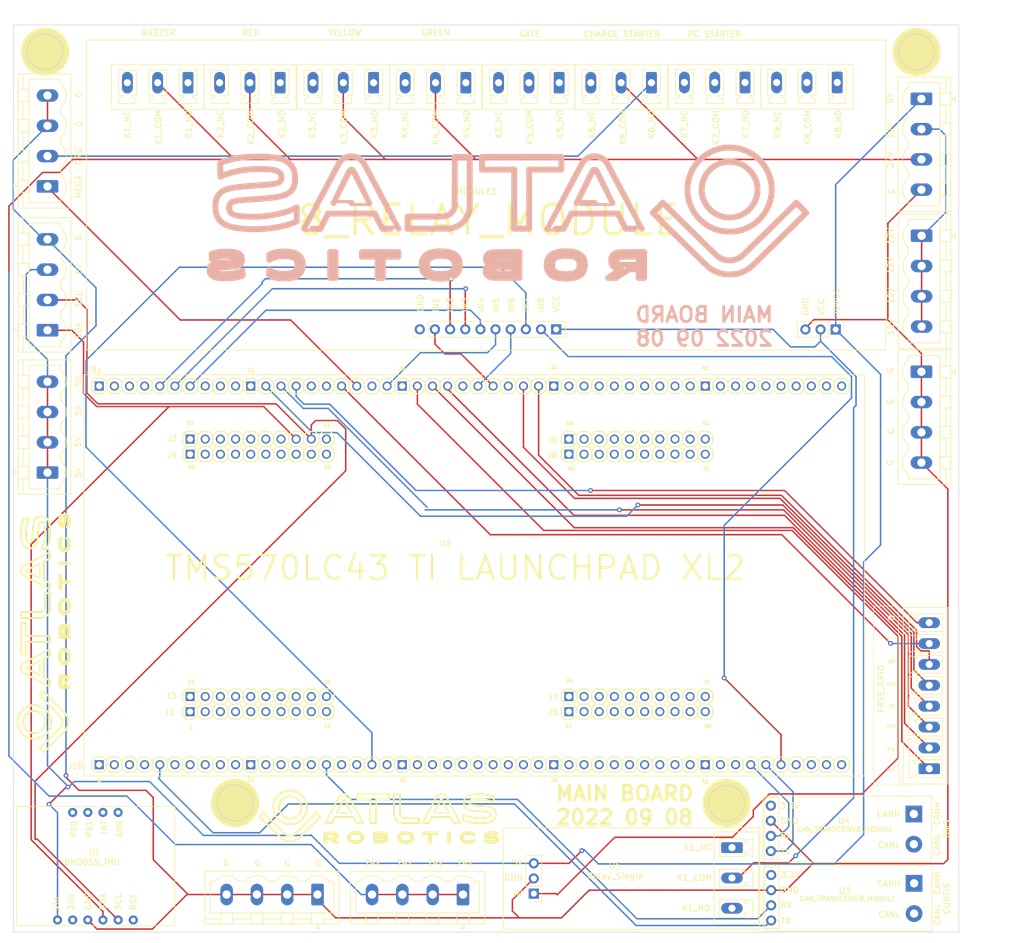
<source format=kicad_pcb>
(kicad_pcb (version 20211014) (generator pcbnew)
  (layers (0 "F.Cu" signal) (31 "B.Cu" signal) (34 "B.Paste" user) (35 "F.Paste" user) (36 "B.SilkS" user "B.Silkscreen") (37 "F.SilkS" user "F.Silkscreen") (38 "B.Mask" user) (39 "F.Mask" user) (44 "Edge.Cuts" user))
  (net 0 "")
  (net 1 "+5V")
  (net 2 "+3.3V")
  (net 3 "N2HET2_14{slash}MIBSPI2SIMO")
  (net 4 "GND")
  (net 5 "/SARJ START")
  (net 6 "MIBSPI3NCS_2{slash}I2C1_SDA{slash}N2HET1_27{slash}NTZ1_2")
  (net 7 "MIBSPI3NCS_3{slash}I2C1_SCL{slash}N2HET1_29{slash}NTZ1_1")
  (net 8 "DCAN1RX")
  (net 9 "N2HET2_0")
  (net 10 "N2HET2_1{slash}N2HET1_NDIS")
  (net 11 "N2HET2_6")
  (net 12 "N2HET2_7{slash}MIBSPI2NCS_0")
  (net 13 "N2HET2_9")
  (net 14 "N2HET2_10")
  (net 15 "N2HET2_8")
  (net 16 "N2HET2_13{slash}MIBSPI2SOMI")
  (net 18 "+24V")
  (net 19 "/RED ALARM")
  (net 21 "/YELLOW ALARM")
  (net 23 "/GREEN ALARM")
  (net 25 "/TRANSCEIVER_ON_OFF")
  (net 27 "/BUZZER ALARM")
  (net 30 "/PC_ON_HEADER_GND")
  (net 31 "/PC_ON_HEADER")
  (net 35 "DCAN1TX")
  (net 36 "/CANH_BMS")
  (net 37 "/CANL_BMS")
  (net 38 "GIOB_3{slash}DCAN4RX")
  (net 39 "GIOB_2{slash}DCAN4TX")
  (net 40 "/CANH_CURTIS")
  (net 41 "/CANL_CURTIS")
  (net 42 "N2HET2_2{slash}N2HET2_NDIS")
  (net 43 "+12V")
  (net 132 "DCAN2RX")
  (net 133 "DCAN2TX")
  (net 134 "N2HET2_4")
  (net 136 "N2HET2_3{slash}MIBSPI2CLK")
  (net 139 "N2HET2_23")
  (net 140 "N2HET2_11")
  (net 141 "N2HET2_22")
  (net 198 "/KAPI_KUMANDA_SW1")
  (net 199 "/KAPI_KUMANDA_SW2")
  (net 201 "AD2IN_23")
  (net 202 "AD2IN_24")
  (net 203 "+3V3")
  (footprint "atlas:can_transiever_module" (layer "F.Cu") (at 155.0044 158.6372)
    (fp_text reference "U4")
    (fp_text value "CAN_TRANSCEIVER_MODULE")
  )
  (footprint "atlas:can_transiever_module" (layer "F.Cu") (at 155.0552 170.2704)
    (fp_text reference "U3")
    (fp_text value "CAN_TRANSCEIVER_MODULE")
  )
  (footprint "Connector_Phoenix_MSTB:PhoenixContact_MSTBVA_2,5_4-G-5,08_1x04_P5.08mm_Vertical" (layer "F.Cu") (at 21.2852 91.5924 90)
    (fp_text reference "J5" hide)
    (fp_text value "5V" hide)
  )
  (footprint "atlas:IMU_BNO055" (layer "F.Cu") (at 16.1058 147.575)
    (fp_text reference "U1")
    (fp_text value "BNO055_IMU")
  )
  (footprint "Connector_Phoenix_MSTB:PhoenixContact_MSTBVA_2,5_4-G-5,08_1x04_P5.08mm_Vertical" (layer "F.Cu") (at 21.2852 43.5864 90)
    (fp_text reference "J1" hide)
    (fp_text value "MEGA_SARJ" hide)
  )
  (footprint "Connector_Phoenix_MSTB:PhoenixContact_MSTBVA_2,5_4-G-5,08_1x04_P5.08mm_Vertical" (layer "F.Cu") (at 167.7811 28.9052 -90)
    (fp_text reference "J2" hide)
    (fp_text value "POWER" hide)
  )
  (footprint "atlas:8_RELAY_MODULE" (layer "F.Cu") (at 93.726 52.324)
    (fp_text reference "MODULE1")
    (fp_text value "8_RELAY_MODULE")
  )
  (footprint "Connector_Phoenix_MC:PhoenixContact_MCV_1,5_8-G-3.5_1x08_P3.50mm_Vertical" (layer "F.Cu") (at 169.0953 141.2645 90)
    (fp_text reference "J4" hide)
    (fp_text value "FREE_GPIO")
  )
  (footprint "Connector_Phoenix_MSTB:PhoenixContact_MSTBVA_2,5_4-G-5,08_1x04_P5.08mm_Vertical" (layer "F.Cu") (at 66.548 162.3568 180)
    (fp_text reference "J9" hide)
    (fp_text value "GND" hide)
  )
  (footprint "Connector_Phoenix_MSTB:PhoenixContact_MSTBVA_2,5_4-G-5,08_1x04_P5.08mm_Vertical" (layer "F.Cu") (at 167.8131 51.8668 -90)
    (fp_text reference "J6" hide)
    (fp_text value "12V" hide)
  )
  (footprint "Connector_Phoenix_MSTB:PhoenixContact_MSTBVA_2,5_4-G-5,08_1x04_P5.08mm_Vertical" (layer "F.Cu") (at 21.2852 67.7164 90)
    (fp_text reference "J3" hide)
    (fp_text value "I2C" hide)
  )
  (footprint "Connector_Phoenix_MSTB:PhoenixContact_MSTBVA_2,5_4-G-5,08_1x04_P5.08mm_Vertical" (layer "F.Cu") (at 167.7811 74.676 -90)
    (fp_text reference "J8" hide)
    (fp_text value "GND" hide)
  )
  (footprint "atlas:TI_Eval_Board" (layer "F.Cu") (at 29.9466 77.0782)
    (fp_text reference "U2")
    (fp_text value "TMS570LC43")
  )
  (footprint "atlas:Relay_Single" (layer "F.Cu") (at 118.5672 159.258)
    (fp_text reference "U5")
    (fp_text value "Relay_Single")
  )
  (footprint "Connector_Phoenix_MSTB:PhoenixContact_MSTBVA_2,5_4-G-5,08_1x04_P5.08mm_Vertical" (layer "F.Cu") (at 90.932 162.3568 180)
    (fp_text reference "J7" hide)
    (fp_text value "24V" hide)
  )
  (gr_line (start 100.770026 50.689175) (end 99.5172 50.689175) (layer "B.SilkS") (width 1))
  (gr_line (start 58.461542 55.040722) (end 58.672058 54.941225) (layer "B.SilkS") (width 1))
  (gr_curve (pts (xy 135.243221 48.798209) (xy 134.714591 48.740559) (xy 134.55871 48.708248) (xy 134.137411 48.568997)) (layer "B.SilkS") (width 1))
  (gr_line (start 99.5172 50.689175) (end 99.5172 45.729225) (layer "B.SilkS") (width 1))
  (gr_curve (pts (xy 142.584551 45.297925) (xy 142.657494 44.875703) (xy 142.670853 44.742024) (xy 142.681013 44.332635)) (layer "B.SilkS") (width 1))
  (gr_curve (pts (xy 60.367854 54.528433) (xy 59.698861 54.584924) (xy 59.136071 54.72192) (xy 58.672058 54.941225)) (layer "B.SilkS") (width 1))
  (gr_curve (pts (xy 58.461542 55.474993) (xy 58.461542 55.713843) (xy 58.468474 55.905814) (xy 58.476941 55.901596)) (layer "B.SilkS") (width 1))
  (gr_line (start 89.491291 47.117988) (end 89.545864 46.920434) (layer "B.SilkS") (width 1))
  (gr_curve (pts (xy 136.116092 58.34995) (xy 136.155626 58.34024) (xy 136.303502 58.321021) (xy 136.444702 58.307241)) (layer "B.SilkS") (width 1))
  (gr_curve (pts (xy 140.026359 53.002276) (xy 139.66612 53.353857) (xy 139.19921 53.811343) (xy 138.988779 54.018914)) (layer "B.SilkS") (width 1))
  (gr_curve (pts (xy 60.476244 42.055115) (xy 60.477566 42.536466) (xy 60.346452 42.778422) (xy 59.99163 42.948681)) (layer "B.SilkS") (width 1))
  (gr_curve (pts (xy 138.365013 50.637708) (xy 138.432789 50.607064) (xy 138.52983 50.56548) (xy 138.580662 50.545295)) (layer "B.SilkS") (width 1))
  (gr_curve (pts (xy 96.200298 57.146009) (xy 96.370817 57.118659) (xy 96.669746 57.111301) (xy 97.961439 57.102657)) (layer "B.SilkS") (width 1))
  (gr_curve (pts (xy 63.138396 56.296066) (xy 63.190289 56.485164) (xy 63.189334 57.050282) (xy 63.136809 57.239354)) (layer "B.SilkS") (width 1))
  (gr_line (start 50.246312 40.832824) (end 50.246312 39.680236) (layer "B.SilkS") (width 1))
  (gr_curve (pts (xy 137.594835 50.915095) (xy 137.703851 50.88525) (xy 137.794606 50.855953) (xy 137.85156 50.832217)) (layer "B.SilkS") (width 1))
  (gr_curve (pts (xy 88.878111 57.996499) (xy 88.661494 58.117942) (xy 88.339009 58.216291) (xy 87.985057 58.26885)) (layer "B.SilkS") (width 1))
  (gr_curve (pts (xy 61.768172 58.21791) (xy 61.468296 58.269072) (xy 60.699428 58.280582) (xy 60.34324 58.239235)) (layer "B.SilkS") (width 1))
  (gr_line (start 77.500353 57.148408) (end 77.500353 58.924953) (layer "B.SilkS") (width 1))
  (gr_curve (pts (xy 131.700635 41.57026) (xy 131.731126 41.530724) (xy 131.766871 41.477786) (xy 131.780066 41.452619)) (layer "B.SilkS") (width 1))
  (gr_curve (pts (xy 87.132726 59.054512) (xy 87.172263 59.057237) (xy 87.366348 59.053189) (xy 87.564029 59.045648)) (layer "B.SilkS") (width 1))
  (gr_line (start 99.5172 57.092259) (end 97.961439 57.102657) (layer "B.SilkS") (width 1))
  (gr_curve (pts (xy 51.838005 58.994084) (xy 52.660613 58.930105) (xy 53.463875 58.766013) (xy 53.927756 58.567186)) (layer "B.SilkS") (width 1))
  (gr_curve (pts (xy 59.99163 42.948681) (xy 59.511305 43.17916) (xy 58.599385 43.299164) (xy 56.181813 43.450035)) (layer "B.SilkS") (width 1))
  (gr_curve (pts (xy 50.289129 49.434611) (xy 50.529299 49.674781) (xy 50.774063 49.844043) (xy 51.139709 50.022814)) (layer "B.SilkS") (width 1))
  (gr_curve (pts (xy 131.14673 45.513576) (xy 131.123553 45.428856) (xy 131.096446 45.331812) (xy 131.086508 45.297925)) (layer "B.SilkS") (width 1))
  (gr_line (start 99.517194 55.348474) (end 97.889552 55.356835) (layer "B.SilkS") (width 1))
  (gr_line (start 146.826708 46.338309) (end 147.206663 46.724116) (layer "B.SilkS") (width 1))
  (gr_line (start 81.628506 50.68917) (end 81.628506 49.672535) (layer "B.SilkS") (width 1))
  (gr_curve (pts (xy 61.542258 59.014536) (xy 62.995365 58.881607) (xy 63.757082 58.383044) (xy 64.005015 57.402607)) (layer "B.SilkS") (width 1))
  (gr_curve (pts (xy 50.533837 44.448162) (xy 50.341117 44.57376) (xy 49.985948 44.936729) (xy 49.867137 45.129504)) (layer "B.SilkS") (width 1))
  (gr_line (start 75.313048 55.371864) (end 74.008877 55.371864) (layer "B.SilkS") (width 1))
  (gr_line (start 89.551526 42.787143) (end 89.557188 38.653851) (layer "B.SilkS") (width 1))
  (gr_line (start 69.131079 54.611954) (end 69.572648 54.611954) (layer "B.SilkS") (width 1))
  (gr_curve (pts (xy 141.693162 54.679944) (xy 142.087984 54.293737) (xy 142.554889 53.836251) (xy 142.730731 53.663309)) (layer "B.SilkS") (width 1))
  (gr_curve (pts (xy 134.935151 55.934751) (xy 134.844782 55.915384) (xy 134.762066 55.891728) (xy 134.751334 55.882165)) (layer "B.SilkS") (width 1))
  (gr_line (start 120.897361 50.682111) (end 120.897361 50.682111) (layer "B.SilkS") (width 1))
  (gr_line (start 118.772056 57.487292) (end 117.692982 58.206411) (layer "B.SilkS") (width 1))
  (gr_curve (pts (xy 51.006192 58.996872) (xy 51.4072 58.99973) (xy 51.781506 58.99846) (xy 51.837987 58.994094)) (layer "B.SilkS") (width 1))
  (gr_curve (pts (xy 133.127798 57.78975) (xy 133.184279 57.819111) (xy 133.248972 57.850425) (xy 133.271565 57.859344)) (layer "B.SilkS") (width 1))
  (gr_curve (pts (xy 64.335438 50.682106) (xy 64.335438 50.685995) (xy 64.943977 50.68917) (xy 65.687747 50.68917)) (layer "B.SilkS") (width 1))
  (gr_curve (pts (xy 70.773068 39.018587) (xy 70.570386 39.169656) (xy 70.310772 39.439671) (xy 70.185767 39.629417)) (layer "B.SilkS") (width 1))
  (gr_curve (pts (xy 133.785015 50.953999) (xy 134.181882 51.055777) (xy 134.206012 51.060653) (xy 134.616809 51.122063)) (layer "B.SilkS") (width 1))
  (gr_line (start 74.008877 55.371864) (end 74.008877 54.991909) (layer "B.SilkS") (width 1))
  (gr_curve (pts (xy 105.748555 58.502623) (xy 106.197066 58.820813) (xy 106.900168 59.01185) (xy 107.72217 59.038864)) (layer "B.SilkS") (width 1))
  (gr_line (start 97.879281 56.373375) (end 99.517194 56.380678) (layer "B.SilkS") (width 1))
  (gr_curve (pts (xy 50.246312 54.579635) (xy 49.748429 54.641981) (xy 49.217712 54.760631) (xy 48.940725 54.871515)) (layer "B.SilkS") (width 1))
  (gr_curve (pts (xy 132.66569 47.763844) (xy 132.488565 47.62166) (xy 132.108226 47.241779) (xy 131.976067 47.075049)) (layer "B.SilkS") (width 1))
  (gr_line (start 123.136015 48.391928) (end 122.75606 48.021151) (layer "B.SilkS") (width 1))
  (gr_curve (pts (xy 123.136015 48.391928) (xy 123.344991 48.595855) (xy 123.733346 48.976662) (xy 123.99903 49.238166)) (layer "B.SilkS") (width 1))
  (gr_curve (pts (xy 88.693622 50.674507) (xy 88.878397 50.65371) (xy 89.281447 50.56017) (xy 89.47527 50.493124)) (layer "B.SilkS") (width 1))
  (gr_line (start 118.848685 56.743085) (end 120.383908 56.75007) (layer "B.SilkS") (width 1))
  (gr_curve (pts (xy 128.74262 42.515021) (xy 128.729418 42.577148) (xy 128.710881 42.660328) (xy 128.701403 42.699864)) (layer "B.SilkS") (width 1))
  (gr_line (start 74.008877 54.611954) (end 77.058784 54.611954) (layer "B.SilkS") (width 1))
  (gr_curve (pts (xy 48.82121 55.700471) (xy 48.828116 55.700471) (xy 48.918548 55.668718) (xy 49.022164 55.629912)) (layer "B.SilkS") (width 1))
  (gr_line (start 121.287579 56.768459) (end 121.287579 58.924958) (layer "B.SilkS") (width 1))
  (gr_curve (pts (xy 139.535683 38.248186) (xy 139.068054 37.929956) (xy 138.334163 37.573843) (xy 137.831023 37.421017)) (layer "B.SilkS") (width 1))
  (gr_curve (pts (xy 137.985058 57.853211) (xy 138.133797 57.789563) (xy 138.178273 57.76779) (xy 138.210978 57.742623)) (layer "B.SilkS") (width 1))
  (gr_curve (pts (xy 51.493674 58.287691) (xy 51.117275 58.30989) (xy 50.344758 58.28822) (xy 50.061468 58.24754)) (layer "B.SilkS") (width 1))
  (gr_curve (pts (xy 128.619171 43.203046) (xy 128.533634 43.78899) (xy 128.534822 44.467935) (xy 128.622425 45.072013)) (layer "B.SilkS") (width 1))
  (gr_curve (pts (xy 116.130625 55.043103) (xy 115.957982 55.213812) (xy 115.890209 55.334436) (xy 115.821243 55.593746)) (layer "B.SilkS") (width 1))
  (gr_curve (pts (xy 50.615987 41.820519) (xy 51.83287 41.276687) (xy 53.518858 40.876552) (xy 55.278136 40.714053)) (layer "B.SilkS") (width 1))
  (gr_curve (pts (xy 57.106029 48.64547) (xy 56.520789 48.694217) (xy 54.951556 48.689222) (xy 54.230693 48.636315)) (layer "B.SilkS") (width 1))
  (gr_curve (pts (xy 86.783579 58.299745) (xy 86.090347 58.272028) (xy 85.534008 58.089465) (xy 85.239727 57.793134)) (layer "B.SilkS") (width 1))
  (gr_curve (pts (xy 108.885127 54.508936) (xy 108.583391 54.481199) (xy 107.722511 54.481602) (xy 107.444908 54.509465)) (layer "B.SilkS") (width 1))
  (gr_curve (pts (xy 137.153264 37.234263) (xy 136.580245 37.106493) (xy 136.360038 37.085393) (xy 135.612907 37.086655)) (layer "B.SilkS") (width 1))
  (gr_curve (pts (xy 136.393357 51.150852) (xy 136.779275 51.1055) (xy 136.91066 51.083642) (xy 137.173804 51.021018)) (layer "B.SilkS") (width 1))
  (gr_curve (pts (xy 137.831023 37.421017) (xy 137.785838 37.407285) (xy 137.740091 37.387939) (xy 137.72936 37.378006)) (layer "B.SilkS") (width 1))
  (gr_line (start 108.523156 59.046519) (end 108.523156 59.046378) (layer "B.SilkS") (width 1))
  (gr_curve (pts (xy 147.492022 48.993614) (xy 148.312487 48.193287) (xy 148.459489 48.046056) (xy 148.459489 48.024644)) (layer "B.SilkS") (width 1))
  (gr_line (start 120.383903 58.924958) (end 120.383903 58.206125) (layer "B.SilkS") (width 1))
  (gr_curve (pts (xy 142.441073 45.985952) (xy 142.47105 45.897539) (xy 142.52883 45.620462) (xy 142.584551 45.297925)) (layer "B.SilkS") (width 1))
  (gr_curve (pts (xy 88.553523 54.603275) (xy 87.886693 54.462483) (xy 86.764254 54.444364) (xy 86.054477 54.562932)) (layer "B.SilkS") (width 1))
  (gr_curve (pts (xy 139.325131 41.262812) (xy 139.477295 41.467488) (xy 139.682839 41.778323) (xy 139.714068 41.850983)) (layer "B.SilkS") (width 1))
  (gr_curve (pts (xy 128.868305 46.201609) (xy 128.880608 46.246795) (xy 128.899013 46.299809) (xy 128.909207 46.319425)) (layer "B.SilkS") (width 1))
  (gr_line (start 77.058784 54.611954) (end 80.108692 54.611954) (layer "B.SilkS") (width 1))
  (gr_line (start 78.804524 55.371864) (end 77.500353 55.371864) (layer "B.SilkS") (width 1))
  (gr_curve (pts (xy 52.065298 48.058524) (xy 51.825398 47.834109) (xy 51.724734 47.576672) (xy 51.725404 47.189275)) (layer "B.SilkS") (width 1))
  (gr_curve (pts (xy 70.185767 39.629417) (xy 70.111286 39.742471) (xy 64.335438 50.654449) (xy 64.335438 50.682106)) (layer "B.SilkS") (width 1))
  (gr_line (start 89.545864 46.920434) (end 89.551526 42.787143) (layer "B.SilkS") (width 1))
  (gr_curve (pts (xy 140.244248 38.790881) (xy 140.148234 38.709913) (xy 140.065054 38.638857) (xy 140.059405 38.63298)) (layer "B.SilkS") (width 1))
  (gr_line (start 104.72361 40.769274) (end 102.022849 40.769274) (layer "B.SilkS") (width 1))
  (gr_curve (pts (xy 72.455175 38.547525) (xy 71.886686 38.487849) (xy 71.243457 38.667982) (xy 70.773068 39.018587)) (layer "B.SilkS") (width 1))
  (gr_line (start 99.5172 40.769274) (end 96.816442 40.769274) (layer "B.SilkS") (width 1))
  (gr_curve (pts (xy 85.239727 57.793134) (xy 84.991263 57.542939) (xy 84.894076 57.254763) (xy 84.894076 56.768229)) (layer "B.SilkS") (width 1))
  (gr_line (start 120.383908 55.36972) (end 118.828148 55.377367) (layer "B.SilkS") (width 1))
  (gr_curve (pts (xy 139.326372 56.984986) (xy 139.497427 56.836488) (xy 139.663459 56.676553) (xy 140.358186 55.99106)) (layer "B.SilkS") (width 1))
  (gr_curve (pts (xy 137.728333 57.96414) (xy 137.818699 57.924881) (xy 137.934227 57.874962) (xy 137.985058 57.853211)) (layer "B.SilkS") (width 1))
  (gr_curve (pts (xy 95.563616 56.686655) (xy 95.709806 56.724009) (xy 95.713505 56.737712) (xy 95.585153 56.766435)) (layer "B.SilkS") (width 1))
  (gr_line (start 102.022849 45.729225) (end 102.022849 50.689175) (layer "B.SilkS") (width 1))
  (gr_curve (pts (xy 139.714068 41.850983) (xy 139.727827 41.882969) (xy 139.754724 41.932316) (xy 139.773864 41.960645)) (layer "B.SilkS") (width 1))
  (gr_curve (pts (xy 105.103565 50.678891) (xy 105.103565 50.684553) (xy 105.711233 50.68913) (xy 106.453942 50.689104)) (layer "B.SilkS") (width 1))
  (gr_line (start 115.944872 58.920109) (end 115.275836 58.914685) (layer "B.SilkS") (width 1))
  (gr_curve (pts (xy 132.306275 37.889893) (xy 132.21358 37.936563) (xy 131.827448 38.166105) (xy 131.710668 38.243961)) (layer "B.SilkS") (width 1))
  (gr_curve (pts (xy 126.472371 51.664747) (xy 126.518554 51.709932) (xy 126.985935 52.168895) (xy 127.510993 52.684665)) (layer "B.SilkS") (width 1))
  (gr_line (start 81.628506 48.6559) (end 84.68355 48.655635) (layer "B.SilkS") (width 1))
  (gr_curve (pts (xy 112.725639 40.932503) (xy 112.874187 40.781228) (xy 113.12833 40.780857) (xy 113.272668 40.93171)) (layer "B.SilkS") (width 1))
  (gr_curve (pts (xy 112.867744 38.539204) (xy 112.075259 38.593835) (xy 111.398211 38.977719) (xy 110.954497 39.624006)) (layer "B.SilkS") (width 1))
  (gr_curve (pts (xy 70.566573 43.684305) (xy 71.514957 41.763319) (xy 71.909133 40.984602) (xy 71.959906 40.93171)) (layer "B.SilkS") (width 1))
  (gr_line (start 120.383903 57.487292) (end 119.57798 57.487292) (layer "B.SilkS") (width 1))
  (gr_curve (pts (xy 110.015591 46.356949) (xy 110.019348 46.346365) (xy 110.613936 45.138577) (xy 111.336875 43.672957)) (layer "B.SilkS") (width 1))
  (gr_curve (pts (xy 117.055045 57.750841) (xy 116.8357 57.894414) (xy 116.345647 58.21501) (xy 115.966036 58.463282)) (layer "B.SilkS") (width 1))
  (gr_curve (pts (xy 87.985057 58.26885) (xy 87.804238 58.295703) (xy 87.27839 58.324587) (xy 87.132726 58.315668)) (layer "B.SilkS") (width 1))
  (gr_curve (pts (xy 60.197931 41.270255) (xy 60.402255 41.47568) (xy 60.475132 41.68119) (xy 60.476244 42.055115)) (layer "B.SilkS") (width 1))
  (gr_line (start 90.809527 38.653851) (end 92.061869 38.653851) (layer "B.SilkS") (width 1))
  (gr_curve (pts (xy 110.324614 56.000442) (xy 110.430027 56.201634) (xy 110.463941 56.349221) (xy 110.477503 56.665753)) (layer "B.SilkS") (width 1))
  (gr_curve (pts (xy 95.708255 57.381379) (xy 95.794819 57.258213) (xy 95.943163 57.187255) (xy 96.200298 57.146009)) (layer "B.SilkS") (width 1))
  (gr_curve (pts (xy 60.972517 55.26916) (xy 61.39489 55.26916) (xy 61.653314 55.2912) (xy 61.953013 55.35275)) (layer "B.SilkS") (width 1))
  (gr_curve (pts (xy 142.657476 50.424322) (xy 142.386373 50.688418) (xy 141.915677 51.149492) (xy 141.611485 51.448926)) (layer "B.SilkS") (width 1))
  (gr_line (start 119.327001 54.611954) (end 121.287585 54.611954) (layer "B.SilkS") (width 1))
  (gr_curve (pts (xy 136.137642 48.779384) (xy 136.008253 48.791396) (xy 135.898115 48.805498) (xy 135.892897 48.810721)) (layer "B.SilkS") (width 1))
  (gr_curve (pts (xy 142.164189 46.797207) (xy 142.194643 46.718134) (xy 142.231555 46.625712) (xy 142.246218 46.591824)) (layer "B.SilkS") (width 1))
  (gr_curve (pts (xy 58.650653 58.587043) (xy 58.99599 58.75512) (xy 59.532157 58.90535) (xy 60.042978 58.977161)) (layer "B.SilkS") (width 1))
  (gr_curve (pts (xy 73.894937 43.672608) (xy 74.624067 45.150827) (xy 75.220631 46.363859) (xy 75.220631 46.368233)) (layer "B.SilkS") (width 1))
  (gr_curve (pts (xy 134.51948 55.814324) (xy 134.410972 55.794586) (xy 133.999505 55.591259) (xy 133.815823 55.4666)) (layer "B.SilkS") (width 1))
  (gr_line (start 109.09541 48.142463) (end 108.449866 49.415744) (layer "B.SilkS") (width 1))
  (gr_curve (pts (xy 138.057022 48.129818) (xy 137.858032 48.252125) (xy 137.491536 48.43565) (xy 137.331784 48.492983)) (layer "B.SilkS") (width 1))
  (gr_curve (pts (xy 135.892897 48.810721) (xy 135.874853 48.828765) (xy 135.44799 48.820537) (xy 135.243303 48.798206)) (layer "B.SilkS") (width 1))
  (gr_line (start 80.129237 50.678886) (end 80.129237 50.678886) (layer "B.SilkS") (width 1))
  (gr_line (start 76.617216 57.148408) (end 76.617216 55.371864) (layer "B.SilkS") (width 1))
  (gr_curve (pts (xy 61.870865 54.559212) (xy 61.569261 54.514592) (xy 60.734265 54.497492) (xy 60.367854 54.528433)) (layer "B.SilkS") (width 1))
  (gr_curve (pts (xy 55.278136 40.714053) (xy 55.781786 40.667531) (xy 57.462364 40.661385) (xy 58.030242 40.703999)) (layer "B.SilkS") (width 1))
  (gr_line (start 48.808642 54.924392) (end 48.940725 54.871515) (layer "B.SilkS") (width 1))
  (gr_curve (pts (xy 139.85294 46.142408) (xy 139.454893 46.96867) (xy 138.841131 47.647877) (xy 138.057022 48.129818)) (layer "B.SilkS") (width 1))
  (gr_curve (pts (xy 138.560125 57.548736) (xy 138.565761 57.542175) (xy 138.635089 57.496595) (xy 138.71416 57.447456)) (layer "B.SilkS") (width 1))
  (gr_curve (pts (xy 116.904577 55.516538) (xy 117.110568 55.385902) (xy 117.112066 55.385794) (xy 118.828148 55.377367)) (layer "B.SilkS") (width 1))
  (gr_line (start 117.547723 49.415942) (end 116.902701 48.142711) (layer "B.SilkS") (width 1))
  (gr_curve (pts (xy 58.718265 57.793283) (xy 58.594011 57.73255) (xy 58.485415 57.679673) (xy 58.476943 57.675776)) (layer "B.SilkS") (width 1))
  (gr_curve (pts (xy 113.272668 40.93171) (xy 113.322983 40.984293) (xy 113.723007 41.774527) (xy 114.666001 43.684202)) (layer "B.SilkS") (width 1))
  (gr_line (start 85.125118 50.685889) (end 81.628506 50.68917) (layer "B.SilkS") (width 1))
  (gr_curve (pts (xy 119.327001 54.611954) (xy 117.262973 54.611954) (xy 117.100731 54.617854) (xy 116.753365 54.705518)) (layer "B.SilkS") (width 1))
  (gr_curve (pts (xy 140.265068 49.456889) (xy 140.270863 49.451227) (xy 140.358437 49.368063) (xy 140.459659 49.272048)) (layer "B.SilkS") (width 1))
  (gr_line (start 99.5172 45.729225) (end 99.5172 40.769274) (layer "B.SilkS") (width 1))
  (gr_line (start 50.246312 39.680236) (end 50.364406 39.627465) (layer "B.SilkS") (width 1))
  (gr_curve (pts (xy 134.675528 55.864782) (xy 134.644567 55.864782) (xy 134.614169 55.85658) (xy 134.60798 55.846579)) (layer "B.SilkS") (width 1))
  (gr_curve (pts (xy 134.60798 55.846579) (xy 134.601789 55.836578) (xy 134.561967 55.822052) (xy 134.51948 55.814324)) (layer "B.SilkS") (width 1))
  (gr_curve (pts (xy 63.136809 57.239354) (xy 62.98398 57.789422) (xy 62.577908 58.079758) (xy 61.768172 58.21791)) (layer "B.SilkS") (width 1))
  (gr_curve (pts (xy 137.579153 37.341626) (xy 137.547676 37.325433) (xy 137.436453 37.297406) (xy 137.153264 37.234263)) (layer "B.SilkS") (width 1))
  (gr_curve (pts (xy 105.27135 57.994374) (xy 105.362446 58.146462) (xy 105.593705 58.392762) (xy 105.748555 58.502623)) (layer "B.SilkS") (width 1))
  (gr_curve (pts (xy 138.395821 57.639793) (xy 138.480541 57.596279) (xy 138.554476 57.555303) (xy 138.560125 57.548736)) (layer "B.SilkS") (width 1))
  (gr_curve (pts (xy 136.77405 55.803171) (xy 136.753492 55.803171) (xy 136.551784 55.86328) (xy 136.496047 55.886015)) (layer "B.SilkS") (width 1))
  (gr_curve (pts (xy 107.321678 55.277841) (xy 107.579959 55.23382) (xy 108.093761 55.214135) (xy 108.512888 55.232206)) (layer "B.SilkS") (width 1))
  (gr_line (start 94.115681 39.711562) (end 94.115681 38.653851) (layer "B.SilkS") (width 1))
  (gr_curve (pts (xy 89.239317 55.828135) (xy 89.418141 56.05479) (xy 89.490751 56.280901) (xy 89.508303 56.665753)) (layer "B.SilkS") (width 1))
  (gr_curve (pts (xy 138.988779 54.018914) (xy 137.767809 55.223289) (xy 137.687008 55.29686) (xy 137.341208 55.519078)) (layer "B.SilkS") (width 1))
  (gr_line (start 121.287585 56.768454) (end 121.287579 56.768459) (layer "B.SilkS") (width 1))
  (gr_curve (pts (xy 143.69465 49.40761) (xy 143.395306 49.702705) (xy 142.928578 50.160225) (xy 142.657476 50.424322)) (layer "B.SilkS") (width 1))
  (gr_curve (pts (xy 131.465704 41.964241) (xy 131.495845 41.911343) (xy 131.548561 41.81723) (xy 131.582851 41.755104)) (layer "B.SilkS") (width 1))
  (gr_curve (pts (xy 141.144228 48.533377) (xy 141.320954 48.312129) (xy 141.639261 47.84796) (xy 141.750325 47.649539)) (layer "B.SilkS") (width 1))
  (gr_curve (pts (xy 112.998752 46.376173) (xy 111.150267 46.376173) (xy 110.011361 46.368844) (xy 110.015591 46.356938)) (layer "B.SilkS") (width 1))
  (gr_line (start 102.022849 50.689175) (end 100.770026 50.689175) (layer "B.SilkS") (width 1))
  (gr_line (start 121.287585 54.611954) (end 121.287585 56.768454) (layer "B.SilkS") (width 1))
  (gr_curve (pts (xy 137.471605 58.061499) (xy 137.522437 58.047211) (xy 137.637965 58.003399) (xy 137.728333 57.96414)) (layer "B.SilkS") (width 1))
  (gr_curve (pts (xy 134.450085 58.24721) (xy 134.481539 58.24721) (xy 134.514159 58.254089) (xy 134.522573 58.262503)) (layer "B.SilkS") (width 1))
  (gr_curve (pts (xy 142.567287 42.853892) (xy 142.528846 42.625625) (xy 142.456638 42.311221) (xy 142.409275 42.165864)) (layer "B.SilkS") (width 1))
  (gr_curve (pts (xy 137.173804 51.021018) (xy 137.218987 51.010276) (xy 137.288302 50.995116) (xy 137.327839 50.987355)) (layer "B.SilkS") (width 1))
  (gr_curve (pts (xy 132.536258 37.77372) (xy 132.443654 37.820554) (xy 132.340162 37.872833) (xy 132.306275 37.889893)) (layer "B.SilkS") (width 1))
  (gr_line (start 88.693612 50.674512) (end 88.693612 50.674512) (layer "B.SilkS") (width 1))
  (gr_curve (pts (xy 61.886126 39.791818) (xy 61.134445 39.080864) (xy 59.921515 38.730506) (xy 57.805841 38.613213)) (layer "B.SilkS") (width 1))
  (gr_curve (pts (xy 90.398121 56.768443) (xy 90.398121 56.225809) (xy 90.305456 55.862044) (xy 90.077435 55.509561)) (layer "B.SilkS") (width 1))
  (gr_curve (pts (xy 137.255957 58.126155) (xy 137.323732 58.104882) (xy 137.420774 58.075789) (xy 137.471605 58.061499)) (layer "B.SilkS") (width 1))
  (gr_curve (pts (xy 86.742503 59.039113) (xy 86.917591 59.044881) (xy 87.093192 59.051813) (xy 87.132726 59.054512)) (layer "B.SilkS") (width 1))
  (gr_curve (pts (xy 108.112396 59.05466) (xy 108.146284 59.057412) (xy 108.331127 59.053602) (xy 108.523156 59.046378)) (layer "B.SilkS") (width 1))
  (gr_curve (pts (xy 137.66233 37.359962) (xy 137.636189 37.359962) (xy 137.598767 37.351707) (xy 137.579153 37.341626)) (layer "B.SilkS") (width 1))
  (gr_curve (pts (xy 105.873743 56.768443) (xy 105.873743 56.445154) (xy 105.878796 56.392668) (xy 105.924006 56.246282)) (layer "B.SilkS") (width 1))
  (gr_curve (pts (xy 136.393357 55.915723) (xy 136.359469 55.92284) (xy 136.248561 55.94616) (xy 136.146897 55.967528)) (layer "B.SilkS") (width 1))
  (gr_curve (pts (xy 52.098961 54.547798) (xy 51.703898 54.517368) (xy 50.590825 54.5365) (xy 50.246312 54.579635)) (layer "B.SilkS") (width 1))
  (gr_curve (pts (xy 107.72217 59.038864) (xy 107.902907 59.044791) (xy 108.078508 59.051908) (xy 108.112396 59.05466)) (layer "B.SilkS") (width 1))
  (gr_curve (pts (xy 141.779676 40.670098) (xy 141.725907 40.576017) (xy 141.681915 40.4962) (xy 141.681915 40.492731)) (layer "B.SilkS") (width 1))
  (gr_line (start 120.383903 58.206125) (end 120.383903 57.487292) (layer "B.SilkS") (width 1))
  (gr_curve (pts (xy 115.046519 39.6296) (xy 114.920154 39.438491) (xy 114.660868 39.168497) (xy 114.459731 39.018579)) (layer "B.SilkS") (width 1))
  (gr_line (start 74.008877 54.991909) (end 74.008877 54.611954) (layer "B.SilkS") (width 1))
  (gr_curve (pts (xy 129.511655 40.579613) (xy 129.279822 40.985542) (xy 129.001986 41.615462) (xy 128.889009 41.9913)) (layer "B.SilkS") (width 1))
  (gr_line (start 87.564029 59.045648) (end 87.564029 59.045648) (layer "B.SilkS") (width 1))
  (gr_curve (pts (xy 49.35533 57.702935) (xy 49.35533 57.504265) (xy 49.416851 57.399014) (xy 49.582109 57.31554)) (layer "B.SilkS") (width 1))
  (gr_curve (pts (xy 110.116636 57.793547) (xy 109.88966 58.023695) (xy 109.523442 58.178212) (xy 109.015458 58.258153)) (layer "B.SilkS") (width 1))
  (gr_curve (pts (xy 51.139709 50.022814) (xy 51.604801 50.250208) (xy 52.117516 50.406341) (xy 52.821274 50.534889)) (layer "B.SilkS") (width 1))
  (gr_line (start 56.900646 50.749315) (end 56.900646 50.749315) (layer "B.SilkS") (width 1))
  (gr_curve (pts (xy 137.000972 58.206019) (xy 137.073437 58.183371) (xy 137.188181 58.147427) (xy 137.255957 58.126155)) (layer "B.SilkS") (width 1))
  (gr_line (start 77.428476 50.689016) (end 76.782932 49.415738) (layer "B.SilkS") (width 1))
  (gr_curve (pts (xy 107.444908 54.509465) (xy 106.842385 54.570242) (xy 106.404354 54.680521) (xy 106.038047 54.863649)) (layer "B.SilkS") (width 1))
  (gr_curve (pts (xy 139.9949 42.4534) (xy 140.062122 42.602537) (xy 140.160119 42.944199) (xy 140.224645 43.254384)) (layer "B.SilkS") (width 1))
  (gr_curve (pts (xy 75.220631 46.368233) (xy 75.220631 46.372599) (xy 73.875897 46.376171) (xy 72.232337 46.376171)) (layer "B.SilkS") (width 1))
  (gr_curve (pts (xy 60.983894 45.063985) (xy 61.473408 44.889339) (xy 61.78464 44.702422) (xy 62.077396 44.407271)) (layer "B.SilkS") (width 1))
  (gr_line (start 54.004773 58.534179) (end 53.927756 58.567186) (layer "B.SilkS") (width 1))
  (gr_curve (pts (xy 88.922492 48.085781) (xy 88.630405 48.366975) (xy 88.310082 48.537412) (xy 87.92388 48.617123)) (layer "B.SilkS") (width 1))
  (gr_curve (pts (xy 132.696498 40.468617) (xy 133.283593 39.996947) (xy 134.149198 39.609153) (xy 134.822192 39.5163)) (layer "B.SilkS") (width 1))
  (gr_curve (pts (xy 111.336875 43.672957) (xy 112.335521 41.648397) (xy 112.669172 40.990005) (xy 112.725639 40.932503)) (layer "B.SilkS") (width 1))
  (gr_curve (pts (xy 52.821274 50.534889) (xy 53.84538 50.721952) (xy 55.48114 50.807933) (xy 56.900646 50.749315)) (layer "B.SilkS") (width 1))
  (gr_curve (pts (xy 137.341208 55.519078) (xy 137.247591 55.579239) (xy 136.800535 55.803171) (xy 136.77405 55.803171)) (layer "B.SilkS") (width 1))
  (gr_curve (pts (xy 94.858504 56.146709) (xy 94.94471 56.377431) (xy 95.240813 56.604174) (xy 95.563616 56.686655)) (layer "B.SilkS") (width 1))
  (gr_line (start 124.415246 46.334835) (end 124.77686 46.691538) (layer "B.SilkS") (width 1))
  (gr_line (start 92.061869 38.653851) (end 92.061869 42.86497) (layer "B.SilkS") (width 1))
  (gr_curve (pts (xy 138.426627 40.379014) (xy 138.670649 40.560602) (xy 139.163457 41.045346) (xy 139.325131 41.262812)) (layer "B.SilkS") (width 1))
  (gr_curve (pts (xy 94.793096 55.560636) (xy 94.765743 55.766379) (xy 94.786773 55.954698) (xy 94.858504 56.146709)) (layer "B.SilkS") (width 1))
  (gr_curve (pts (xy 89.978576 58.163316) (xy 90.273825 57.779614) (xy 90.398121 57.366372) (xy 90.398121 56.768443)) (layer "B.SilkS") (width 1))
  (gr_curve (pts (xy 48.510428 57.992016) (xy 48.612052 58.430209) (xy 48.94681 58.716533) (xy 49.527449 58.86189)) (layer "B.SilkS") (width 1))
  (gr_line (start 86.783579 58.29974) (end 86.783579 58.29974) (layer "B.SilkS") (width 1))
  (gr_curve (pts (xy 84.811923 55.008813) (xy 84.562823 55.178297) (xy 84.333479 55.452747) (xy 84.196941 55.744751)) (layer "B.SilkS") (width 1))
  (gr_curve (pts (xy 136.496047 55.886015) (xy 136.473452 55.895223) (xy 136.427245 55.908611) (xy 136.393357 55.915723)) (layer "B.SilkS") (width 1))
  (gr_curve (pts (xy 136.146897 55.967528) (xy 135.941271 56.010753) (xy 135.341937 56.024297) (xy 135.185568 55.98925)) (layer "B.SilkS") (width 1))
  (gr_curve (pts (xy 55.298684 38.613039) (xy 53.315949 38.721486) (xy 51.604479 39.073342) (xy 50.364406 39.627465)) (layer "B.SilkS") (width 1))
  (gr_curve (pts (xy 49.51241 56.512734) (xy 48.890642 56.637556) (xy 48.624929 56.840023) (xy 48.510163 57.276424)) (layer "B.SilkS") (width 1))
  (gr_line (start 76.617216 55.371864) (end 75.313048 55.371864) (layer "B.SilkS") (width 1))
  (gr_curve (pts (xy 131.259927 56.357704) (xy 131.790049 56.878192) (xy 132.130747 57.183712) (xy 132.316551 57.305222)) (layer "B.SilkS") (width 1))
  (gr_curve (pts (xy 89.508303 56.665753) (xy 89.537548 57.306989) (xy 89.331358 57.74239) (xy 88.878111 57.996499)) (layer "B.SilkS") (width 1))
  (gr_curve (pts (xy 138.71416 57.447456) (xy 138.871423 57.349727) (xy 139.139457 57.147252) (xy 139.326372 56.984986)) (layer "B.SilkS") (width 1))
  (gr_line (start 99.517194 56.380678) (end 99.517194 55.864576) (layer "B.SilkS") (width 1))
  (gr_curve (pts (xy 85.261267 55.742786) (xy 85.626024 55.380931) (xy 86.208465 55.226134) (xy 87.204611 55.226303)) (layer "B.SilkS") (width 1))
  (gr_line (start 48.808642 55.31243) (end 48.808642 54.924392) (layer "B.SilkS") (width 1))
  (gr_curve (pts (xy 117.404192 57.480537) (xy 117.44512 57.488184) (xy 117.38374 57.5357) (xy 117.055045 57.750841)) (layer "B.SilkS") (width 1))
  (gr_line (start 63.062075 48.293751) (end 63.062075 49.452185) (layer "B.SilkS") (width 1))
  (gr_curve (pts (xy 131.582851 41.755104) (xy 131.617138 41.692977) (xy 131.670142 41.609797) (xy 131.700635 41.57026)) (layer "B.SilkS") (width 1))
  (gr_curve (pts (xy 60.34324 58.239235) (xy 59.747086 58.170041) (xy 59.158804 58.008595) (xy 58.718265 57.793283)) (layer "B.SilkS") (width 1))
  (gr_curve (pts (xy 95.700252 55.823034) (xy 95.706708 55.680868) (xy 95.714513 55.654412) (xy 95.770157 55.585644)) (layer "B.SilkS") (width 1))
  (gr_curve (pts (xy 53.997339 57.75428) (xy 53.993238 57.75428) (xy 53.921617 57.782559) (xy 53.838168 57.817124)) (layer "B.SilkS") (width 1))
  (gr_curve (pts (xy 128.701403 42.699864) (xy 128.68529 42.767095) (xy 128.662094 42.909002) (xy 128.619171 43.203046)) (layer "B.SilkS") (width 1))
  (gr_curve (pts (xy 49.424947 46.967707) (xy 49.425476 48.07995) (xy 49.690208 48.83569) (xy 50.289129 49.434611)) (layer "B.SilkS") (width 1))
  (gr_curve (pts (xy 53.008149 55.792892) (xy 53.009472 56.158372) (xy 52.788521 56.241811) (xy 51.622367 56.316082)) (layer "B.SilkS") (width 1))
  (gr_curve (pts (xy 114.666001 43.684202) (xy 115.393517 45.157505) (xy 115.988756 46.365915) (xy 115.988756 46.369559)) (layer "B.SilkS") (width 1))
  (gr_curve (pts (xy 145.243196 51.200273) (xy 145.411489 51.037782) (xy 145.901323 50.557725) (xy 146.331715 50.133479)) (layer "B.SilkS") (width 1))
  (gr_curve (pts (xy 72.496889 40.919883) (xy 72.555364 40.972455) (xy 72.823512 41.500434) (xy 73.894937 43.672608)) (layer "B.SilkS") (width 1))
  (gr_curve (pts (xy 131.710668 38.243961) (xy 131.514795 38.374549) (xy 131.023215 38.749315) (xy 130.981567 38.799806)) (layer "B.SilkS") (width 1))
  (gr_curve (pts (xy 117.116344 57.439733) (xy 117.24735 57.45709) (xy 117.376882 57.475441) (xy 117.404192 57.480537)) (layer "B.SilkS") (width 1))
  (gr_curve (pts (xy 136.444702 58.307241) (xy 136.585899 58.293456) (xy 136.710206 58.274316) (xy 136.720937 58.264693)) (layer "B.SilkS") (width 1))
  (gr_line (start 108.449866 49.415744) (end 107.804323 50.689022) (layer "B.SilkS") (width 1))
  (gr_curve (pts (xy 140.224645 43.254384) (xy 140.320591 43.715605) (xy 140.319427 44.549778) (xy 140.222264 45.010391)) (layer "B.SilkS") (width 1))
  (gr_curve (pts (xy 87.564029 59.045656) (xy 88.757082 58.999888) (xy 89.56086 58.706169) (xy 89.978576 58.163316)) (layer "B.SilkS") (width 1))
  (gr_curve (pts (xy 110.954497 39.624006) (xy 110.886025 39.723736) (xy 105.103565 50.649252) (xy 105.103565 50.678891)) (layer "B.SilkS") (width 1))
  (gr_curve (pts (xy 87.204611 55.226303) (xy 87.830263 55.226406) (xy 88.259436 55.283233) (xy 88.615181 55.413065)) (layer "B.SilkS") (width 1))
  (gr_line (start 69.572648 54.611954) (end 69.572648 56.768454) (layer "B.SilkS") (width 1))
  (gr_line (start 96.079048 56.320842) (end 96.079048 56.320842) (layer "B.SilkS") (width 1))
  (gr_curve (pts (xy 111.3693 56.777285) (xy 111.369829 56.200269) (xy 111.271518 55.832157) (xy 111.018748 55.466516)) (layer "B.SilkS") (width 1))
  (gr_line (start 118.192743 50.689175) (end 117.547723 49.415942) (layer "B.SilkS") (width 1))
  (gr_curve (pts (xy 53.889796 55.875046) (xy 53.887944 55.007853) (xy 53.402725 54.648226) (xy 52.098961 54.547798)) (layer "B.SilkS") (width 1))
  (gr_line (start 68.689511 54.611954) (end 69.131079 54.611954) (layer "B.SilkS") (width 1))
  (gr_line (start 63.062075 49.452185) (end 62.800214 49.57021) (layer "B.SilkS") (width 1))
  (gr_curve (pts (xy 129.705664 54.834987) (xy 130.17305 55.294068) (xy 130.589237 55.702024) (xy 130.630525 55.741561)) (layer "B.SilkS") (width 1))
  (gr_curve (pts (xy 133.494389 57.95869) (xy 133.594351 58.004415) (xy 133.685034 58.041827) (xy 133.695911 58.041827)) (layer "B.SilkS") (width 1))
  (gr_line (start 98.329559 54.611954) (end 100.400339 54.611954) (layer "B.SilkS") (width 1))
  (gr_curve (pts (xy 58.476943 57.675776) (xy 58.468477 57.671887) (xy 58.461545 57.854608) (xy 58.461545 58.081845)) (layer "B.SilkS") (width 1))
  (gr_curve (pts (xy 134.751334 55.882165) (xy 134.740592 55.872614) (xy 134.70649 55.864782) (xy 134.675528 55.864782)) (layer "B.SilkS") (width 1))
  (gr_line (start 124.041369 46.720063) (end 124.415246 46.334835) (layer "B.SilkS") (width 1))
  (gr_curve (pts (xy 53.838168 57.817124) (xy 53.269658 58.052593) (xy 52.35004 58.237171) (xy 51.493674 58.287691)) (layer "B.SilkS") (width 1))
  (gr_curve (pts (xy 132.511655 54.272483) (xy 132.014632 53.783382) (xy 131.57563 53.353148) (xy 131.536096 53.316411)) (layer "B.SilkS") (width 1))
  (gr_curve (pts (xy 114.459731 39.018579) (xy 114.020944 38.691527) (xy 113.39449 38.502893) (xy 112.867744 38.539204)) (layer "B.SilkS") (width 1))
  (gr_curve (pts (xy 131.525825 49.884477) (xy 131.968523 50.199754) (xy 132.598764 50.544795) (xy 133.014837 50.699676)) (layer "B.SilkS") (width 1))
  (gr_curve (pts (xy 95.62002 54.705217) (xy 95.133194 54.828618) (xy 94.851709 55.119803) (xy 94.793096 55.560636)) (layer "B.SilkS") (width 1))
  (gr_curve (pts (xy 60.042978 58.977161) (xy 60.270676 59.00917) (xy 61.316031 59.035226) (xy 61.54226 59.014528)) (layer "B.SilkS") (width 1))
  (gr_curve (pts (xy 130.962411 43.619318) (xy 131.028845 43.166814) (xy 131.030544 43.158745) (xy 131.14495 42.751202)) (layer "B.SilkS") (width 1))
  (gr_curve (pts (xy 62.756261 41.672948) (xy 62.652235 40.851686) (xy 62.376531 40.255652) (xy 61.886126 39.791818)) (layer "B.SilkS") (width 1))
  (gr_line (start 58.650653 58.587043) (end 58.461545 58.495) (layer "B.SilkS") (width 1))
  (gr_line (start 89.557188 38.653851) (end 90.809527 38.653851) (layer "B.SilkS") (width 1))
  (gr_curve (pts (xy 133.695911 58.041827) (xy 133.717343 58.041827) (xy 133.856889 58.083726) (xy 134.052011 58.148753)) (layer "B.SilkS") (width 1))
  (gr_curve (pts (xy 58.810689 45.501569) (xy 59.693836 45.397707) (xy 60.508036 45.233763) (xy 60.983894 45.063985)) (layer "B.SilkS") (width 1))
  (gr_curve (pts (xy 128.909207 46.319425) (xy 128.919394 46.339031) (xy 128.927754 46.368117) (xy 128.927754 46.384039)) (layer "B.SilkS") (width 1))
  (gr_curve (pts (xy 134.522573 58.262503) (xy 134.583676 58.323606) (xy 135.923938 58.397162) (xy 136.116092 58.349958)) (layer "B.SilkS") (width 1))
  (gr_line (start 72.233745 48.142582) (end 68.330098 48.142706) (layer "B.SilkS") (width 1))
  (gr_line (start 76.617216 58.924953) (end 76.617216 57.148408) (layer "B.SilkS") (width 1))
  (gr_curve (pts (xy 134.616809 51.122063) (xy 134.987602 51.177493) (xy 136.023795 51.194289) (xy 136.393354 51.15086)) (layer "B.SilkS") (width 1))
  (gr_curve (pts (xy 141.386087 40.050441) (xy 141.074164 39.610616) (xy 140.612744 39.101624) (xy 140.244248 38.790881)) (layer "B.SilkS") (width 1))
  (gr_curve (pts (xy 138.026135 50.771328) (xy 138.176212 50.722121) (xy 138.192722 50.71561) (xy 138.365013 50.637708)) (layer "B.SilkS") (width 1))
  (gr_curve (pts (xy 130.962493 44.64991) (xy 130.934167 44.423789) (xy 130.934116 43.812022) (xy 130.962411 43.619318)) (layer "B.SilkS") (width 1))
  (gr_curve (pts (xy 53.720449 56.522756) (xy 53.843695 56.350827) (xy 53.890423 56.172091) (xy 53.889796 55.875046)) (layer "B.SilkS") (width 1))
  (gr_line (start 102.022849 40.769274) (end 102.022849 45.729225) (layer "B.SilkS") (width 1))
  (gr_curve (pts (xy 49.582109 57.31554) (xy 49.727564 57.242074) (xy 50.171945 57.192996) (xy 51.375905 57.117436)) (layer "B.SilkS") (width 1))
  (gr_line (start 81.628506 49.672535) (end 81.628506 48.6559) (layer "B.SilkS") (width 1))
  (gr_line (start 107.804323 50.689022) (end 106.453942 50.689104) (layer "B.SilkS") (width 1))
  (gr_curve (pts (xy 133.148335 50.751236) (xy 133.208382 50.776318) (xy 133.689011 50.92938) (xy 133.785015 50.953999)) (layer "B.SilkS") (width 1))
  (gr_curve (pts (xy 128.742607 45.739501) (xy 128.75581 45.80163) (xy 128.784443 45.912536) (xy 128.806263 45.98596)) (layer "B.SilkS") (width 1))
  (gr_curve (pts (xy 142.409275 42.165864) (xy 142.381669 42.081144) (xy 142.335279 41.937894) (xy 142.306188 41.847525)) (layer "B.SilkS") (width 1))
  (gr_line (start 99.517194 55.864576) (end 99.517194 55.348474) (layer "B.SilkS") (width 1))
  (gr_line (start 77.058784 58.924953) (end 76.617216 58.924953) (layer "B.SilkS") (width 1))
  (gr_curve (pts (xy 133.014837 50.699676) (xy 133.065668 50.718594) (xy 133.125742 50.741801) (xy 133.148335 50.751236)) (layer "B.SilkS") (width 1))
  (gr_curve (pts (xy 96.120238 55.398901) (xy 96.243664 55.369538) (xy 96.471502 55.364122) (xy 97.889552 55.356835)) (layer "B.SilkS") (width 1))
  (gr_curve (pts (xy 78.778856 50.689098) (xy 79.521566 50.689141) (xy 80.129237 50.684548) (xy 80.129237 50.678886)) (layer "B.SilkS") (width 1))
  (gr_curve (pts (xy 92.040067 47.275526) (xy 92.054725 47.141428) (xy 92.061869 45.696453) (xy 92.061869 42.86497)) (layer "B.SilkS") (width 1))
  (gr_line (start 69.244043 46.369635) (end 69.244043 46.369635) (layer "B.SilkS") (width 1))
  (gr_curve (pts (xy 137.72936 37.378006) (xy 137.718618 37.368084) (xy 137.688466 37.359962) (xy 137.66233 37.359962)) (layer "B.SilkS") (width 1))
  (gr_curve (pts (xy 136.804834 58.247204) (xy 136.840243 58.247204) (xy 136.928506 58.228657) (xy 137.000972 58.206019)) (layer "B.SilkS") (width 1))
  (gr_curve (pts (xy 128.701655 45.55466) (xy 128.710995 45.594194) (xy 128.729415 45.677374) (xy 128.742607 45.739501)) (layer "B.SilkS") (width 1))
  (gr_line (start 69.572648 56.768454) (end 69.572648 58.924953) (layer "B.SilkS") (width 1))
  (gr_curve (pts (xy 57.805841 38.613213) (xy 57.319323 38.586242) (xy 55.790573 38.586133) (xy 55.298684 38.613039)) (layer "B.SilkS") (width 1))
  (gr_line (start 94.115681 40.769274) (end 94.115681 39.711562) (layer "B.SilkS") (width 1))
  (gr_line (start 94.115681 38.653851) (end 100.770026 38.653851) (layer "B.SilkS") (width 1))
  (gr_line (start 51.837987 58.994094) (end 51.837987 58.994094) (layer "B.SilkS") (width 1))
  (gr_line (start 120.383908 56.75007) (end 120.383908 56.059894) (layer "B.SilkS") (width 1))
  (gr_curve (pts (xy 136.773391 48.67636) (xy 136.553295 48.726501) (xy 136.346846 48.759955) (xy 136.137642 48.779384)) (layer "B.SilkS") (width 1))
  (gr_curve (pts (xy 56.900646 50.749304) (xy 59.194718 50.65457) (xy 61.350128 50.223786) (xy 62.800214 49.57021)) (layer "B.SilkS") (width 1))
  (gr_curve (pts (xy 129.113341 46.879366) (xy 129.633552 48.096743) (xy 130.458546 49.124395) (xy 131.525825 49.884477)) (layer "B.SilkS") (width 1))
  (gr_line (start 115.275836 58.914685) (end 115.966036 58.463282) (layer "B.SilkS") (width 1))
  (gr_curve (pts (xy 128.660761 53.811364) (xy 128.768073 53.915277) (xy 129.23828 54.375908) (xy 129.705664 54.834987)) (layer "B.SilkS") (width 1))
  (gr_curve (pts (xy 142.196288 41.544588) (xy 142.185493 41.519161) (xy 142.152407 41.438302) (xy 142.122755 41.36488)) (layer "B.SilkS") (width 1))
  (gr_line (start 116.613905 58.925533) (end 115.944872 58.920109) (layer "B.SilkS") (width 1))
  (gr_curve (pts (xy 127.510993 52.684665) (xy 128.036056 53.200436) (xy 128.553451 53.707449) (xy 128.660761 53.811364)) (layer "B.SilkS") (width 1))
  (gr_line (start 99.5172 57.650299) (end 99.5172 57.092259) (layer "B.SilkS") (width 1))
  (gr_curve (pts (xy 61.953013 55.35275) (xy 62.655534 55.497043) (xy 62.992772 55.765415) (xy 63.138396 56.296066)) (layer "B.SilkS") (width 1))
  (gr_curve (pts (xy 74.278275 39.624012) (xy 73.85423 39.006572) (xy 73.211208 38.626887) (xy 72.455175 38.547525)) (layer "B.SilkS") (width 1))
  (gr_line (start 77.500353 58.924953) (end 77.058784 58.924953) (layer "B.SilkS") (width 1))
  (gr_curve (pts (xy 62.851562 47.247137) (xy 61.614275 47.904338) (xy 59.330312 48.460203) (xy 57.106029 48.64547)) (layer "B.SilkS") (width 1))
  (gr_curve (pts (xy 142.348273 46.283754) (xy 142.389739 46.148203) (xy 142.431498 46.014191) (xy 142.441073 45.985952)) (layer "B.SilkS") (width 1))
  (gr_curve (pts (xy 105.924006 56.246282) (xy 106.088526 55.713599) (xy 106.520287 55.414432) (xy 107.321678 55.277841)) (layer "B.SilkS") (width 1))
  (gr_curve (pts (xy 136.02367 39.471958) (xy 136.542301 39.520546) (xy 136.692609 39.550976) (xy 137.115603 39.69301)) (layer "B.SilkS") (width 1))
  (gr_curve (pts (xy 134.137411 48.568997) (xy 133.586099 48.386774) (xy 133.132703 48.138729) (xy 132.66569 47.763844)) (layer "B.SilkS") (width 1))
  (gr_curve (pts (xy 51.779945 55.248028) (xy 52.756334 55.289785) (xy 53.00667 55.400841) (xy 53.008149 55.792892)) (layer "B.SilkS") (width 1))
  (gr_line (start 68.330098 48.142706) (end 67.685076 49.415937) (layer "B.SilkS") (width 1))
  (gr_curve (pts (xy 58.769607 55.755848) (xy 59.419016 55.432435) (xy 60.15805 55.26916) (xy 60.972517 55.26916)) (layer "B.SilkS") (width 1))
  (gr_curve (pts (xy 140.358186 55.99106) (xy 140.697604 55.656153) (xy 141.298343 55.066153) (xy 141.693162 54.679944)) (layer "B.SilkS") (width 1))
  (gr_line (start 97.848481 58.20059) (end 99.5172 58.208342) (layer "B.SilkS") (width 1))
  (gr_curve (pts (xy 52.213343 46.224477) (xy 52.632401 46.012122) (xy 53.540729 45.896171) (xy 56.089391 45.729682)) (layer "B.SilkS") (width 1))
  (gr_curve (pts (xy 130.563014 52.36476) (xy 130.067355 51.878088) (xy 129.609649 51.429075) (xy 129.545893 51.366945)) (layer "B.SilkS") (width 1))
  (gr_curve (pts (xy 54.004773 58.144229) (xy 54.004773 57.929757) (xy 54.001413 57.75428) (xy 53.997339 57.75428)) (layer "B.SilkS") (width 1))
  (gr_curve (pts (xy 89.47527 50.493124) (xy 90.892243 50.002978) (xy 91.876933 48.767663) (xy 92.040067 47.275526)) (layer "B.SilkS") (width 1))
  (gr_curve (pts (xy 97.848481 58.20059) (xy 96.471925 58.194214) (xy 96.157989 58.187573) (xy 96.055421 58.162718)) (layer "B.SilkS") (width 1))
  (gr_curve (pts (xy 119.545052 50.689175) (xy 120.288822 50.689188) (xy 120.897361 50.686) (xy 120.897361 50.682111)) (layer "B.SilkS") (width 1))
  (gr_curve (pts (xy 95.008306 58.485983) (xy 95.201007 58.67934) (xy 95.442577 58.78882) (xy 95.851144 58.867959)) (layer "B.SilkS") (width 1))
  (gr_curve (pts (xy 95.770157 55.585644) (xy 95.847402 55.490204) (xy 95.936726 55.442558) (xy 96.120238 55.398901)) (layer "B.SilkS") (width 1))
  (gr_curve (pts (xy 142.730731 53.663309) (xy 143.945703 52.468376) (xy 144.982385 51.452088) (xy 145.243196 51.200273)) (layer "B.SilkS") (width 1))
  (gr_curve (pts (xy 56.181813 43.450035) (xy 52.758694 43.66366) (xy 51.357699 43.911246) (xy 50.533837 44.448162)) (layer "B.SilkS") (width 1))
  (gr_curve (pts (xy 104.973869 56.778571) (xy 104.974927 57.29785) (xy 105.058387 57.638829) (xy 105.27135 57.994374)) (layer "B.SilkS") (width 1))
  (gr_line (start 117.692982 58.206411) (end 116.613905 58.925533) (layer "B.SilkS") (width 1))
  (gr_curve (pts (xy 131.780066 41.452619) (xy 131.874813 41.27189) (xy 132.404297 40.703369) (xy 132.696498 40.468617)) (layer "B.SilkS") (width 1))
  (gr_line (start 120.383908 56.059894) (end 120.383908 55.36972) (layer "B.SilkS") (width 1))
  (gr_curve (pts (xy 51.725404 47.189275) (xy 51.726198 46.704643) (xy 51.884905 46.390908) (xy 52.213343 46.224477)) (layer "B.SilkS") (width 1))
  (gr_curve (pts (xy 50.271976 41.974099) (xy 50.286105 41.967881) (xy 50.440902 41.898764) (xy 50.615987 41.820519)) (layer "B.SilkS") (width 1))
  (gr_curve (pts (xy 96.055421 58.162712) (xy 95.858658 58.11504) (xy 95.750793 58.040861) (xy 95.686173 57.908787)) (layer "B.SilkS") (width 1))
  (gr_line (start 76.137389 48.14246) (end 72.233745 48.142582) (layer "B.SilkS") (width 1))
  (gr_line (start 100.400334 58.926702) (end 98.238699 58.919214) (layer "B.SilkS") (width 1))
  (gr_line (start 96.816442 40.769274) (end 94.115681 40.769274) (layer "B.SilkS") (width 1))
  (gr_curve (pts (xy 140.459659 49.272048) (xy 140.70802 49.036461) (xy 140.9568 48.768022) (xy 141.144228 48.533377)) (layer "B.SilkS") (width 1))
  (gr_line (start 119.57798 57.487292) (end 118.772056 57.487292) (layer "B.SilkS") (width 1))
  (gr_curve (pts (xy 132.71726 37.688569) (xy 132.710301 37.688569) (xy 132.628863 37.726886) (xy 132.536258 37.77372)) (layer "B.SilkS") (width 1))
  (gr_curve (pts (xy 128.889009 41.9913) (xy 128.786639 42.33185) (xy 128.765306 42.408175) (xy 128.74262 42.515021)) (layer "B.SilkS") (width 1))
  (gr_curve (pts (xy 108.523156 59.046519) (xy 109.862408 58.995621) (xy 110.669199 58.654332) (xy 111.088014 57.961531)) (layer "B.SilkS") (width 1))
  (gr_curve (pts (xy 87.132726 58.315668) (xy 87.081894 58.312546) (xy 86.924779 58.305402) (xy 86.783579 58.29974)) (layer "B.SilkS") (width 1))
  (gr_curve (pts (xy 133.815823 55.4666) (xy 133.548589 55.285236) (xy 133.436673 55.182763) (xy 132.511655 54.272483)) (layer "B.SilkS") (width 1))
  (gr_curve (pts (xy 128.806263 45.98596) (xy 128.828091 46.059382) (xy 128.856002 46.156426) (xy 128.868305 46.201609)) (layer "B.SilkS") (width 1))
  (gr_line (start 68.689511 58.924953) (end 68.689511 56.768454) (layer "B.SilkS") (width 1))
  (gr_curve (pts (xy 141.611485 51.448926) (xy 140.901949 52.147368) (xy 140.811488 52.236014) (xy 140.026359 53.002276)) (layer "B.SilkS") (width 1))
  (gr_curve (pts (xy 138.210978 57.742623) (xy 138.227912 57.729579) (xy 138.311102 57.683309) (xy 138.395821 57.639793)) (layer "B.SilkS") (width 1))
  (gr_curve (pts (xy 140.159997 45.278726) (xy 140.14989 45.284971) (xy 140.141635 45.309675) (xy 140.141635 45.33362)) (layer "B.SilkS") (width 1))
  (gr_line (start 112.999054 48.142587) (end 109.09541 48.142463) (layer "B.SilkS") (width 1))
  (gr_line (start 107.424368 38.653851) (end 107.424368 39.711562) (layer "B.SilkS") (width 1))
  (gr_curve (pts (xy 111.088014 57.961531) (xy 111.283483 57.638197) (xy 111.368721 57.279327) (xy 111.3693 56.777285)) (layer "B.SilkS") (width 1))
  (gr_curve (pts (xy 95.638517 57.633154) (xy 95.644972 57.491208) (xy 95.653995 57.458572) (xy 95.708255 57.381379)) (layer "B.SilkS") (width 1))
  (gr_curve (pts (xy 116.753365 54.705518) (xy 116.47125 54.776718) (xy 116.313598 54.862181) (xy 116.130625 55.043103)) (layer "B.SilkS") (width 1))
  (gr_line (start 68.689511 56.768454) (end 68.689511 54.611954) (layer "B.SilkS") (width 1))
  (gr_curve (pts (xy 71.959906 40.93171) (xy 72.098522 40.787305) (xy 72.343428 40.78191) (xy 72.496889 40.919883)) (layer "B.SilkS") (width 1))
  (gr_line (start 99.5172 58.208342) (end 99.5172 57.650299) (layer "B.SilkS") (width 1))
  (gr_curve (pts (xy 98.329559 54.611954) (xy 96.147543 54.611954) (xy 95.962883 54.618304) (xy 95.62002 54.705217)) (layer "B.SilkS") (width 1))
  (gr_curve (pts (xy 49.867137 45.129504) (xy 49.567801 45.615189) (xy 49.424595 46.210504) (xy 49.424947 46.967707)) (layer "B.SilkS") (width 1))
  (gr_curve (pts (xy 72.232337 46.376171) (xy 70.588775 46.376171) (xy 69.244043 46.373234) (xy 69.244043 46.369635)) (layer "B.SilkS") (width 1))
  (gr_curve (pts (xy 134.052011 58.148753) (xy 134.236418 58.21021) (xy 134.386013 58.24721) (xy 134.450085 58.24721)) (layer "B.SilkS") (width 1))
  (gr_line (start 100.400339 56.769332) (end 100.400334 58.926702) (layer "B.SilkS") (width 1))
  (gr_curve (pts (xy 80.129237 50.678899) (xy 80.129237 50.649228) (xy 74.346747 39.723712) (xy 74.278275 39.624012)) (layer "B.SilkS") (width 1))
  (gr_curve (pts (xy 137.85156 50.832217) (xy 137.874156 50.822798) (xy 137.95271 50.795403) (xy 138.026135 50.771328)) (layer "B.SilkS") (width 1))
  (gr_curve (pts (xy 108.512888 55.232206) (xy 109.484043 55.274076) (xy 110.075432 55.524846) (xy 110.324614 56.000442)) (layer "B.SilkS") (width 1))
  (gr_curve (pts (xy 51.622367 56.316082) (xy 50.188696 56.407393) (xy 49.905811 56.433756) (xy 49.51241 56.512734)) (layer "B.SilkS") (width 1))
  (gr_curve (pts (xy 133.271565 57.859344) (xy 133.29416 57.86826) (xy 133.394426 57.912964) (xy 133.494389 57.95869)) (layer "B.SilkS") (width 1))
  (gr_line (start 63.062075 47.135318) (end 63.062075 48.293751) (layer "B.SilkS") (width 1))
  (gr_curve (pts (xy 135.185568 55.98925) (xy 135.138205 55.978641) (xy 135.025519 55.954114) (xy 134.935151 55.934751)) (layer "B.SilkS") (width 1))
  (gr_curve (pts (xy 142.306188 41.847525) (xy 142.255616 41.690439) (xy 142.240387 41.648458) (xy 142.196288 41.544588)) (layer "B.SilkS") (width 1))
  (gr_curve (pts (xy 86.054477 54.562932) (xy 85.558929 54.645715) (xy 85.107497 54.807708) (xy 84.811923 55.008813)) (layer "B.SilkS") (width 1))
  (gr_curve (pts (xy 54.230693 48.636315) (xy 53.043923 48.54922) (xy 52.408648 48.379709) (xy 52.065298 48.058524)) (layer "B.SilkS") (width 1))
  (gr_curve (pts (xy 142.122755 41.36488) (xy 142.050064 41.184879) (xy 141.898759 40.878473) (xy 141.779676 40.670098)) (layer "B.SilkS") (width 1))
  (gr_line (start 107.752978 58.29974) (end 107.752978 58.29974) (layer "B.SilkS") (width 1))
  (gr_line (start 107.424368 40.769274) (end 104.72361 40.769274) (layer "B.SilkS") (width 1))
  (gr_line (start 62.851562 47.247137) (end 63.062075 47.135318) (layer "B.SilkS") (width 1))
  (gr_curve (pts (xy 140.141635 45.33362) (xy 140.141635 45.357564) (xy 140.132586 45.405544) (xy 140.121553 45.440233)) (layer "B.SilkS") (width 1))
  (gr_curve (pts (xy 131.300503 45.934607) (xy 131.258702 45.832944) (xy 131.216488 45.731278) (xy 131.206693 45.708688)) (layer "B.SilkS") (width 1))
  (gr_curve (pts (xy 95.686173 57.908787) (xy 95.637593 57.809488) (xy 95.631981 57.77704) (xy 95.638517 57.633154)) (layer "B.SilkS") (width 1))
  (gr_curve (pts (xy 139.773864 41.960645) (xy 139.803923 42.005137) (xy 139.90846 42.234618) (xy 139.956231 42.360978)) (layer "B.SilkS") (width 1))
  (gr_curve (pts (xy 139.974728 45.851176) (xy 139.953561 45.895658) (xy 139.93626 45.940468) (xy 139.93626 45.950755)) (layer "B.SilkS") (width 1))
  (gr_curve (pts (xy 141.681915 40.492731) (xy 141.681915 40.481778) (xy 141.514822 40.231966) (xy 141.386087 40.050441)) (layer "B.SilkS") (width 1))
  (gr_curve (pts (xy 130.981567 38.799806) (xy 130.975905 38.806658) (xy 130.88293 38.894452) (xy 130.774922 38.994917)) (layer "B.SilkS") (width 1))
  (gr_curve (pts (xy 106.01239 57.525434) (xy 105.895574 57.288145) (xy 105.873743 57.168945) (xy 105.873743 56.768443)) (layer "B.SilkS") (width 1))
  (gr_line (start 122.75606 48.021151) (end 123.211773 47.563221) (layer "B.SilkS") (width 1))
  (gr_curve (pts (xy 97.879281 56.373375) (xy 96.265336 56.366178) (xy 96.238991 56.365411) (xy 96.079048 56.320842)) (layer "B.SilkS") (width 1))
  (gr_curve (pts (xy 136.720937 58.264693) (xy 136.73168 58.255063) (xy 136.769422 58.247204) (xy 136.804834 58.247204)) (layer "B.SilkS") (width 1))
  (gr_curve (pts (xy 132.632276 57.514999) (xy 132.701485 57.564122) (xy 132.818185 57.634025) (xy 132.89161 57.670344)) (layer "B.SilkS") (width 1))
  (gr_curve (pts (xy 133.322608 37.449751) (xy 133.115259 37.517516) (xy 133.008249 37.55878) (xy 132.856962 37.629321)) (layer "B.SilkS") (width 1))
  (gr_line (start 67.685076 49.415937) (end 67.040056 50.68917) (layer "B.SilkS") (width 1))
  (gr_line (start 121.287579 58.924958) (end 120.83574 58.924958) (layer "B.SilkS") (width 1))
  (gr_curve (pts (xy 115.821243 55.593746) (xy 115.76118 55.819578) (xy 115.761291 56.242443) (xy 115.821468 56.466829)) (layer "B.SilkS") (width 1))
  (gr_curve (pts (xy 132.316551 57.305222) (xy 132.344787 57.32369) (xy 132.390097 57.358345) (xy 132.417241 57.382239)) (layer "B.SilkS") (width 1))
  (gr_curve (pts (xy 109.015458 58.258153) (xy 108.788964 58.293798) (xy 108.274276 58.326209) (xy 108.102125 58.315668)) (layer "B.SilkS") (width 1))
  (gr_curve (pts (xy 88.615181 55.413065) (xy 88.91601 55.522851) (xy 89.089481 55.638217) (xy 89.239317 55.828135)) (layer "B.SilkS") (width 1))
  (gr_curve (pts (xy 123.99903 49.238166) (xy 124.379252 49.612406) (xy 126.030596 51.232531) (xy 126.472371 51.664747)) (layer "B.SilkS") (width 1))
  (gr_curve (pts (xy 146.331715 50.133479) (xy 146.762105 49.709235) (xy 147.284244 49.196295) (xy 147.492022 48.993614)) (layer "B.SilkS") (width 1))
  (gr_line (start 76.782932 49.415738) (end 76.137389 48.14246) (layer "B.SilkS") (width 1))
  (gr_curve (pts (xy 137.327839 50.987355) (xy 137.367375 50.979603) (xy 137.422827 50.965845) (xy 137.451068 50.95682)) (layer "B.SilkS") (width 1))
  (gr_curve (pts (xy 137.331784 48.492983) (xy 137.099554 48.576332) (xy 136.843789 48.660324) (xy 136.773391 48.67636)) (layer "B.SilkS") (width 1))
  (gr_curve (pts (xy 62.077396 44.407271) (xy 62.457253 44.024297) (xy 62.652576 43.59817) (xy 62.747054 42.946311)) (layer "B.SilkS") (width 1))
  (gr_curve (pts (xy 129.545893 51.366945) (xy 129.482136 51.304818) (xy 128.982031 50.814985) (xy 128.43455 50.278425)) (layer "B.SilkS") (width 1))
  (gr_curve (pts (xy 49.527449 58.86189) (xy 49.952367 58.968265) (xy 50.202983 58.991141) (xy 51.006192 58.996872)) (layer "B.SilkS") (width 1))
  (gr_curve (pts (xy 110.477503 56.665753) (xy 110.499808 57.186302) (xy 110.396208 57.510067) (xy 110.116636 57.793547)) (layer "B.SilkS") (width 1))
  (gr_line (start 80.108692 55.371864) (end 78.804524 55.371864) (layer "B.SilkS") (width 1))
  (gr_line (start 58.461545 58.495) (end 58.461545 58.081845) (layer "B.SilkS") (width 1))
  (gr_curve (pts (xy 140.059405 38.63298) (xy 140.038344 38.611073) (xy 139.654439 38.329001) (xy 139.535683 38.248186)) (layer "B.SilkS") (width 1))
  (gr_line (start 116.902701 48.142711) (end 112.999054 48.142587) (layer "B.SilkS") (width 1))
  (gr_curve (pts (xy 140.222264 45.010391) (xy 140.210331 45.066872) (xy 140.195586 45.147797) (xy 140.189477 45.190229)) (layer "B.SilkS") (width 1))
  (gr_curve (pts (xy 94.736266 57.681126) (xy 94.720894 58.054024) (xy 94.794334 58.271284) (xy 95.008306 58.485983)) (layer "B.SilkS") (width 1))
  (gr_curve (pts (xy 140.121553 45.440233) (xy 140.052595 45.65676) (xy 140.008502 45.78017) (xy 139.974728 45.851176)) (layer "B.SilkS") (width 1))
  (gr_curve (pts (xy 84.152126 57.699752) (xy 84.275345 58.007484) (xy 84.515796 58.314469) (xy 84.783954 58.506422)) (layer "B.SilkS") (width 1))
  (gr_curve (pts (xy 116.655183 56.158528) (xy 116.624497 55.884769) (xy 116.722747 55.631851) (xy 116.904577 55.516538)) (layer "B.SilkS") (width 1))
  (gr_curve (pts (xy 117.151989 56.690909) (xy 116.824638 56.599313) (xy 116.6882 56.453105) (xy 116.655183 56.158528)) (layer "B.SilkS") (width 1))
  (gr_curve (pts (xy 58.030242 40.703999) (xy 59.263483 40.796515) (xy 59.889339 40.960004) (xy 60.197931 41.270255)) (layer "B.SilkS") (width 1))
  (gr_line (start 135.243303 48.798206) (end 135.243303 48.798206) (layer "B.SilkS") (width 1))
  (gr_curve (pts (xy 130.774922 38.994917) (xy 130.566219 39.189047) (xy 130.264398 39.515599) (xy 130.074572 39.752647)) (layer "B.SilkS") (width 1))
  (gr_line (start 80.108692 54.611954) (end 80.108692 54.991909) (layer "B.SilkS") (width 1))
  (gr_curve (pts (xy 95.851144 58.867959) (xy 96.071163 58.910576) (xy 96.133515 58.911915) (xy 98.238699 58.919214)) (layer "B.SilkS") (width 1))
  (gr_curve (pts (xy 139.956231 42.360978) (xy 139.964777 42.383574) (xy 139.982186 42.425158) (xy 139.9949 42.4534)) (layer "B.SilkS") (width 1))
  (gr_curve (pts (xy 132.486517 57.425684) (xy 132.49747 57.425684) (xy 132.563066 57.465877) (xy 132.632276 57.514999)) (layer "B.SilkS") (width 1))
  (gr_curve (pts (xy 84.196941 55.744751) (xy 83.944071 56.285549) (xy 83.924674 57.131718) (xy 84.152126 57.699752)) (layer "B.SilkS") (width 1))
  (gr_curve (pts (xy 111.018748 55.466516) (xy 110.637037 54.914349) (xy 109.952269 54.607022) (xy 108.885127 54.508936)) (layer "B.SilkS") (width 1))
  (gr_curve (pts (xy 124.041369 46.720063) (xy 123.835734 46.931938) (xy 123.462418 47.311359) (xy 123.211773 47.563221)) (layer "B.SilkS") (width 1))
  (gr_curve (pts (xy 90.077435 55.509561) (xy 89.783248 55.054792) (xy 89.283013 54.7573) (xy 88.553523 54.603275)) (layer "B.SilkS") (width 1))
  (gr_line (start 61.54226 59.014528) (end 61.54226 59.014528) (layer "B.SilkS") (width 1))
  (gr_line (start 100.400339 54.611954) (end 100.400339 56.769332) (layer "B.SilkS") (width 1))
  (gr_line (start 58.461542 55.474993) (end 58.461542 55.040722) (layer "B.SilkS") (width 1))
  (gr_curve (pts (xy 142.681013 44.332635) (xy 142.695142 43.762892) (xy 142.673949 43.487243) (xy 142.567287 42.853892)) (layer "B.SilkS") (width 1))
  (gr_line (start 119.545052 50.689175) (end 118.192743 50.689175) (layer "B.SilkS") (width 1))
  (gr_curve (pts (xy 146.457025 46.697737) (xy 146.025545 47.117247) (xy 144.478595 48.634794) (xy 143.69465 49.40761)) (layer "B.SilkS") (width 1))
  (gr_curve (pts (xy 95.585153 56.766435) (xy 95.196607 56.853387) (xy 94.895858 57.070396) (xy 94.79112 57.339379)) (layer "B.SilkS") (width 1))
  (gr_curve (pts (xy 62.747054 42.946311) (xy 62.788226 42.662233) (xy 62.793261 41.965124) (xy 62.756261 41.672948)) (layer "B.SilkS") (width 1))
  (gr_curve (pts (xy 58.476941 55.901596) (xy 58.485407 55.89739) (xy 58.617112 55.831794) (xy 58.769607 55.755848)) (layer "B.SilkS") (width 1))
  (gr_line (start 77.500353 55.371864) (end 77.500353 57.148408) (layer "B.SilkS") (width 1))
  (gr_curve (pts (xy 56.089391 45.729682) (xy 57.600381 45.630977) (xy 57.983212 45.598888) (xy 58.810689 45.501569)) (layer "B.SilkS") (width 1))
  (gr_curve (pts (xy 131.206693 45.708688) (xy 131.196903 45.686092) (xy 131.169916 45.598296) (xy 131.14673 45.513576)) (layer "B.SilkS") (width 1))
  (gr_curve (pts (xy 105.55819 55.195961) (xy 105.149761 55.5847) (xy 104.972374 56.065138) (xy 104.973869 56.778571)) (layer "B.SilkS") (width 1))
  (gr_line (start 69.572648 58.924953) (end 69.131079 58.924953) (layer "B.SilkS") (width 1))
  (gr_curve (pts (xy 134.822192 39.5163) (xy 135.317947 39.4479) (xy 135.640019 39.436015) (xy 136.02367 39.471958)) (layer "B.SilkS") (width 1))
  (gr_curve (pts (xy 48.510163 57.276424) (xy 48.468727 57.433994) (xy 48.468883 57.812737) (xy 48.510428 57.992016)) (layer "B.SilkS") (width 1))
  (gr_line (start 136.393354 51.15086) (end 136.393354 51.15086) (layer "B.SilkS") (width 1))
  (gr_curve (pts (xy 89.491291 47.117988) (xy 89.38156 47.515207) (xy 89.207448 47.811453) (xy 88.922492 48.085781)) (layer "B.SilkS") (width 1))
  (gr_line (start 146.457025 46.697737) (end 146.826708 46.338309) (layer "B.SilkS") (width 1))
  (gr_curve (pts (xy 128.622425 45.072013) (xy 128.661615 45.342226) (xy 128.684687 45.48277) (xy 128.701655 45.55466)) (layer "B.SilkS") (width 1))
  (gr_line (start 67.040056 50.68917) (end 65.687747 50.68917) (layer "B.SilkS") (width 1))
  (gr_curve (pts (xy 120.897361 50.6821) (xy 120.897361 50.654052) (xy 115.120973 39.742193) (xy 115.046519 39.6296)) (layer "B.SilkS") (width 1))
  (gr_curve (pts (xy 87.92388 48.617123) (xy 87.748057 48.65341) (xy 87.582512 48.655379) (xy 84.68355 48.655635)) (layer "B.SilkS") (width 1))
  (gr_curve (pts (xy 48.808642 55.31243) (xy 48.808642 55.525854) (xy 48.814305 55.700471) (xy 48.82121 55.700471)) (layer "B.SilkS") (width 1))
  (gr_line (start 78.778856 50.689098) (end 77.428476 50.689016) (layer "B.SilkS") (width 1))
  (gr_line (start 96.055421 58.162718) (end 96.055421 58.162718) (layer "B.SilkS") (width 1))
  (gr_curve (pts (xy 126.099756 47.984506) (xy 125.815149 47.704265) (xy 125.482432 47.37896) (xy 125.360383 47.261609)) (layer "B.SilkS") (width 1))
  (gr_line (start 100.770026 38.653851) (end 107.424368 38.653851) (layer "B.SilkS") (width 1))
  (gr_line (start 69.131079 58.924953) (end 68.689511 58.924953) (layer "B.SilkS") (width 1))
  (gr_line (start 80.108692 54.991909) (end 80.108692 55.371864) (layer "B.SilkS") (width 1))
  (gr_line (start 54.004773 58.144229) (end 54.004773 58.534179) (layer "B.SilkS") (width 1))
  (gr_curve (pts (xy 131.976067 47.075049) (xy 131.710084 46.739488) (xy 131.453007 46.305508) (xy 131.300503 45.934607)) (layer "B.SilkS") (width 1))
  (gr_line (start 107.424368 39.711562) (end 107.424368 40.769274) (layer "B.SilkS") (width 1))
  (gr_curve (pts (xy 84.894076 56.768229) (xy 84.894076 56.285129) (xy 84.992969 56.008951) (xy 85.261267 55.742786)) (layer "B.SilkS") (width 1))
  (gr_curve (pts (xy 51.375905 57.117436) (xy 52.96258 57.017858) (xy 53.455099 56.892932) (xy 53.720449 56.522756)) (layer "B.SilkS") (width 1))
  (gr_curve (pts (xy 128.927754 46.384039) (xy 128.927754 46.407746) (xy 129.041245 46.710654) (xy 129.113341 46.879366)) (layer "B.SilkS") (width 1))
  (gr_curve (pts (xy 131.14495 42.751202) (xy 131.207891 42.526991) (xy 131.3658 42.139567) (xy 131.465704 41.964241)) (layer "B.SilkS") (width 1))
  (gr_curve (pts (xy 49.022164 55.629912) (xy 49.78858 55.342855) (xy 50.781688 55.205332) (xy 51.779945 55.248028)) (layer "B.SilkS") (width 1))
  (gr_curve (pts (xy 128.43455 50.278425) (xy 127.468159 49.331318) (xy 127.187389 49.055466) (xy 126.099756 47.984506)) (layer "B.SilkS") (width 1))
  (gr_curve (pts (xy 63.749311 55.532754) (xy 63.405951 55.001973) (xy 62.823606 54.700163) (xy 61.870865 54.559212)) (layer "B.SilkS") (width 1))
  (gr_line (start 136.116092 58.349958) (end 136.116092 58.349958) (layer "B.SilkS") (width 1))
  (gr_curve (pts (xy 137.115603 39.69301) (xy 137.588742 39.851884) (xy 138.025082 40.080201) (xy 138.426627 40.379014)) (layer "B.SilkS") (width 1))
  (gr_curve (pts (xy 133.518021 37.381975) (xy 133.495426 37.3915) (xy 133.407494 37.422009) (xy 133.322608 37.449751)) (layer "B.SilkS") (width 1))
  (gr_line (start 117.151989 56.690909) (end 117.151989 56.690909) (layer "B.SilkS") (width 1))
  (gr_line (start 120.83574 58.924958) (end 120.383903 58.924958) (layer "B.SilkS") (width 1))
  (gr_curve (pts (xy 94.79112 57.339379) (xy 94.757356 57.426089) (xy 94.743122 57.514782) (xy 94.736266 57.681126)) (layer "B.SilkS") (width 1))
  (gr_curve (pts (xy 69.244043 46.369659) (xy 69.244043 46.366061) (xy 69.839181 45.157664) (xy 70.566573 43.684305)) (layer "B.SilkS") (width 1))
  (gr_curve (pts (xy 125.360383 47.261609) (xy 125.238336 47.144256) (xy 124.97575 46.887724) (xy 124.77686 46.691538)) (layer "B.SilkS") (width 1))
  (gr_curve (pts (xy 84.783954 58.506422) (xy 85.21119 58.812243) (xy 85.949419 59.013028) (xy 86.742503 59.039113)) (layer "B.SilkS") (width 1))
  (gr_curve (pts (xy 132.417241 57.382239) (xy 132.444387 57.406131) (xy 132.47556 57.425684) (xy 132.486517 57.425684)) (layer "B.SilkS") (width 1))
  (gr_curve (pts (xy 138.580662 50.545295) (xy 138.76759 50.471074) (xy 139.28248 50.182472) (xy 139.545955 50.004238)) (layer "B.SilkS") (width 1))
  (gr_curve (pts (xy 139.545955 50.004238) (xy 139.80387 49.829764) (xy 140.162172 49.557044) (xy 140.265068 49.456889)) (layer "B.SilkS") (width 1))
  (gr_curve (pts (xy 96.079048 56.320842) (xy 95.784294 56.238702) (xy 95.687171 56.111064) (xy 95.700252 55.823034)) (layer "B.SilkS") (width 1))
  (gr_curve (pts (xy 135.612907 37.086655) (xy 134.796962 37.087978) (xy 134.547885 37.116431) (xy 133.853579 37.287228)) (layer "B.SilkS") (width 1))
  (gr_curve (pts (xy 64.005015 57.402607) (xy 64.166501 56.764016) (xy 64.064822 56.020484) (xy 63.749311 55.532754)) (layer "B.SilkS") (width 1))
  (gr_curve (pts (xy 108.102125 58.315668) (xy 108.051293 58.312546) (xy 107.894178 58.305402) (xy 107.752978 58.29974)) (layer "B.SilkS") (width 1))
  (gr_curve (pts (xy 137.451068 50.95682) (xy 137.479307 50.947797) (xy 137.544003 50.929012) (xy 137.594835 50.915095)) (layer "B.SilkS") (width 1))
  (gr_curve (pts (xy 106.038047 54.863649) (xy 105.823633 54.97084) (xy 105.717467 55.044362) (xy 105.55819 55.195961)) (layer "B.SilkS") (width 1))
  (gr_curve (pts (xy 131.086508 45.297925) (xy 131.038786 45.135201) (xy 130.993917 44.900751) (xy 130.962493 44.64991)) (layer "B.SilkS") (width 1))
  (gr_curve (pts (xy 131.536096 53.316411) (xy 131.49656 53.279671) (xy 131.058672 52.85143) (xy 130.563014 52.36476)) (layer "B.SilkS") (width 1))
  (gr_curve (pts (xy 115.821468 56.466829) (xy 115.970473 57.022377) (xy 116.399641 57.34483) (xy 117.116344 57.439733)) (layer "B.SilkS") (width 1))
  (gr_line (start 110.015591 46.356938) (end 110.015591 46.356938) (layer "B.SilkS") (width 1))
  (gr_curve (pts (xy 107.752978 58.299745) (xy 106.868444 58.264379) (xy 106.238132 57.983981) (xy 106.01239 57.525434)) (layer "B.SilkS") (width 1))
  (gr_curve (pts (xy 140.189477 45.190229) (xy 140.183365 45.23266) (xy 140.170109 45.272485) (xy 140.159997 45.278726)) (layer "B.SilkS") (width 1))
  (gr_curve (pts (xy 132.89161 57.670344) (xy 132.965034 57.706661) (xy 133.071317 57.760395) (xy 133.127798 57.78975)) (layer "B.SilkS") (width 1))
  (gr_curve (pts (xy 115.988756 46.369559) (xy 115.988756 46.37321) (xy 114.643254 46.376173) (xy 112.998752 46.376173)) (layer "B.SilkS") (width 1))
  (gr_curve (pts (xy 132.856962 37.629321) (xy 132.787075 37.661907) (xy 132.724208 37.688569) (xy 132.71726 37.688569)) (layer "B.SilkS") (width 1))
  (gr_curve (pts (xy 130.074572 39.752647) (xy 129.925982 39.938202) (xy 129.627776 40.376288) (xy 129.511655 40.579613)) (layer "B.SilkS") (width 1))
  (gr_curve (pts (xy 148.459489 48.024644) (xy 148.459489 48.003874) (xy 148.122807 47.654365) (xy 147.206663 46.724116)) (layer "B.SilkS") (width 1))
  (gr_curve (pts (xy 141.750325 47.649539) (xy 141.86924 47.437094) (xy 142.103766 46.954097) (xy 142.164189 46.797207)) (layer "B.SilkS") (width 1))
  (gr_curve (pts (xy 85.125118 50.685889) (xy 87.048252 50.684037) (xy 88.654078 50.678957) (xy 88.693612 50.674512)) (layer "B.SilkS") (width 1))
  (gr_curve (pts (xy 130.630525 55.741561) (xy 130.671814 55.781097) (xy 130.955045 56.058362) (xy 131.259927 56.357704)) (layer "B.SilkS") (width 1))
  (gr_curve (pts (xy 142.246218 46.591824) (xy 142.260876 46.557937) (xy 142.306805 46.419306) (xy 142.348273 46.283754)) (layer "B.SilkS") (width 1))
  (gr_curve (pts (xy 139.93626 45.950755) (xy 139.93626 45.961047) (xy 139.898766 46.047285) (xy 139.85294 46.142408)) (layer "B.SilkS") (width 1))
  (gr_curve (pts (xy 118.848685 56.743085) (xy 117.340464 56.736206) (xy 117.310622 56.735307) (xy 117.151989 56.690909)) (layer "B.SilkS") (width 1))
  (gr_curve (pts (xy 50.061468 58.24754) (xy 49.538945 58.172473) (xy 49.355481 58.030976) (xy 49.35533 57.702935)) (layer "B.SilkS") (width 1))
  (gr_curve (pts (xy 133.853579 37.287228) (xy 133.6704 37.332286) (xy 133.56572 37.361845) (xy 133.518021 37.381975)) (layer "B.SilkS") (width 1))
  (gr_curve (pts (xy 50.246312 40.832824) (xy 50.246312 41.747237) (xy 50.25163 41.983076) (xy 50.271976 41.974099)) (layer "B.SilkS") (width 1))
  (gr_curve (pts (xy 73.22133 151.898776) (xy 73.462339 151.923087) (xy 73.637551 151.967198) (xy 73.784074 152.040449)) (layer "F.SilkS") (width 0.32))
  (gr_curve (pts (xy 62.685287 150.476589) (xy 62.52654 150.517301) (xy 62.516888 150.519251) (xy 62.352569 150.543815)) (layer "F.SilkS") (width 0.32))
  (gr_line (start 96.100768 145.967084) (end 96.100768 146.428119) (layer "F.SilkS") (width 0.32))
  (gr_curve (pts (xy 61.95413 144.929652) (xy 62.280508 144.930181) (xy 62.380139 144.941562) (xy 62.657861 145.009881)) (layer "F.SilkS") (width 0.32))
  (gr_curve (pts (xy 20.106735 128.783268) (xy 20.191485 128.701014) (xy 20.343253 128.551687) (xy 20.443998 128.451429)) (layer "F.SilkS") (width 0.32))
  (gr_curve (pts (xy 24.379753 104.768726) (xy 24.124316 104.833321) (xy 23.826903 104.792649) (xy 23.631811 104.666445)) (layer "F.SilkS") (width 0.32))
  (gr_curve (pts (xy 94.643374 152.445008) (xy 94.644115 152.098131) (xy 94.838203 151.95428) (xy 95.359708 151.914109)) (layer "F.SilkS") (width 0.32))
  (gr_line (start 88.867254 149.352072) (end 87.305795 149.352023) (layer "F.SilkS") (width 0.32))
  (gr_curve (pts (xy 95.373174 149.318399) (xy 95.469134 149.228633) (xy 95.509399 149.125659) (xy 95.509131 148.9707)) (layer "F.SilkS") (width 0.32))
  (gr_line (start 73.229546 146.402699) (end 73.229546 145.979615) (layer "F.SilkS") (width 0.32))
  (gr_line (start 24.986753 125.544669) (end 24.988923 125.812282) (layer "F.SilkS") (width 0.32))
  (gr_curve (pts (xy 20.205793 98.936699) (xy 20.65069 98.936911) (xy 20.952986 99.042803) (xy 21.192554 99.282372)) (layer "F.SilkS") (width 0.32))
  (gr_line (start 21.690264 111.218415) (end 21.690264 111.218415) (layer "F.SilkS") (width 0.32))
  (gr_curve (pts (xy 61.10796 153.280646) (xy 61.071813 153.264942) (xy 61.025602 153.244975) (xy 61.00527 153.236274)) (layer "F.SilkS") (width 0.32))
  (gr_line (start 24.259773 118.351296) (end 24.255613 118.9736) (layer "F.SilkS") (width 0.32))
  (gr_curve (pts (xy 92.061997 153.390684) (xy 92.300458 153.363006) (xy 92.535771 153.298428) (xy 92.711987 153.212303)) (layer "F.SilkS") (width 0.32))
  (gr_curve (pts (xy 77.0599 153.375226) (xy 77.610523 153.372675) (xy 77.736097 153.370019) (xy 77.777124 153.360077)) (layer "F.SilkS") (width 0.32))
  (gr_curve (pts (xy 23.625325 125.928551) (xy 23.573071 126.010947) (xy 23.573027 126.011547) (xy 23.569657 126.697979)) (layer "F.SilkS") (width 0.32))
  (gr_curve (pts (xy 59.350191 146.640942) (xy 59.379267 146.568941) (xy 59.439789 146.446379) (xy 59.487422 146.363029)) (layer "F.SilkS") (width 0.32))
  (gr_curve (pts (xy 21.99828 135.811314) (xy 22.277657 135.5275) (xy 22.313115 135.491315) (xy 22.61962 135.177264)) (layer "F.SilkS") (width 0.32))
  (gr_curve (pts (xy 20.930463 133.621777) (xy 20.935268 133.570021) (xy 20.940909 133.525966) (xy 20.942998 133.523879)) (layer "F.SilkS") (width 0.32))
  (gr_curve (pts (xy 77.777124 153.360075) (xy 77.85583 153.341006) (xy 77.898976 153.311334) (xy 77.924824 153.258505)) (layer "F.SilkS") (width 0.32))
  (gr_line (start 76.392413 152.931893) (end 76.392413 153.155109) (layer "F.SilkS") (width 0.32))
  (gr_curve (pts (xy 23.79261 133.140781) (xy 23.784863 133.104633) (xy 23.775401 133.071547) (xy 23.771576 133.067254)) (layer "F.SilkS") (width 0.32))
  (gr_curve (pts (xy 72.794138 152.187872) (xy 72.405676 152.20462) (xy 72.16912 152.304928) (xy 72.069447 152.495167)) (layer "F.SilkS") (width 0.32))
  (gr_curve (pts (xy 23.250564 99.265245) (xy 23.275502 99.066092) (xy 23.322962 98.853805) (xy 23.367316 98.74301)) (layer "F.SilkS") (width 0.32))
  (gr_curve (pts (xy 77.924824 153.258505) (xy 77.944256 153.218785) (xy 77.9465 153.205806) (xy 77.943886 153.148251)) (layer "F.SilkS") (width 0.32))
  (gr_curve (pts (xy 59.107 151.560313) (xy 58.621012 151.08234) (xy 58.206339 150.675825) (xy 58.102014 150.575099)) (layer "F.SilkS") (width 0.32))
  (gr_curve (pts (xy 24.604366 134.258053) (xy 24.588662 134.2942) (xy 24.568695 134.340411) (xy 24.559994 134.360743)) (layer "F.SilkS") (width 0.32))
  (gr_curve (pts (xy 18.204406 131.753002) (xy 18.183247 131.765058) (xy 18.145602 131.786145) (xy 18.120751 131.799861)) (layer "F.SilkS") (width 0.32))
  (gr_curve (pts (xy 72.069447 152.495167) (xy 72.027282 152.575643) (xy 72.013716 152.634678) (xy 72.008292 152.761291)) (layer "F.SilkS") (width 0.32))
  (gr_curve (pts (xy 73.899871 153.496039) (xy 73.720466 153.623315) (xy 73.439226 153.69973) (xy 73.110425 153.710535)) (layer "F.SilkS") (width 0.32))
  (gr_line (start 89.125262 149.861365) (end 88.867254 149.352072) (layer "F.SilkS") (width 0.32))
  (gr_line (start 91.079207 149.923074) (end 90.974463 149.875864) (layer "F.SilkS") (width 0.32))
  (gr_curve (pts (xy 60.188749 151.2959) (xy 60.332845 151.436533) (xy 60.519609 151.619527) (xy 60.603781 151.702555)) (layer "F.SilkS") (width 0.32))
  (gr_curve (pts (xy 80.503566 152.426244) (xy 80.432036 152.516906) (xy 80.402992 152.60735) (xy 80.395972 152.761291)) (layer "F.SilkS") (width 0.32))
  (gr_curve (pts (xy 23.882121 125.828793) (xy 23.772617 125.816519) (xy 23.67145 125.855819) (xy 23.625325 125.928551)) (layer "F.SilkS") (width 0.32))
  (gr_line (start 77.767674 152.623327) (end 77.767674 152.623327) (layer "F.SilkS") (width 0.32))
  (gr_curve (pts (xy 60.976484 149.346917) (xy 61.05608 149.39584) (xy 61.202678 149.46925) (xy 61.266579 149.492183)) (layer "F.SilkS") (width 0.32))
  (gr_line (start 24.832381 100.768629) (end 24.676401 100.768629) (layer "F.SilkS") (width 0.32))
  (gr_curve (pts (xy 21.192554 99.282372) (xy 21.288622 99.37844) (xy 21.356327 99.476345) (xy 21.427835 99.622604)) (layer "F.SilkS") (width 0.32))
  (gr_curve (pts (xy 60.38502 145.394264) (xy 60.572071 145.266972) (xy 60.865628 145.124527) (xy 61.066884 145.063397)) (layer "F.SilkS") (width 0.32))
  (gr_curve (pts (xy 63.889324 145.692957) (xy 63.972805 145.770609) (xy 64.093534 145.901229) (xy 64.169464 145.996049)) (layer "F.SilkS") (width 0.32))
  (gr_line (start 72.561129 149.351975) (end 70.999671 149.352025) (layer "F.SilkS") (width 0.32))
  (gr_curve (pts (xy 61.744236 149.606743) (xy 61.795992 149.611548) (xy 61.840047 149.617189) (xy 61.842134 149.619278)) (layer "F.SilkS") (width 0.32))
  (gr_curve (pts (xy 18.146917 99.413115) (xy 17.929385 99.899868) (xy 17.769331 100.574263) (xy 17.704331 101.277975)) (layer "F.SilkS") (width 0.32))
  (gr_line (start 68.368101 153.089907) (end 68.045732 153.089907) (layer "F.SilkS") (width 0.32))
  (gr_curve (pts (xy 23.222496 122.144683) (xy 23.246807 121.903674) (xy 23.290918 121.728462) (xy 23.364169 121.581939)) (layer "F.SilkS") (width 0.32))
  (gr_curve (pts (xy 61.398904 153.377397) (xy 61.369918 153.368338) (xy 61.32402 153.353961) (xy 61.29691 153.345452)) (layer "F.SilkS") (width 0.32))
  (gr_curve (pts (xy 24.615516 98.570891) (xy 24.790793 98.611541) (xy 24.905323 98.745444) (xy 24.963466 98.9777)) (layer "F.SilkS") (width 0.32))
  (gr_curve (pts (xy 24.714404 103.304016) (xy 24.686726 103.065555) (xy 24.622148 102.830242) (xy 24.536023 102.654026)) (layer "F.SilkS") (width 0.32))
  (gr_curve (pts (xy 21.718431 101.926979) (xy 21.680538 102.844607) (xy 21.508224 103.706771) (xy 21.246794 104.286806)) (layer "F.SilkS") (width 0.32))
  (gr_curve (pts (xy 18.15772 136.089195) (xy 18.094885 136.068967) (xy 18.078093 136.062875) (xy 18.036545 136.045235)) (layer "F.SilkS") (width 0.32))
  (gr_curve (pts (xy 63.408866 148.925009) (xy 63.515259 148.790785) (xy 63.61809 148.617193) (xy 63.679092 148.468833)) (layer "F.SilkS") (width 0.32))
  (gr_curve (pts (xy 61.510918 153.400867) (xy 61.506621 153.397015) (xy 61.491524 153.393871) (xy 61.477359 153.393871)) (layer "F.SilkS") (width 0.32))
  (gr_line (start 24.278073 110.166861) (end 23.567455 110.166861) (layer "F.SilkS") (width 0.32))
  (gr_curve (pts (xy 63.204686 153.065263) (xy 63.200305 153.065263) (xy 63.174066 153.081341) (xy 63.146382 153.100989)) (layer "F.SilkS") (width 0.32))
  (gr_curve (pts (xy 17.27055 125.185328) (xy 17.194106 125.134782) (xy 17.086109 125.031067) (xy 17.026141 124.950613)) (layer "F.SilkS") (width 0.32))
  (gr_curve (pts (xy 72.152638 153.212409) (xy 72.243429 153.304468) (xy 72.389916 153.366275) (xy 72.59311 153.398251)) (layer "F.SilkS") (width 0.32))
  (gr_line (start 68.04573 152.518947) (end 68.04573 152.795018) (layer "F.SilkS") (width 0.32))
  (gr_line (start 17.726419 121.056164) (end 17.726419 122.136467) (layer "F.SilkS") (width 0.32))
  (gr_curve (pts (xy 21.427835 99.622604) (xy 21.518793 99.808641) (xy 21.581246 100.013727) (xy 21.632665 100.29523)) (layer "F.SilkS") (width 0.32))
  (gr_curve (pts (xy 63.194631 151.803983) (xy 63.39344 151.608343) (xy 63.569041 151.436249) (xy 63.584854 151.421554)) (layer "F.SilkS") (width 0.32))
  (gr_line (start 66.914584 149.120278) (end 67.096869 149.30345) (layer "F.SilkS") (width 0.32))
  (gr_curve (pts (xy 24.023803 98.971684) (xy 24.073732 98.722977) (xy 24.154719 98.616692) (xy 24.329279 98.570785)) (layer "F.SilkS") (width 0.32))
  (gr_curve (pts (xy 60.988839 150.403521) (xy 60.928808 150.383838) (xy 60.922204 150.381234) (xy 60.853288 150.350073)) (layer "F.SilkS") (width 0.32))
  (gr_curve (pts (xy 24.471971 117.422127) (xy 24.415193 117.424709) (xy 24.402139 117.428318) (xy 24.371261 117.450022)) (layer "F.SilkS") (width 0.32))
  (gr_curve (pts (xy 60.224789 148.475292) (xy 60.224789 148.479409) (xy 60.239786 148.513904) (xy 60.258117 148.551953)) (layer "F.SilkS") (width 0.32))
  (gr_curve (pts (xy 95.648931 152.941964) (xy 95.014261 152.902133) (xy 94.817253 152.852163) (xy 94.711113 152.704092)) (layer "F.SilkS") (width 0.32))
  (gr_curve (pts (xy 24.48902 102.557497) (xy 24.487465 102.554111) (xy 24.560553 102.551338) (xy 24.651448 102.551338)) (layer "F.SilkS") (width 0.32))
  (gr_curve (pts (xy 59.554699 150.67456) (xy 59.838513 150.953937) (xy 59.874698 150.989395) (xy 60.188749 151.2959)) (layer "F.SilkS") (width 0.32))
  (gr_line (start 69.821344 153.663033) (end 69.553731 153.665203) (layer "F.SilkS") (width 0.32))
  (gr_curve (pts (xy 24.498611 112.827571) (xy 24.621703 112.876858) (xy 24.744497 112.973039) (xy 24.821279 113.080302)) (layer "F.SilkS") (width 0.32))
  (gr_line (start 68.04573 152.242878) (end 68.04573 152.518947) (layer "F.SilkS") (width 0.32))
  (gr_curve (pts (xy 64.628191 148.648605) (xy 64.628191 148.658088) (xy 64.582795 148.779251) (xy 64.553956 148.846736)) (layer "F.SilkS") (width 0.32))
  (gr_curve (pts (xy 96.100768 146.428119) (xy 96.100768 146.793885) (xy 96.098641 146.88822) (xy 96.090502 146.884629)) (layer "F.SilkS") (width 0.32))
  (gr_line (start 23.415473 111.210197) (end 23.263491 111.210197) (layer "F.SilkS") (width 0.32))
  (gr_curve (pts (xy 78.282054 152.319244) (xy 78.292996 152.401541) (xy 78.284584 152.476869) (xy 78.255891 152.553673)) (layer "F.SilkS") (width 0.32))
  (gr_curve (pts (xy 20.775481 128.421126) (xy 20.857052 128.504717) (xy 21.009375 128.660059) (xy 21.113976 128.766332)) (layer "F.SilkS") (width 0.32))
  (gr_curve (pts (xy 74.209745 152.806418) (xy 74.209322 153.01413) (xy 74.175938 153.150521) (xy 74.090753 153.292739)) (layer "F.SilkS") (width 0.32))
  (gr_curve (pts (xy 96.670809 152.375178) (xy 96.668046 152.375178) (xy 96.631874 152.362477) (xy 96.590427 152.346955)) (layer "F.SilkS") (width 0.32))
  (gr_curve (pts (xy 19.422866 135.255626) (xy 19.445459 135.250853) (xy 19.477829 135.244955) (xy 19.494801 135.242511)) (layer "F.SilkS") (width 0.32))
  (gr_curve (pts (xy 96.100768 151.926844) (xy 96.299921 151.951782) (xy 96.512208 151.999242) (xy 96.623003 152.043596)) (layer "F.SilkS") (width 0.32))
  (gr_line (start 88.723488 153.664971) (end 88.546861 153.664971) (layer "F.SilkS") (width 0.32))
  (gr_line (start 68.668034 152.245937) (end 68.04573 152.242878) (layer "F.SilkS") (width 0.32))
  (gr_curve (pts (xy 60.313666 146.835383) (xy 60.308162 146.848177) (xy 60.297403 146.867916) (xy 60.289747 146.879248)) (layer "F.SilkS") (width 0.32))
  (gr_curve (pts (xy 19.799012 135.141224) (xy 19.803129 135.141224) (xy 19.837624 135.126227) (xy 19.875673 135.107896)) (layer "F.SilkS") (width 0.32))
  (gr_line (start 81.485861 153.414886) (end 81.485861 153.414886) (layer "F.SilkS") (width 0.32))
  (gr_line (start 57.46861 148.630313) (end 57.616483 148.774085) (layer "F.SilkS") (width 0.32))
  (gr_curve (pts (xy 19.53788 136.200541) (xy 19.368991 136.229718) (xy 19.315519 136.235061) (xy 19.151764 136.239125)) (layer "F.SilkS") (width 0.32))
  (gr_line (start 24.413627 126.675543) (end 24.413627 126.997912) (layer "F.SilkS") (width 0.32))
  (gr_curve (pts (xy 23.805721 133.625479) (xy 23.823011 133.543229) (xy 23.828429 133.303495) (xy 23.81441 133.240947)) (layer "F.SilkS") (width 0.32))
  (gr_curve (pts (xy 21.690269 111.218415) (xy 21.678401 111.218415) (xy 17.308195 108.905419) (xy 17.268315 108.87803)) (layer "F.SilkS") (width 0.32))
  (gr_curve (pts (xy 60.258117 148.551953) (xy 60.417336 148.882458) (xy 60.66284 149.154141) (xy 60.976484 149.346917)) (layer "F.SilkS") (width 0.32))
  (gr_curve (pts (xy 81.502292 153.710635) (xy 81.432256 153.712942) (xy 81.362016 153.715715) (xy 81.346202 153.716795)) (layer "F.SilkS") (width 0.32))
  (gr_line (start 24.989391 119.326854) (end 24.126443 119.326856) (layer "F.SilkS") (width 0.32))
  (gr_curve (pts (xy 24.965893 117.507178) (xy 24.98294 117.595185) (xy 24.983476 117.620126) (xy 24.986395 118.4622)) (layer "F.SilkS") (width 0.32))
  (gr_line (start 78.55302 146.402699) (end 77.472716 146.402699) (layer "F.SilkS") (width 0.32))
  (gr_curve (pts (xy 18.240756 103.357218) (xy 18.433296 103.357747) (xy 18.530079 103.305301) (xy 18.598182 103.163372)) (layer "F.SilkS") (width 0.32))
  (gr_curve (pts (xy 23.670675 98.775586) (xy 23.555852 99.082152) (xy 23.500843 99.479395) (xy 23.517921 99.878698)) (layer "F.SilkS") (width 0.32))
  (gr_curve (pts (xy 24.371261 117.450022) (xy 24.321995 117.484648) (xy 24.293612 117.543985) (xy 24.277113 117.646839)) (layer "F.SilkS") (width 0.32))
  (gr_curve (pts (xy 17.268312 123.548519) (xy 17.308204 123.52113) (xy 21.678411 121.208146) (xy 21.690266 121.208146)) (layer "F.SilkS") (width 0.32))
  (gr_curve (pts (xy 81.485861 153.414888) (xy 81.763154 153.403801) (xy 81.98569 153.330776) (xy 82.103402 153.212243)) (layer "F.SilkS") (width 0.32))
  (gr_curve (pts (xy 63.947083 152.391614) (xy 63.930567 152.407429) (xy 63.817275 152.518335) (xy 63.695322 152.638071)) (layer "F.SilkS") (width 0.32))
  (gr_line (start 16.88025 116.812993) (end 17.303335 116.812993) (layer "F.SilkS") (width 0.32))
  (gr_curve (pts (xy 24.738608 122.267911) (xy 24.724461 121.914098) (xy 24.612302 121.661973) (xy 24.428883 121.571676)) (layer "F.SilkS") (width 0.32))
  (gr_curve (pts (xy 23.605316 123.574219) (xy 23.384449 123.421535) (xy 23.261519 123.147628) (xy 23.222284 122.720771)) (layer "F.SilkS") (width 0.32))
  (gr_curve (pts (xy 62.657861 145.009881) (xy 62.731133 145.027904) (xy 62.773005 145.039728) (xy 62.792084 145.04778)) (layer "F.SilkS") (width 0.32))
  (gr_curve (pts (xy 21.201465 135.272747) (xy 21.199201 135.275065) (xy 21.165935 135.310095) (xy 21.127529 135.350584)) (layer "F.SilkS") (width 0.32))
  (gr_curve (pts (xy 91.368334 147.857898) (xy 91.216392 147.704709) (xy 91.138262 147.534258) (xy 91.100471 147.273514)) (layer "F.SilkS") (width 0.32))
  (gr_line (start 75.390153 150.37066) (end 75.390153 148.38668) (layer "F.SilkS") (width 0.32))
  (gr_curve (pts (xy 23.300797 117.414728) (xy 23.350157 117.219998) (xy 23.466631 117.107404) (xy 23.642964 117.083959)) (layer "F.SilkS") (width 0.32))
  (gr_line (start 68.045732 153.37744) (end 68.045732 153.664973) (layer "F.SilkS") (width 0.32))
  (gr_line (start 24.988693 127.501016) (end 24.988693 127.681752) (layer "F.SilkS") (width 0.32))
  (gr_line (start 81.173681 153.713249) (end 81.173681 153.713249) (layer "F.SilkS") (width 0.32))
  (gr_curve (pts (xy 92.052151 151.906363) (xy 92.319748 151.928959) (xy 92.544864 151.983758) (xy 92.73047 152.07148)) (layer "F.SilkS") (width 0.32))
  (gr_curve (pts (xy 17.650555 130.971382) (xy 17.812927 130.878649) (xy 18.064895 130.767515) (xy 18.21523 130.722324)) (layer "F.SilkS") (width 0.32))
  (gr_curve (pts (xy 69.747043 152.112231) (xy 69.8161 152.180515) (xy 69.843209 152.228764) (xy 69.870796 152.332488)) (layer "F.SilkS") (width 0.32))
  (gr_curve (pts (xy 63.974087 151.040894) (xy 64.172351 150.846225) (xy 64.355433 150.66662) (xy 64.380936 150.641768)) (layer "F.SilkS") (width 0.32))
  (gr_line (start 88.723488 151.939771) (end 88.723488 152.802371) (layer "F.SilkS") (width 0.32))
  (gr_curve (pts (xy 24.424709 132.219631) (xy 24.444359 132.247314) (xy 24.47232 132.293994) (xy 24.486847 132.323364)) (layer "F.SilkS") (width 0.32))
  (gr_curve (pts (xy 66.599681 149.790256) (xy 66.447592 149.939952) (xy 65.787054 150.588002) (xy 65.610344 150.760889)) (layer "F.SilkS") (width 0.32))
  (gr_curve (pts (xy 21.719204 132.426054) (xy 21.729237 132.450073) (xy 21.790462 132.642325) (xy 21.800309 132.680726)) (layer "F.SilkS") (width 0.32))
  (gr_curve (pts (xy 94.507016 149.549516) (xy 94.981724 149.514678) (xy 95.235834 149.446873) (xy 95.373174 149.318399)) (layer "F.SilkS") (width 0.32))
  (gr_curve (pts (xy 17.570315 134.537371) (xy 17.642951 134.63498) (xy 17.836848 134.832103) (xy 17.923835 134.896773)) (layer "F.SilkS") (width 0.32))
  (gr_curve (pts (xy 63.716616 148.378465) (xy 63.720532 148.369427) (xy 63.731326 148.334308) (xy 63.740601 148.30042)) (layer "F.SilkS") (width 0.32))
  (gr_curve (pts (xy 24.340799 132.093341) (xy 24.348186 132.104635) (xy 24.362048 132.122759) (xy 24.371605 132.133617)) (layer "F.SilkS") (width 0.32))
  (gr_curve (pts (xy 21.879051 133.724063) (xy 21.86091 133.87843) (xy 21.852167 133.930984) (xy 21.827117 134.036242)) (layer "F.SilkS") (width 0.32))
  (gr_curve (pts (xy 60.289747 146.879248) (xy 60.277724 146.897045) (xy 60.235909 146.988837) (xy 60.2168 147.039381)) (layer "F.SilkS") (width 0.32))
  (gr_curve (pts (xy 60.46924 146.600115) (xy 60.408375 146.681985) (xy 60.326157 146.806319) (xy 60.313666 146.835383)) (layer "F.SilkS") (width 0.32))
  (gr_curve (pts (xy 93.763536 148.386863) (xy 93.15914 148.347381) (xy 93.006008 148.334545) (xy 92.675017 148.295617)) (layer "F.SilkS") (width 0.32))
  (gr_curve (pts (xy 19.470511 99.113575) (xy 19.664785 98.993841) (xy 19.902911 98.936558) (xy 20.205793 98.936699)) (layer "F.SilkS") (width 0.32))
  (gr_curve (pts (xy 19.966003 109.254973) (xy 19.967749 109.254973) (xy 19.969178 108.717079) (xy 19.969178 108.059655)) (layer "F.SilkS") (width 0.32))
  (gr_curve (pts (xy 61.066884 145.063397) (xy 61.084958 145.057904) (xy 61.103256 145.050165) (xy 61.107549 145.046192)) (layer "F.SilkS") (width 0.32))
  (gr_curve (pts (xy 22.884033 136.259013) (xy 22.40606 136.745001) (xy 21.999545 137.159674) (xy 21.898819 137.263999)) (layer "F.SilkS") (width 0.32))
  (gr_curve (pts (xy 61.789825 145.883773) (xy 61.582372 145.903208) (xy 61.522249 145.91538) (xy 61.353052 145.972194)) (layer "F.SilkS") (width 0.32))
  (gr_curve (pts (xy 23.422235 113.091489) (xy 23.490029 112.991849) (xy 23.599809 112.900112) (xy 23.71661 112.845497)) (layer "F.SilkS") (width 0.32))
  (gr_curve (pts (xy 21.688513 114.644169) (xy 21.680194 114.718079) (xy 21.642778 114.879299) (xy 21.615959 114.956828)) (layer "F.SilkS") (width 0.32))
  (gr_curve (pts (xy 17.791394 107.950683) (xy 17.733632 108.006129) (xy 17.731474 108.104091) (xy 17.786663 108.165476)) (layer "F.SilkS") (width 0.32))
  (gr_curve (pts (xy 21.69155 127.525665) (xy 21.680331 127.525665) (xy 17.315587 125.215109) (xy 17.27055 125.185328)) (layer "F.SilkS") (width 0.32))
  (gr_curve (pts (xy 60.109435 147.396743) (xy 60.071056 147.581232) (xy 60.071522 147.914901) (xy 60.110387 148.099146)) (layer "F.SilkS") (width 0.32))
  (gr_curve (pts (xy 23.57827 117.614815) (xy 23.566525 117.664186) (xy 23.564359 117.755321) (xy 23.561444 118.322541)) (layer "F.SilkS") (width 0.32))
  (gr_curve (pts (xy 94.996033 152.412147) (xy 94.995504 152.558339) (xy 95.083884 152.591714) (xy 95.550346 152.621423)) (layer "F.SilkS") (width 0.32))
  (gr_curve (pts (xy 21.784748 134.204654) (xy 21.77281 134.248261) (xy 21.761091 134.284563) (xy 21.751597 134.307344)) (layer "F.SilkS") (width 0.32))
  (gr_curve (pts (xy 23.642964 117.083959) (xy 23.725261 117.073017) (xy 23.800589 117.081429) (xy 23.877393 117.110122)) (layer "F.SilkS") (width 0.32))
  (gr_curve (pts (xy 60.468744 152.888984) (xy 60.400322 152.829585) (xy 60.333909 152.765611) (xy 60.056018 152.491414)) (layer "F.SilkS") (width 0.32))
  (gr_line (start 23.567455 109.813607) (end 24.278073 109.813607) (layer "F.SilkS") (width 0.32))
  (gr_line (start 24.278073 109.813607) (end 24.988691 109.813607) (layer "F.SilkS") (width 0.32))
  (gr_line (start 21.879054 133.724062) (end 21.879054 133.724062) (layer "F.SilkS") (width 0.32))
  (gr_line (start 85.552406 152.243735) (end 85.552406 152.954353) (layer "F.SilkS") (width 0.32))
  (gr_line (start 20.108356 138.049385) (end 19.954033 137.897403) (layer "F.SilkS") (width 0.32))
  (gr_line (start 76.392413 148.38668) (end 76.392413 150.37066) (layer "F.SilkS") (width 0.32))
  (gr_curve (pts (xy 20.937993 133.264009) (xy 20.914933 133.052557) (xy 20.902009 132.990204) (xy 20.846309 132.821685)) (layer "F.SilkS") (width 0.32))
  (gr_curve (pts (xy 23.026275 134.762232) (xy 23.508025 134.273844) (xy 23.537454 134.241523) (xy 23.626341 134.103203)) (layer "F.SilkS") (width 0.32))
  (gr_curve (pts (xy 24.085011 114.970041) (xy 24.341505 114.981739) (xy 24.515666 114.899263) (xy 24.617309 114.717965)) (layer "F.SilkS") (width 0.32))
  (gr_curve (pts (xy 93.356881 149.553178) (xy 93.590977 149.572677) (xy 94.21867 149.570679) (xy 94.507016 149.549516)) (layer "F.SilkS") (width 0.32))
  (gr_curve (pts (xy 16.528198 132.181223) (xy 16.546931 132.144182) (xy 16.567843 132.102785) (xy 16.574667 132.08923)) (layer "F.SilkS") (width 0.32))
  (gr_curve (pts (xy 17.686749 135.878591) (xy 17.649117 135.857083) (xy 17.61719 135.839486) (xy 17.615802 135.839486)) (layer "F.SilkS") (width 0.32))
  (gr_line (start 24.738606 113.880152) (end 24.738606 113.880152) (layer "F.SilkS") (width 0.32))
  (gr_curve (pts (xy 20.137593 136.032396) (xy 20.105963 136.044577) (xy 20.068995 136.059342) (xy 20.055439 136.065207)) (layer "F.SilkS") (width 0.32))
  (gr_curve (pts (xy 64.70225 148.39079) (xy 64.696969 148.415642) (xy 64.685516 148.460004) (xy 64.676788 148.489374)) (layer "F.SilkS") (width 0.32))
  (gr_line (start 85.744337 149.351974) (end 85.48612 149.861285) (layer "F.SilkS") (width 0.32))
  (gr_curve (pts (xy 23.773116 133.765139) (xy 23.776799 133.756101) (xy 23.782154 133.737618) (xy 23.784999 133.724063)) (layer "F.SilkS") (width 0.32))
  (gr_curve (pts (xy 84.68775 150.370629) (xy 84.390666 150.370646) (xy 84.147598 150.368809) (xy 84.147598 150.366544)) (layer "F.SilkS") (width 0.32))
  (gr_curve (pts (xy 24.115944 126.706194) (xy 24.113192 126.102906) (xy 24.112833 126.090969) (xy 24.095073 126.027516)) (layer "F.SilkS") (width 0.32))
  (gr_curve (pts (xy 61.26281 152.302621) (xy 61.300256 152.326685) (xy 61.479079 152.416258) (xy 61.489673 152.416258)) (layer "F.SilkS") (width 0.32))
  (gr_line (start 76.392413 153.378327) (end 77.0599 153.375226) (layer "F.SilkS") (width 0.32))
  (gr_curve (pts (xy 23.764623 133.036931) (xy 23.764623 133.024547) (xy 23.761342 133.012388) (xy 23.757341 133.009912)) (layer "F.SilkS") (width 0.32))
  (gr_curve (pts (xy 24.819759 121.466142) (xy 24.947035 121.645547) (xy 25.02345 121.926787) (xy 25.034255 122.255588)) (layer "F.SilkS") (width 0.32))
  (gr_line (start 72.193056 148.637765) (end 72.193056 148.637765) (layer "F.SilkS") (width 0.32))
  (gr_line (start 76.039157 152.802723) (end 76.039157 151.939771) (layer "F.SilkS") (width 0.32))
  (gr_line (start 23.947047 117.598339) (end 23.947047 117.598339) (layer "F.SilkS") (width 0.32))
  (gr_line (start 84.155816 152.243735) (end 84.155816 152.091753) (layer "F.SilkS") (width 0.32))
  (gr_curve (pts (xy 20.846309 132.821685) (xy 20.773419 132.60116) (xy 20.674201 132.419801) (xy 20.524247 132.232996)) (layer "F.SilkS") (width 0.32))
  (gr_curve (pts (xy 21.69858 132.372655) (xy 21.706147 132.392987) (xy 21.71543 132.417017) (xy 21.719204 132.426054)) (layer "F.SilkS") (width 0.32))
  (gr_curve (pts (xy 23.947047 117.598339) (xy 23.914191 117.480438) (xy 23.863135 117.441589) (xy 23.747923 117.446821)) (layer "F.SilkS") (width 0.32))
  (gr_curve (pts (xy 82.285711 153.497559) (xy 82.114817 153.619887) (xy 81.819525 153.700201) (xy 81.502292 153.710635)) (layer "F.SilkS") (width 0.32))
  (gr_curve (pts (xy 65.75939 149.288792) (xy 65.873233 149.176696) (xy 66.00632 149.046574) (xy 66.05514 148.999633)) (layer "F.SilkS") (width 0.32))
  (gr_curve (pts (xy 23.715824 113.271227) (xy 23.571082 113.41713) (xy 23.509163 113.650106) (xy 23.509231 114.048565)) (layer "F.SilkS") (width 0.32))
  (gr_line (start 72.819346 149.861287) (end 72.561129 149.351975) (layer "F.SilkS") (width 0.32))
  (gr_curve (pts (xy 80.75322 152.260216) (xy 80.632889 152.30413) (xy 80.5635 152.350277) (xy 80.503566 152.426244)) (layer "F.SilkS") (width 0.32))
  (gr_curve (pts (xy 77.951285 151.977077) (xy 78.146015 152.026437) (xy 78.258609 152.142911) (xy 78.282054 152.319244)) (layer "F.SilkS") (width 0.32))
  (gr_curve (pts (xy 21.813652 134.097856) (xy 21.810551 134.11367) (xy 21.805048 134.135851) (xy 21.801438 134.147147)) (layer "F.SilkS") (width 0.32))
  (gr_curve (pts (xy 73.849796 152.802367) (xy 73.849796 152.673051) (xy 73.847774 152.652057) (xy 73.82969 152.593503)) (layer "F.SilkS") (width 0.32))
  (gr_line (start 90.974463 148.949117) (end 91.058668 148.993845) (layer "F.SilkS") (width 0.32))
  (gr_curve (pts (xy 62.672964 152.28163) (xy 62.779857 152.209084) (xy 62.824624 152.168095) (xy 63.194631 151.803983)) (layer "F.SilkS") (width 0.32))
  (gr_curve (pts (xy 59.320778 146.712825) (xy 59.325096 146.702654) (xy 59.33833 146.670311) (xy 59.350191 146.640942)) (layer "F.SilkS") (width 0.32))
  (gr_curve (pts (xy 63.814328 147.542717) (xy 63.787755 147.361715) (xy 63.787075 147.358488) (xy 63.741313 147.195471)) (layer "F.SilkS") (width 0.32))
  (gr_line (start 19.954033 137.897403) (end 20.097805 137.74953) (layer "F.SilkS") (width 0.32))
  (gr_curve (pts (xy 18.699928 130.614389) (xy 18.934306 130.580174) (xy 19.205884 130.580649) (xy 19.447515 130.61569)) (layer "F.SilkS") (width 0.32))
  (gr_curve (pts (xy 59.644858 146.115166) (xy 59.769627 145.939236) (xy 59.954195 145.735639) (xy 60.101594 145.611342)) (layer "F.SilkS") (width 0.32))
  (gr_curve (pts (xy 58.102014 150.575099) (xy 58.034697 150.510103) (xy 57.838764 150.31808) (xy 57.666607 150.148381)) (layer "F.SilkS") (width 0.32))
  (gr_line (start 69.438212 149.352074) (end 69.180204 149.861367) (layer "F.SilkS") (width 0.32))
  (gr_curve (pts (xy 24.371605 132.133617) (xy 24.381162 132.144475) (xy 24.388983 132.156944) (xy 24.388983 132.161327)) (layer "F.SilkS") (width 0.32))
  (gr_curve (pts (xy 81.346202 153.716795) (xy 81.330388 153.717885) (xy 81.252754 153.716265) (xy 81.173681 153.713249)) (layer "F.SilkS") (width 0.32))
  (gr_line (start 20.675695 122.804884) (end 20.675745 124.366342) (layer "F.SilkS") (width 0.32))
  (gr_line (start 20.675745 124.366342) (end 20.675794 125.927801) (layer "F.SilkS") (width 0.32))
  (gr_curve (pts (xy 95.743409 150.104115) (xy 95.557372 150.195073) (xy 95.352286 150.257526) (xy 95.070783 150.308945)) (layer "F.SilkS") (width 0.32))
  (gr_curve (pts (xy 24.130138 121.156268) (xy 24.33785 121.156691) (xy 24.474241 121.190075) (xy 24.616459 121.27526)) (layer "F.SilkS") (width 0.32))
  (gr_curve (pts (xy 68.659819 152.792224) (xy 69.263107 152.789472) (xy 69.275044 152.789113) (xy 69.338497 152.771353)) (layer "F.SilkS") (width 0.32))
  (gr_curve (pts (xy 69.352755 153.070883) (xy 69.300353 153.077826) (xy 69.24854 153.085166) (xy 69.237616 153.087205)) (layer "F.SilkS") (width 0.32))
  (gr_curve (pts (xy 95.313956 148.584781) (xy 95.146332 148.499839) (xy 94.783001 148.453458) (xy 93.763536 148.386863)) (layer "F.SilkS") (width 0.32))
  (gr_line (start 24.986395 118.4622) (end 24.989391 119.326854) (layer "F.SilkS") (width 0.32))
  (gr_curve (pts (xy 19.875673 135.107896) (xy 20.206178 134.948677) (xy 20.477861 134.703173) (xy 20.670637 134.389529)) (layer "F.SilkS") (width 0.32))
  (gr_line (start 19.7104 119.97586) (end 17.726419 119.97586) (layer "F.SilkS") (width 0.32))
  (gr_curve (pts (xy 78.19597 153.489383) (xy 78.11889 153.566726) (xy 78.022262 153.610518) (xy 77.858835 153.642173)) (layer "F.SilkS") (width 0.32))
  (gr_curve (pts (xy 69.497947 151.977197) (xy 69.610793 152.005677) (xy 69.673854 152.039862) (xy 69.747043 152.112231)) (layer "F.SilkS") (width 0.32))
  (gr_curve (pts (xy 21.420405 134.985102) (xy 21.350615 135.088268) (xy 21.241527 135.231589) (xy 21.201465 135.272747)) (layer "F.SilkS") (width 0.32))
  (gr_curve (pts (xy 20.628567 138.550516) (xy 20.620259 138.550516) (xy 20.480456 138.415843) (xy 20.108356 138.049385)) (layer "F.SilkS") (width 0.32))
  (gr_curve (pts (xy 16.253372 133.411883) (xy 16.253901 133.085505) (xy 16.265282 132.985874) (xy 16.333601 132.708152)) (layer "F.SilkS") (width 0.32))
  (gr_curve (pts (xy 68.468492 151.939771) (xy 69.294104 151.939771) (xy 69.359 151.942131) (xy 69.497947 151.977197)) (layer "F.SilkS") (width 0.32))
  (gr_curve (pts (xy 23.60535 132.693049) (xy 23.532804 132.586156) (xy 23.491815 132.541389) (xy 23.127703 132.171382)) (layer "F.SilkS") (width 0.32))
  (gr_curve (pts (xy 71.664543 147.564173) (xy 71.265084 146.754349) (xy 71.131624 146.490992) (xy 71.109037 146.467991)) (layer "F.SilkS") (width 0.32))
  (gr_curve (pts (xy 25.024524 103.783623) (xy 24.971353 104.364866) (xy 24.771927 104.669553) (xy 24.379753 104.768726)) (layer "F.SilkS") (width 0.32))
  (gr_curve (pts (xy 64.643689 146.89151) (xy 64.684637 147.02773) (xy 64.69317 147.05826) (xy 64.702245 147.100998)) (layer "F.SilkS") (width 0.32))
  (gr_curve (pts (xy 24.744977 114.019811) (xy 24.743728 113.999478) (xy 24.740871 113.936632) (xy 24.738606 113.880152)) (layer "F.SilkS") (width 0.32))
  (gr_curve (pts (xy 24.354461 117.083168) (xy 24.389145 117.069663) (xy 24.424623 117.063969) (xy 24.49116 117.061227)) (layer "F.SilkS") (width 0.32))
  (gr_curve (pts (xy 80.721844 150.364793) (xy 80.647934 150.356474) (xy 80.486714 150.319058) (xy 80.409185 150.292239)) (layer "F.SilkS") (width 0.32))
  (gr_line (start 67.840348 150.367834) (end 67.840348 150.367834) (layer "F.SilkS") (width 0.32))
  (gr_curve (pts (xy 18.21523 130.722324) (xy 18.35145 130.681376) (xy 18.38198 130.672843) (xy 18.424718 130.663768)) (layer "F.SilkS") (width 0.32))
  (gr_line (start 79.875482 145.55653) (end 80.376418 145.55653) (layer "F.SilkS") (width 0.32))
  (gr_curve (pts (xy 92.808516 152.455628) (xy 92.80513 152.453946) (xy 92.752448 152.427707) (xy 92.69145 152.397329)) (layer "F.SilkS") (width 0.32))
  (gr_curve (pts (xy 24.394603 126.013258) (xy 24.401546 126.06566) (xy 24.408886 126.117473) (xy 24.410925 126.128397)) (layer "F.SilkS") (width 0.32))
  (gr_curve (pts (xy 80.777884 151.9363) (xy 81.044616 151.879983) (xy 81.493591 151.872735) (xy 81.777502 151.920163)) (layer "F.SilkS") (width 0.32))
  (gr_curve (pts (xy 77.751198 152.25455) (xy 77.701827 152.242805) (xy 77.610692 152.240639) (xy 77.043472 152.237724)) (layer "F.SilkS") (width 0.32))
  (gr_line (start 24.758693 133.613157) (end 24.758693 133.613157) (layer "F.SilkS") (width 0.32))
  (gr_curve (pts (xy 82.149246 150.369345) (xy 81.379992 150.368605) (xy 80.737662 150.366573) (xy 80.721848 150.364795)) (layer "F.SilkS") (width 0.32))
  (gr_line (start 69.1221 153.377554) (end 68.69047 153.089907) (layer "F.SilkS") (width 0.32))
  (gr_curve (pts (xy 59.136302 150.264719) (xy 59.244744 150.370357) (xy 59.433022 150.554787) (xy 59.554699 150.67456)) (layer "F.SilkS") (width 0.32))
  (gr_curve (pts (xy 95.952898 146.823197) (xy 95.466145 146.605665) (xy 94.79175 146.445611) (xy 94.088038 146.380611)) (layer "F.SilkS") (width 0.32))
  (gr_curve (pts (xy 80.409185 150.292239) (xy 79.842396 150.096181) (xy 79.44852 149.602055) (xy 79.383266 149.0052)) (layer "F.SilkS") (width 0.32))
  (gr_curve (pts (xy 64.380936 150.641768) (xy 64.406438 150.616917) (xy 64.60648 150.420984) (xy 64.825473 150.20636)) (layer "F.SilkS") (width 0.32))
  (gr_curve (pts (xy 61.218866 150.477718) (xy 61.20757 150.474109) (xy 61.181692 150.466595) (xy 61.161359 150.461028)) (layer "F.SilkS") (width 0.32))
  (gr_line (start 67.096869 149.30345) (end 66.944887 149.451761) (layer "F.SilkS") (width 0.32))
  (gr_curve (pts (xy 63.76469 148.21416) (xy 63.783778 148.14907) (xy 63.801726 148.05529) (xy 63.814296 147.954954)) (layer "F.SilkS") (width 0.32))
  (gr_line (start 24.988691 109.990234) (end 24.988691 110.166861) (layer "F.SilkS") (width 0.32))
  (gr_line (start 87.305795 149.352023) (end 85.744337 149.351974) (layer "F.SilkS") (width 0.32))
  (gr_line (start 21.69438 119.97586) (end 19.7104 119.97586) (layer "F.SilkS") (width 0.32))
  (gr_curve (pts (xy 69.377275 153.195326) (xy 69.465013 153.252755) (xy 69.661034 153.380994) (xy 69.812878 153.480303)) (layer "F.SilkS") (width 0.32))
  (gr_curve (pts (xy 63.806666 145.614912) (xy 63.808931 145.617653) (xy 63.846121 145.652771) (xy 63.889324 145.692957)) (layer "F.SilkS") (width 0.32))
  (gr_curve (pts (xy 18.597234 104.265542) (xy 18.483603 104.282011) (xy 18.204759 104.284025) (xy 18.087889 104.269225)) (layer "F.SilkS") (width 0.32))
  (gr_curve (pts (xy 24.520422 100.765656) (xy 24.520422 100.764015) (xy 24.531733 100.735367) (xy 24.545559 100.701987)) (layer "F.SilkS") (width 0.32))
  (gr_line (start 67.864997 153.664973) (end 67.684261 153.664973) (layer "F.SilkS") (width 0.32))
  (gr_line (start 85.552406 152.954353) (end 85.552406 153.664971) (layer "F.SilkS") (width 0.32))
  (gr_curve (pts (xy 77.858835 153.642173) (xy 77.770828 153.65922) (xy 77.745887 153.659756) (xy 76.903813 153.662675)) (layer "F.SilkS") (width 0.32))
  (gr_curve (pts (xy 63.566152 146.797031) (xy 63.552438 146.772181) (xy 63.531236 146.738909) (xy 63.519039 146.723094)) (layer "F.SilkS") (width 0.32))
  (gr_curve (pts (xy 18.720463 135.256578) (xy 18.904952 135.294957) (xy 19.238621 135.294491) (xy 19.422866 135.255626)) (layer "F.SilkS") (width 0.32))
  (gr_line (start 17.726419 119.97586) (end 17.726419 121.056164) (layer "F.SilkS") (width 0.32))
  (gr_line (start 75.390153 148.38668) (end 75.390153 146.402699) (layer "F.SilkS") (width 0.32))
  (gr_curve (pts (xy 23.55981 103.947925) (xy 23.617527 104.228934) (xy 23.724876 104.363829) (xy 23.937136 104.422079)) (layer "F.SilkS") (width 0.32))
  (gr_curve (pts (xy 92.739032 153.529807) (xy 92.600897 153.597038) (xy 92.38643 153.65713) (xy 92.182102 153.685854)) (layer "F.SilkS") (width 0.32))
  (gr_curve (pts (xy 22.943255 130.631025) (xy 22.984821 130.673949) (xy 23.169073 130.862032) (xy 23.352705 131.048986)) (layer "F.SilkS") (width 0.32))
  (gr_line (start 94.597384 153.508661) (end 94.597384 153.352681) (layer "F.SilkS") (width 0.32))
  (gr_line (start 17.303335 122.136467) (end 16.88025 122.136467) (layer "F.SilkS") (width 0.32))
  (gr_line (start 21.694378 105.982743) (end 21.185085 106.240751) (layer "F.SilkS") (width 0.32))
  (gr_curve (pts (xy 95.359708 151.914109) (xy 95.517734 151.901937) (xy 95.962963 151.90959) (xy 96.100768 151.926844)) (layer "F.SilkS") (width 0.32))
  (gr_curve (pts (xy 17.615802 135.839486) (xy 17.611421 135.839486) (xy 17.511496 135.772649) (xy 17.438886 135.721155)) (layer "F.SilkS") (width 0.32))
  (gr_curve (pts (xy 71.817494 145.944592) (xy 71.844883 145.984484) (xy 74.157867 150.354691) (xy 74.157867 150.366546)) (layer "F.SilkS") (width 0.32))
  (gr_line (start 16.88025 119.474731) (end 16.88025 116.812993) (layer "F.SilkS") (width 0.32))
  (gr_curve (pts (xy 96.252438 148.146791) (xy 96.372172 148.341065) (xy 96.429455 148.579191) (xy 96.429314 148.882073)) (layer "F.SilkS") (width 0.32))
  (gr_curve (pts (xy 18.560267 136.193635) (xy 18.46896 136.178259) (xy 18.343198 136.149375) (xy 18.285055 136.13043)) (layer "F.SilkS") (width 0.32))
  (gr_line (start 24.651448 102.551338) (end 24.81671 102.551338) (layer "F.SilkS") (width 0.32))
  (gr_curve (pts (xy 17.207493 133.576188) (xy 17.226928 133.783641) (xy 17.2391 133.843764) (xy 17.295914 134.012961)) (layer "F.SilkS") (width 0.32))
  (gr_curve (pts (xy 94.597384 153.352681) (xy 94.597384 153.266893) (xy 94.598728 153.196702) (xy 94.600357 153.196702)) (layer "F.SilkS") (width 0.32))
  (gr_curve (pts (xy 80.395972 152.761291) (xy 80.384274 153.017785) (xy 80.46675 153.191946) (xy 80.648048 153.293589)) (layer "F.SilkS") (width 0.32))
  (gr_curve (pts (xy 60.209402 148.43546) (xy 60.217868 148.453253) (xy 60.224789 148.471177) (xy 60.224789 148.475292)) (layer "F.SilkS") (width 0.32))
  (gr_curve (pts (xy 63.519039 146.723094) (xy 63.506842 146.707279) (xy 63.492544 146.686104) (xy 63.487266 146.676037)) (layer "F.SilkS") (width 0.32))
  (gr_line (start 86.074074 152.243735) (end 85.552406 152.243735) (layer "F.SilkS") (width 0.32))
  (gr_curve (pts (xy 86.11104 148.642283) (xy 86.11104 148.644029) (xy 86.648934 148.645458) (xy 87.306358 148.645458)) (layer "F.SilkS") (width 0.32))
  (gr_curve (pts (xy 20.170456 130.812057) (xy 20.657407 131.020141) (xy 21.068468 131.350139) (xy 21.372501 131.77705)) (layer "F.SilkS") (width 0.32))
  (gr_curve (pts (xy 24.265684 99.717082) (xy 24.225853 100.351752) (xy 24.175883 100.54876) (xy 24.027812 100.6549)) (layer "F.SilkS") (width 0.32))
  (gr_curve (pts (xy 21.965488 130.985077) (xy 21.940637 130.959575) (xy 21.744704 130.759533) (xy 21.53008 130.54054)) (layer "F.SilkS") (width 0.32))
  (gr_curve (pts (xy 20.670637 134.389529) (xy 20.71956 134.309933) (xy 20.79297 134.163335) (xy 20.815903 134.099434)) (layer "F.SilkS") (width 0.32))
  (gr_curve (pts (xy 60.603781 151.702555) (xy 61.092169 152.184305) (xy 61.12449 152.213734) (xy 61.26281 152.302621)) (layer "F.SilkS") (width 0.32))
  (gr_line (start 82.325873 149.557244) (end 83.54789 149.55735) (layer "F.SilkS") (width 0.32))
  (gr_line (start 80.721848 150.364795) (end 80.721848 150.364795) (layer "F.SilkS") (width 0.32))
  (gr_curve (pts (xy 23.937136 104.422079) (xy 24.012775 104.442836) (xy 24.238823 104.442454) (xy 24.314451 104.421444)) (layer "F.SilkS") (width 0.32))
  (gr_line (start 21.185085 106.240751) (end 20.675792 106.498759) (layer "F.SilkS") (width 0.32))
  (gr_line (start 79.374545 145.55653) (end 79.875482 145.55653) (layer "F.SilkS") (width 0.32))
  (gr_curve (pts (xy 82.241662 152.802281) (xy 82.241662 152.609041) (xy 82.202105 152.49857) (xy 82.094786 152.392104)) (layer "F.SilkS") (width 0.32))
  (gr_line (start 17.726419 116.812993) (end 17.726419 117.893297) (layer "F.SilkS") (width 0.32))
  (gr_curve (pts (xy 61.268157 150.489932) (xy 61.252343 150.486831) (xy 61.230162 150.481328) (xy 61.218866 150.477718)) (layer "F.SilkS") (width 0.32))
  (gr_line (start 17.726419 117.893297) (end 17.726419 118.9736) (layer "F.SilkS") (width 0.32))
  (gr_curve (pts (xy 25.034255 122.255588) (xy 25.036626 122.327883) (xy 25.039473 122.398123) (xy 25.040574 122.411679)) (layer "F.SilkS") (width 0.32))
  (gr_curve (pts (xy 61.266579 149.492183) (xy 61.359471 149.525523) (xy 61.461777 149.559119) (xy 61.489936 149.565534)) (layer "F.SilkS") (width 0.32))
  (gr_curve (pts (xy 24.397692 134.652384) (xy 24.358601 134.715289) (xy 24.277611 134.822503) (xy 24.212704 134.897269)) (layer "F.SilkS") (width 0.32))
  (gr_curve (pts (xy 24.617309 114.717965) (xy 24.665887 114.631318) (xy 24.705226 114.502324) (xy 24.72625 114.360743)) (layer "F.SilkS") (width 0.32))
  (gr_curve (pts (xy 87.200537 146.462943) (xy 87.177147 146.483972) (xy 87.069888 146.695163) (xy 86.641318 147.564033)) (layer "F.SilkS") (width 0.32))
  (gr_curve (pts (xy 20.832061 135.624411) (xy 20.743561 135.695102) (xy 20.557894 135.822425) (xy 20.478525 135.86685)) (layer "F.SilkS") (width 0.32))
  (gr_curve (pts (xy 23.526374 103.555727) (xy 23.526374 103.724676) (xy 23.53519 103.828046) (xy 23.55981 103.947925)) (layer "F.SilkS") (width 0.32))
  (gr_line (start 75.891282 150.37066) (end 75.390153 150.37066) (layer "F.SilkS") (width 0.32))
  (gr_line (start 16.88025 122.136467) (end 16.88025 119.474731) (layer "F.SilkS") (width 0.32))
  (gr_line (start 21.287724 111.818123) (end 21.694378 111.818123) (layer "F.SilkS") (width 0.32))
  (gr_curve (pts (xy 72.954334 153.716854) (xy 72.940779 153.717955) (xy 72.866842 153.716431) (xy 72.79003 153.713541)) (layer "F.SilkS") (width 0.32))
  (gr_curve (pts (xy 67.840348 150.36783) (xy 67.840348 150.356611) (xy 70.150904 145.991867) (xy 70.180685 145.94683)) (layer "F.SilkS") (width 0.32))
  (gr_curve (pts (xy 72.645242 151.898564) (xy 72.765936 151.887469) (xy 73.110288 151.887631) (xy 73.22133 151.898776)) (layer "F.SilkS") (width 0.32))
  (gr_curve (pts (xy 63.276783 145.250947) (xy 63.313861 145.269615) (xy 63.468314 145.361432) (xy 63.515026 145.392574)) (layer "F.SilkS") (width 0.32))
  (gr_curve (pts (xy 63.146382 153.100989) (xy 63.118699 153.120639) (xy 63.072019 153.1486) (xy 63.042649 153.163127)) (layer "F.SilkS") (width 0.32))
  (gr_line (start 21.688515 114.644165) (end 21.688515 114.644165) (layer "F.SilkS") (width 0.32))
  (gr_curve (pts (xy 70.999792 148.645459) (xy 71.739186 148.645459) (xy 72.194748 148.642527) (xy 72.193056 148.637765)) (layer "F.SilkS") (width 0.32))
  (gr_curve (pts (xy 60.123502 148.171081) (xy 60.125947 148.188054) (xy 60.131249 148.203984) (xy 60.135294 148.20648)) (layer "F.SilkS") (width 0.32))
  (gr_line (start 69.338497 152.771353) (end 69.338497 152.771353) (layer "F.SilkS") (width 0.32))
  (gr_curve (pts (xy 59.126888 147.828044) (xy 59.121236 147.600147) (xy 59.129713 147.489887) (xy 59.172378 147.236547)) (layer "F.SilkS") (width 0.32))
  (gr_line (start 61.752856 153.434973) (end 61.752856 153.434973) (layer "F.SilkS") (width 0.32))
  (gr_curve (pts (xy 24.723711 132.975749) (xy 24.748152 133.000191) (xy 24.777575 133.536295) (xy 24.758693 133.613157)) (layer "F.SilkS") (width 0.32))
  (gr_curve (pts (xy 23.352705 131.048986) (xy 23.536337 131.23594) (xy 23.699519 131.402415) (xy 23.715334 131.41893)) (layer "F.SilkS") (width 0.32))
  (gr_line (start 19.7104 118.9736) (end 21.69438 118.9736) (layer "F.SilkS") (width 0.32))
  (gr_curve (pts (xy 80.207862 153.360316) (xy 80.089763 153.206835) (xy 80.040044 153.041539) (xy 80.040044 152.802367)) (layer "F.SilkS") (width 0.32))
  (gr_curve (pts (xy 62.225232 152.46889) (xy 62.26138 152.461143) (xy 62.294466 152.451681) (xy 62.298759 152.447856)) (layer "F.SilkS") (width 0.32))
  (gr_line (start 72.79003 153.713541) (end 72.79003 153.713597) (layer "F.SilkS") (width 0.32))
  (gr_curve (pts (xy 19.972325 130.737822) (xy 19.981808 130.737822) (xy 20.102971 130.783218) (xy 20.170456 130.812057)) (layer "F.SilkS") (width 0.32))
  (gr_line (start 68.69047 153.089907) (end 68.368101 153.089907) (layer "F.SilkS") (width 0.32))
  (gr_curve (pts (xy 61.353052 145.972194) (xy 61.163796 146.035743) (xy 60.98926 146.12707) (xy 60.828642 146.246595)) (layer "F.SilkS") (width 0.32))
  (gr_curve (pts (xy 62.993358 150.37486) (xy 62.973026 150.382427) (xy 62.948996 150.39171) (xy 62.939959 150.395484)) (layer "F.SilkS") (width 0.32))
  (gr_curve (pts (xy 17.026145 107.475947) (xy 17.086572 107.394875) (xy 17.194578 107.291029) (xy 17.270477 107.241027)) (layer "F.SilkS") (width 0.32))
  (gr_line (start 23.3952 102.635543) (end 23.434999 102.551337) (layer "F.SilkS") (width 0.32))
  (gr_curve (pts (xy 20.865559 114.336272) (xy 20.880074 114.265943) (xy 20.880861 114.199725) (xy 20.880964 113.04014)) (layer "F.SilkS") (width 0.32))
  (gr_line (start 86.595742 152.091753) (end 86.595742 152.243735) (layer "F.SilkS") (width 0.32))
  (gr_curve (pts (xy 59.741602 149.508341) (xy 59.670911 149.419841) (xy 59.543588 149.234174) (xy 59.499163 149.154805)) (layer "F.SilkS") (width 0.32))
  (gr_curve (pts (xy 19.181618 103.997679) (xy 19.028429 104.149621) (xy 18.857978 104.227751) (xy 18.597234 104.265542)) (layer "F.SilkS") (width 0.32))
  (gr_curve (pts (xy 63.588963 150.048781) (xy 63.411884 150.174891) (xy 63.159787 150.312908) (xy 62.993358 150.37486)) (layer "F.SilkS") (width 0.32))
  (gr_curve (pts (xy 62.102004 149.614273) (xy 62.313456 149.591213) (xy 62.375809 149.578289) (xy 62.544328 149.522589)) (layer "F.SilkS") (width 0.32))
  (gr_curve (pts (xy 81.346202 153.421257) (xy 81.366535 153.420008) (xy 81.429381 153.417151) (xy 81.485861 153.414886)) (layer "F.SilkS") (width 0.32))
  (gr_line (start 88.501676 148.642844) (end 88.501676 148.642844) (layer "F.SilkS") (width 0.32))
  (gr_curve (pts (xy 24.126087 115.325969) (xy 23.909033 115.325969) (xy 23.763527 115.288903) (xy 23.622534 115.197694)) (layer "F.SilkS") (width 0.32))
  (gr_line (start 75.891282 145.55653) (end 78.55302 145.55653) (layer "F.SilkS") (width 0.32))
  (gr_line (start 24.126091 106.995779) (end 23.263491 106.995779) (layer "F.SilkS") (width 0.32))
  (gr_curve (pts (xy 16.470438 132.309505) (xy 16.483473 132.28155) (xy 16.494137 132.256403) (xy 16.494137 132.253624)) (layer "F.SilkS") (width 0.32))
  (gr_line (start 66.288549 148.771605) (end 66.433194 148.628924) (layer "F.SilkS") (width 0.32))
  (gr_curve (pts (xy 16.863995 102.289057) (xy 16.853207 102.094449) (xy 16.853163 101.482949) (xy 16.863925 101.286194)) (layer "F.SilkS") (width 0.32))
  (gr_curve (pts (xy 21.827117 134.036242) (xy 21.82282 134.054315) (xy 21.816756 134.082041) (xy 21.813652 134.097856)) (layer "F.SilkS") (width 0.32))
  (gr_line (start 84.147598 150.366544) (end 84.147598 150.366544) (layer "F.SilkS") (width 0.32))
  (gr_line (start 24.804023 125.553135) (end 24.984584 125.277055) (layer "F.SilkS") (width 0.32))
  (gr_curve (pts (xy 66.582745 148.783015) (xy 66.664999 148.867765) (xy 66.814326 149.019533) (xy 66.914584 149.120278)) (layer "F.SilkS") (width 0.32))
  (gr_curve (pts (xy 24.428883 121.571676) (xy 24.333968 121.52495) (xy 24.286288 121.516217) (xy 24.126087 121.516217)) (layer "F.SilkS") (width 0.32))
  (gr_curve (pts (xy 25.034355 113.863721) (xy 25.036662 113.933757) (xy 25.039435 114.003997) (xy 25.040515 114.019811)) (layer "F.SilkS") (width 0.32))
  (gr_curve (pts (xy 93.726568 147.475004) (xy 95.095815 147.560454) (xy 95.656213 147.659488) (xy 95.985758 147.874255)) (layer "F.SilkS") (width 0.32))
  (gr_curve (pts (xy 91.450947 151.918675) (xy 91.571588 151.900827) (xy 91.905587 151.893987) (xy 92.052151 151.906363)) (layer "F.SilkS") (width 0.32))
  (gr_line (start 67.684259 152.802371) (end 67.684259 151.939771) (layer "F.SilkS") (width 0.32))
  (gr_curve (pts (xy 60.150672 148.271083) (xy 60.178255 148.357694) (xy 60.195892 148.407058) (xy 60.209402 148.43546)) (layer "F.SilkS") (width 0.32))
  (gr_curve (pts (xy 24.602186 132.564476) (xy 24.620476 132.604461) (xy 24.635441 132.640734) (xy 24.635441 132.645085)) (layer "F.SilkS") (width 0.32))
  (gr_curve (pts (xy 24.701117 133.967109) (xy 24.692058 133.996095) (xy 24.677681 134.041993) (xy 24.669172 134.069103)) (layer "F.SilkS") (width 0.32))
  (gr_curve (pts (xy 16.938632 131.559347) (xy 16.941373 131.557082) (xy 16.976491 131.519892) (xy 17.016677 131.476689)) (layer "F.SilkS") (width 0.32))
  (gr_line (start 23.567455 108.770271) (end 23.567455 109.291939) (layer "F.SilkS") (width 0.32))
  (gr_curve (pts (xy 91.492024 153.382154) (xy 91.611974 153.402619) (xy 91.919522 153.407223) (xy 92.061997 153.390684)) (layer "F.SilkS") (width 0.32))
  (gr_line (start 90.974463 149.875864) (end 90.974463 149.41249) (layer "F.SilkS") (width 0.32))
  (gr_curve (pts (xy 61.489936 149.565534) (xy 61.577975 149.58559) (xy 61.660554 149.598972) (xy 61.744236 149.606743)) (layer "F.SilkS") (width 0.32))
  (gr_curve (pts (xy 64.317027 152.028985) (xy 64.130073 152.212617) (xy 63.963598 152.375799) (xy 63.947083 152.391614)) (layer "F.SilkS") (width 0.32))
  (gr_line (start 62.101972 149.614272) (end 62.101972 149.614272) (layer "F.SilkS") (width 0.32))
  (gr_curve (pts (xy 74.090753 153.292739) (xy 74.054314 153.353575) (xy 73.961811 153.452095) (xy 73.899871 153.496039)) (layer "F.SilkS") (width 0.32))
  (gr_curve (pts (xy 21.69438 126.984741) (xy 21.694385 127.282249) (xy 21.69311 127.525665) (xy 21.691554 127.525665)) (layer "F.SilkS") (width 0.32))
  (gr_curve (pts (xy 23.877393 117.110122) (xy 23.969682 117.144604) (xy 24.060379 117.263045) (xy 24.093372 117.392167)) (layer "F.SilkS") (width 0.32))
  (gr_curve (pts (xy 24.536023 102.654026) (xy 24.51173 102.604325) (xy 24.490579 102.560886) (xy 24.48902 102.557497)) (layer "F.SilkS") (width 0.32))
  (gr_line (start 20.62717 128.269144) (end 20.775481 128.421126) (layer "F.SilkS") (width 0.32))
  (gr_curve (pts (xy 56.815497 149.304847) (xy 56.815497 149.296539) (xy 56.95017 149.156736) (xy 57.316628 148.784636)) (layer "F.SilkS") (width 0.32))
  (gr_curve (pts (xy 23.917223 121.536323) (xy 23.704149 121.602131) (xy 23.584483 121.774835) (xy 23.529846 122.095391)) (layer "F.SilkS") (width 0.32))
  (gr_line (start 19.952644 128.932819) (end 20.106735 128.783268) (layer "F.SilkS") (width 0.32))
  (gr_curve (pts (xy 17.606157 132.245319) (xy 17.417489 132.480157) (xy 17.262371 132.826399) (xy 17.22523 133.095597)) (layer "F.SilkS") (width 0.32))
  (gr_line (start 67.684261 152.802373) (end 67.684259 152.802371) (layer "F.SilkS") (width 0.32))
  (gr_curve (pts (xy 24.53461 132.417839) (xy 24.546354 132.440432) (xy 24.55888 132.466309) (xy 24.562447 132.475346)) (layer "F.SilkS") (width 0.32))
  (gr_curve (pts (xy 61.64195 152.461279) (xy 61.655505 152.464126) (xy 61.699868 152.473454) (xy 61.740534 152.482001)) (layer "F.SilkS") (width 0.32))
  (gr_curve (pts (xy 17.791711 124.256976) (xy 17.731201 124.316395) (xy 17.731053 124.418052) (xy 17.791394 124.475787)) (layer "F.SilkS") (width 0.32))
  (gr_curve (pts (xy 24.733786 99.76419) (xy 24.742666 99.61363) (xy 24.733998 99.304623) (xy 24.717726 99.191307)) (layer "F.SilkS") (width 0.32))
  (gr_line (start 24.126091 127.681754) (end 23.263491 127.681754) (layer "F.SilkS") (width 0.32))
  (gr_line (start 89.38327 150.370658) (end 89.125262 149.861365) (layer "F.SilkS") (width 0.32))
  (gr_curve (pts (xy 24.126001 113.124351) (xy 23.932761 113.124351) (xy 23.82229 113.163908) (xy 23.715824 113.271227)) (layer "F.SilkS") (width 0.32))
  (gr_curve (pts (xy 59.222864 148.489371) (xy 59.210873 148.454005) (xy 59.187761 148.343175) (xy 59.165472 148.21416)) (layer "F.SilkS") (width 0.32))
  (gr_curve (pts (xy 69.338497 152.771353) (xy 69.469438 152.734715) (xy 69.524013 152.676232) (xy 69.53722 152.558401)) (layer "F.SilkS") (width 0.32))
  (gr_curve (pts (xy 90.943934 152.613416) (xy 90.923177 152.689055) (xy 90.923559 152.915103) (xy 90.944569 152.990731)) (layer "F.SilkS") (width 0.32))
  (gr_curve (pts (xy 80.630296 149.329302) (xy 80.747131 149.44178) (xy 80.87526 149.509955) (xy 81.029741 149.541839)) (layer "F.SilkS") (width 0.32))
  (gr_line (start 70.999671 149.352025) (end 69.438212 149.352074) (layer "F.SilkS") (width 0.32))
  (gr_curve (pts (xy 59.172378 147.236547) (xy 59.187754 147.14524) (xy 59.216638 147.019478) (xy 59.235583 146.961335)) (layer "F.SilkS") (width 0.32))
  (gr_curve (pts (xy 20.323353 129.310873) (xy 20.276412 129.262055) (xy 20.173799 129.15702) (xy 20.095325 129.077464)) (layer "F.SilkS") (width 0.32))
  (gr_curve (pts (xy 61.740534 152.482001) (xy 61.822784 152.499291) (xy 62.062518 152.504709) (xy 62.125066 152.49069)) (layer "F.SilkS") (width 0.32))
  (gr_curve (pts (xy 69.437462 152.301605) (xy 69.355066 152.249351) (xy 69.354466 152.249307) (xy 68.668034 152.245937)) (layer "F.SilkS") (width 0.32))
  (gr_curve (pts (xy 24.72625 114.360743) (xy 24.736991 114.288415) (xy 24.748545 114.078076) (xy 24.744977 114.019811)) (layer "F.SilkS") (width 0.32))
  (gr_curve (pts (xy 57.616483 148.774085) (xy 57.789075 148.941889) (xy 58.407855 149.548907) (xy 58.721433 149.858034)) (layer "F.SilkS") (width 0.32))
  (gr_curve (pts (xy 77.04758 152.64434) (xy 77.693158 152.641461) (xy 77.703696 152.641154) (xy 77.767674 152.623327)) (layer "F.SilkS") (width 0.32))
  (gr_curve (pts (xy 18.866437 131.551685) (xy 18.685435 131.578258) (xy 18.682208 131.578938) (xy 18.519191 131.6247)) (layer "F.SilkS") (width 0.32))
  (gr_curve (pts (xy 20.29442 99.856882) (xy 20.100567 99.857199) (xy 19.975073 99.920682) (xy 19.908501 100.052057)) (layer "F.SilkS") (width 0.32))
  (gr_line (start 20.272837 104.39155) (end 20.317565 104.307345) (layer "F.SilkS") (width 0.32))
  (gr_line (start 21.694351 121.748297) (end 21.694319 122.288449) (layer "F.SilkS") (width 0.32))
  (gr_curve (pts (xy 23.735867 100.36998) (xy 23.882059 100.370509) (xy 23.915434 100.282129) (xy 23.945143 99.815667)) (layer "F.SilkS") (width 0.32))
  (gr_curve (pts (xy 23.815134 135.309995) (xy 23.681171 135.445762) (xy 23.445171 135.686057) (xy 23.290687 135.843985)) (layer "F.SilkS") (width 0.32))
  (gr_curve (pts (xy 23.757341 133.009912) (xy 23.753341 133.007436) (xy 23.747531 132.991507) (xy 23.744439 132.974512)) (layer "F.SilkS") (width 0.32))
  (gr_line (start 77.472716 146.402699) (end 76.392413 146.402699) (layer "F.SilkS") (width 0.32))
  (gr_line (start 85.227902 150.370596) (end 84.68775 150.370629) (layer "F.SilkS") (width 0.32))
  (gr_curve (pts (xy 72.193056 148.637769) (xy 72.191554 148.633536) (xy 71.953718 148.150421) (xy 71.664543 147.564173)) (layer "F.SilkS") (width 0.32))
  (gr_line (start 21.69438 119.474731) (end 21.69438 119.97586) (layer "F.SilkS") (width 0.32))
  (gr_curve (pts (xy 21.690266 121.208146) (xy 21.692531 121.208146) (xy 21.694362 121.451213) (xy 21.694351 121.748297)) (layer "F.SilkS") (width 0.32))
  (gr_curve (pts (xy 19.94648 130.730403) (xy 19.954322 130.734478) (xy 19.965957 130.737822) (xy 19.972325 130.737822)) (layer "F.SilkS") (width 0.32))
  (gr_line (start 25.037261 122.575983) (end 25.037317 122.575983) (layer "F.SilkS") (width 0.32))
  (gr_curve (pts (xy 63.487266 146.676037) (xy 63.449368 146.603746) (xy 63.237574 146.376337) (xy 63.120694 146.282437)) (layer "F.SilkS") (width 0.32))
  (gr_curve (pts (xy 62.329082 152.440903) (xy 62.341466 152.440903) (xy 62.353625 152.437622) (xy 62.356101 152.433621)) (layer "F.SilkS") (width 0.32))
  (gr_curve (pts (xy 59.165472 148.21416) (xy 59.136295 148.045271) (xy 59.130952 147.991799) (xy 59.126888 147.828044)) (layer "F.SilkS") (width 0.32))
  (gr_curve (pts (xy 24.813103 117.170043) (xy 24.890446 117.247123) (xy 24.934238 117.343751) (xy 24.965893 117.507178)) (layer "F.SilkS") (width 0.32))
  (gr_curve (pts (xy 24.474627 134.525049) (xy 24.457221 134.558937) (xy 24.440831 134.588511) (xy 24.438204 134.59077)) (layer "F.SilkS") (width 0.32))
  (gr_curve (pts (xy 20.317565 104.307345) (xy 20.580445 103.81243) (xy 20.802791 102.898845) (xy 20.876898 102.009132)) (layer "F.SilkS") (width 0.32))
  (gr_curve (pts (xy 17.791394 124.475787) (xy 17.812427 124.495913) (xy 18.128521 124.655923) (xy 18.892391 125.033121)) (layer "F.SilkS") (width 0.32))
  (gr_curve (pts (xy 16.494137 132.253624) (xy 16.494137 132.250841) (xy 16.509464 132.218265) (xy 16.528198 132.181223)) (layer "F.SilkS") (width 0.32))
  (gr_curve (pts (xy 24.582225 117.441189) (xy 24.542505 117.421757) (xy 24.529526 117.419513) (xy 24.471971 117.422127)) (layer "F.SilkS") (width 0.32))
  (gr_line (start 89.924194 150.370658) (end 89.38327 150.370658) (layer "F.SilkS") (width 0.32))
  (gr_curve (pts (xy 87.972664 147.568712) (xy 87.59331 146.800317) (xy 87.43564 146.488831) (xy 87.41533 146.467674)) (layer "F.SilkS") (width 0.32))
  (gr_curve (pts (xy 60.110387 148.099146) (xy 60.11516 148.121739) (xy 60.121058 148.154109) (xy 60.123502 148.171081)) (layer "F.SilkS") (width 0.32))
  (gr_line (start 83.54789 149.964004) (end 83.54789 150.370658) (layer "F.SilkS") (width 0.32))
  (gr_curve (pts (xy 24.519046 125.988738) (xy 24.576475 125.901) (xy 24.704714 125.704979) (xy 24.804023 125.553135)) (layer "F.SilkS") (width 0.32))
  (gr_curve (pts (xy 18.892432 107.393349) (xy 18.124037 107.772703) (xy 17.812551 107.930373) (xy 17.791394 107.950683)) (layer "F.SilkS") (width 0.32))
  (gr_curve (pts (xy 95.601823 153.410066) (xy 95.752383 153.418946) (xy 96.06139 153.410278) (xy 96.174706 153.394006)) (layer "F.SilkS") (width 0.32))
  (gr_line (start 80.376418 145.55653) (end 80.378682 147.209847) (layer "F.SilkS") (width 0.32))
  (gr_curve (pts (xy 23.509231 114.048565) (xy 23.509272 114.298825) (xy 23.532003 114.470495) (xy 23.583936 114.612793)) (layer "F.SilkS") (width 0.32))
  (gr_line (start 17.269696 99.312483) (end 17.290804 99.265245) (layer "F.SilkS") (width 0.32))
  (gr_curve (pts (xy 63.613011 146.880686) (xy 63.600955 146.859527) (xy 63.579868 146.821882) (xy 63.566152 146.797031)) (layer "F.SilkS") (width 0.32))
  (gr_line (start 78.55302 145.979615) (end 78.55302 146.402699) (layer "F.SilkS") (width 0.32))
  (gr_curve (pts (xy 16.834391 124.313818) (xy 16.856244 123.996824) (xy 17.009797 123.726005) (xy 17.268312 123.548519)) (layer "F.SilkS") (width 0.32))
  (gr_curve (pts (xy 24.085011 123.357721) (xy 24.293231 123.366643) (xy 24.422737 123.325203) (xy 24.536129 123.213375)) (layer "F.SilkS") (width 0.32))
  (gr_curve (pts (xy 88.124986 145.946757) (xy 88.154778 145.991978) (xy 90.465118 150.356769) (xy 90.465118 150.367832)) (layer "F.SilkS") (width 0.32))
  (gr_curve (pts (xy 23.652967 117.474783) (xy 23.614791 117.505681) (xy 23.595733 117.541411) (xy 23.57827 117.614815)) (layer "F.SilkS") (width 0.32))
  (gr_curve (pts (xy 23.290687 135.843985) (xy 23.136205 136.001914) (xy 22.95321 136.188676) (xy 22.884033 136.259013)) (layer "F.SilkS") (width 0.32))
  (gr_curve (pts (xy 60.056018 152.491414) (xy 59.920251 152.357451) (xy 59.679956 152.121451) (xy 59.522028 151.966967)) (layer "F.SilkS") (width 0.32))
  (gr_curve (pts (xy 17.751839 99.265245) (xy 18.117605 99.265245) (xy 18.21194 99.267372) (xy 18.208349 99.275511)) (layer "F.SilkS") (width 0.32))
  (gr_curve (pts (xy 19.792553 131.686921) (xy 19.751887 131.670201) (xy 19.711221 131.653315) (xy 19.702185 131.649397)) (layer "F.SilkS") (width 0.32))
  (gr_curve (pts (xy 16.387117 134.299129) (xy 16.381624 134.281055) (xy 16.373885 134.262757) (xy 16.369912 134.258464)) (layer "F.SilkS") (width 0.32))
  (gr_curve (pts (xy 24.486847 132.323364) (xy 24.501374 132.352734) (xy 24.522868 132.395247) (xy 24.53461 132.417839)) (layer "F.SilkS") (width 0.32))
  (gr_curve (pts (xy 92.202641 147.274462) (xy 92.394771 147.366654) (xy 92.759539 147.414655) (xy 93.726568 147.475004)) (layer "F.SilkS") (width 0.32))
  (gr_curve (pts (xy 59.487422 146.363029) (xy 59.50893 146.325397) (xy 59.526527 146.29347) (xy 59.526527 146.292082)) (layer "F.SilkS") (width 0.32))
  (gr_line (start 19.966564 106.864337) (end 19.966564 106.864337) (layer "F.SilkS") (width 0.32))
  (gr_curve (pts (xy 19.494801 135.242511) (xy 19.511774 135.240066) (xy 19.527704 135.234764) (xy 19.5302 135.230719)) (layer "F.SilkS") (width 0.32))
  (gr_curve (pts (xy 72.958443 153.421257) (xy 72.978776 153.420008) (xy 73.041622 153.417151) (xy 73.098102 153.414886)) (layer "F.SilkS") (width 0.32))
  (gr_line (start 91.582389 153.700801) (end 91.582389 153.700801) (layer "F.SilkS") (width 0.32))
  (gr_line (start 88.546861 153.664971) (end 88.370234 153.664971) (layer "F.SilkS") (width 0.32))
  (gr_curve (pts (xy 77.943886 153.148251) (xy 77.941304 153.091473) (xy 77.937695 153.078419) (xy 77.915991 153.047541)) (layer "F.SilkS") (width 0.32))
  (gr_curve (pts (xy 80.040044 152.802367) (xy 80.040044 152.585313) (xy 80.07711 152.439807) (xy 80.168319 152.298814)) (layer "F.SilkS") (width 0.32))
  (gr_curve (pts (xy 60.101594 145.611342) (xy 60.139999 145.578955) (xy 60.173271 145.550533) (xy 60.175531 145.548182)) (layer "F.SilkS") (width 0.32))
  (gr_curve (pts (xy 16.333601 132.708152) (xy 16.351624 132.63488) (xy 16.363448 132.593008) (xy 16.3715 132.573929)) (layer "F.SilkS") (width 0.32))
  (gr_line (start 24.81671 102.551338) (end 24.853527 102.626981) (layer "F.SilkS") (width 0.32))
  (gr_curve (pts (xy 24.438204 134.59077) (xy 24.43558 134.593025) (xy 24.417348 134.620756) (xy 24.397692 134.652384)) (layer "F.SilkS") (width 0.32))
  (gr_line (start 92.814675 153.49299) (end 92.739032 153.529807) (layer "F.SilkS") (width 0.32))
  (gr_curve (pts (xy 18.519191 131.6247) (xy 18.429506 131.649877) (xy 18.274537 131.71304) (xy 18.204406 131.753002)) (layer "F.SilkS") (width 0.32))
  (gr_curve (pts (xy 21.588439 136.229711) (xy 21.694077 136.121269) (xy 21.878507 135.932991) (xy 21.99828 135.811314)) (layer "F.SilkS") (width 0.32))
  (gr_line (start 23.263491 108.770271) (end 23.415473 108.770271) (layer "F.SilkS") (width 0.32))
  (gr_curve (pts (xy 18.087889 104.269225) (xy 17.759384 104.227614) (xy 17.520971 104.117333) (xy 17.335437 103.921171)) (layer "F.SilkS") (width 0.32))
  (gr_line (start 21.246794 104.286806) (end 21.199584 104.39155) (layer "F.SilkS") (width 0.32))
  (gr_curve (pts (xy 63.112389 145.170417) (xy 63.115172 145.170417) (xy 63.147748 145.185744) (xy 63.18479 145.204478)) (layer "F.SilkS") (width 0.32))
  (gr_curve (pts (xy 23.626341 134.103203) (xy 23.650405 134.065757) (xy 23.739978 133.886934) (xy 23.739978 133.87634)) (layer "F.SilkS") (width 0.32))
  (gr_line (start 16.88025 114.989595) (end 18.533567 114.987331) (layer "F.SilkS") (width 0.32))
  (gr_curve (pts (xy 19.961489 123.172957) (xy 19.957256 123.174459) (xy 19.474141 123.412295) (xy 18.887893 123.70147)) (layer "F.SilkS") (width 0.32))
  (gr_curve (pts (xy 16.3715 132.573929) (xy 16.37531 132.564891) (xy 16.387513 132.529718) (xy 16.39861 132.495763)) (layer "F.SilkS") (width 0.32))
  (gr_curve (pts (xy 17.999757 131.878747) (xy 17.927466 131.916645) (xy 17.700057 132.128439) (xy 17.606157 132.245319)) (layer "F.SilkS") (width 0.32))
  (gr_curve (pts (xy 80.402776 148.942185) (xy 80.446669 149.101073) (xy 80.516314 149.219571) (xy 80.630296 149.329302)) (layer "F.SilkS") (width 0.32))
  (gr_curve (pts (xy 19.640574 130.647382) (xy 19.656387 130.651118) (xy 19.689659 130.658486) (xy 19.71451 130.663763)) (layer "F.SilkS") (width 0.32))
  (gr_line (start 24.478829 118.9736) (end 24.702047 118.9736) (layer "F.SilkS") (width 0.32))
  (gr_line (start 17.726419 118.9736) (end 19.7104 118.9736) (layer "F.SilkS") (width 0.32))
  (gr_curve (pts (xy 96.083641 149.868834) (xy 95.987573 149.964902) (xy 95.889668 150.032607) (xy 95.743409 150.104115)) (layer "F.SilkS") (width 0.32))
  (gr_curve (pts (xy 61.489673 152.416258) (xy 61.497896 152.416258) (xy 61.578579 152.440302) (xy 61.600874 152.449396)) (layer "F.SilkS") (width 0.32))
  (gr_curve (pts (xy 61.058669 150.427877) (xy 61.04963 150.424109) (xy 61.018209 150.413151) (xy 60.988839 150.403521)) (layer "F.SilkS") (width 0.32))
  (gr_curve (pts (xy 23.747923 117.446821) (xy 23.691057 117.449403) (xy 23.680475 117.452525) (xy 23.652967 117.474783)) (layer "F.SilkS") (width 0.32))
  (gr_curve (pts (xy 24.717591 133.888654) (xy 24.717591 133.902817) (xy 24.710173 133.938123) (xy 24.701117 133.967109)) (layer "F.SilkS") (width 0.32))
  (gr_line (start 77.043472 152.237724) (end 76.392415 152.234379) (layer "F.SilkS") (width 0.32))
  (gr_line (start 77.014717 152.936053) (end 76.392413 152.931893) (layer "F.SilkS") (width 0.32))
  (gr_line (start 76.039157 151.939771) (end 76.867469 151.939771) (layer "F.SilkS") (width 0.32))
  (gr_line (start 19.961485 123.172957) (end 19.961485 123.172957) (layer "F.SilkS") (width 0.32))
  (gr_line (start 96.05353 145.945976) (end 96.100768 145.967084) (layer "F.SilkS") (width 0.32))
  (gr_line (start 20.675743 108.060218) (end 20.675694 109.621676) (layer "F.SilkS") (width 0.32))
  (gr_line (start 17.303335 116.812993) (end 17.726419 116.812993) (layer "F.SilkS") (width 0.32))
  (gr_curve (pts (xy 16.369912 134.258464) (xy 16.365943 134.254167) (xy 16.362695 134.242107) (xy 16.362695 134.231652)) (layer "F.SilkS") (width 0.32))
  (gr_curve (pts (xy 19.75918 135.156611) (xy 19.776973 135.148145) (xy 19.794897 135.141224) (xy 19.799012 135.141224)) (layer "F.SilkS") (width 0.32))
  (gr_curve (pts (xy 21.751597 134.307344) (xy 21.747829 134.316383) (xy 21.736871 134.347804) (xy 21.727241 134.377174)) (layer "F.SilkS") (width 0.32))
  (gr_line (start 23.434999 102.551337) (end 23.608707 102.551337) (layer "F.SilkS") (width 0.32))
  (gr_curve (pts (xy 60.175531 145.548182) (xy 60.183955 145.539419) (xy 60.337517 145.42659) (xy 60.38502 145.394264)) (layer "F.SilkS") (width 0.32))
  (gr_curve (pts (xy 20.097805 137.74953) (xy 20.265609 137.576938) (xy 20.872627 136.958158) (xy 21.181754 136.64458)) (layer "F.SilkS") (width 0.32))
  (gr_curve (pts (xy 59.333617 148.813873) (xy 59.321436 148.782243) (xy 59.306671 148.745275) (xy 59.300806 148.731719)) (layer "F.SilkS") (width 0.32))
  (gr_curve (pts (xy 18.202968 135.076266) (xy 18.220765 135.088289) (xy 18.312557 135.130104) (xy 18.363101 135.149213)) (layer "F.SilkS") (width 0.32))
  (gr_line (start 20.73621 104.39155) (end 20.272837 104.39155) (layer "F.SilkS") (width 0.32))
  (gr_curve (pts (xy 23.779348 102.557497) (xy 23.777666 102.560883) (xy 23.751427 102.613565) (xy 23.721049 102.674563)) (layer "F.SilkS") (width 0.32))
  (gr_line (start 86.595742 151.939771) (end 86.595742 152.091753) (layer "F.SilkS") (width 0.32))
  (gr_curve (pts (xy 64.750323 148.123795) (xy 64.734647 148.23188) (xy 64.725418 148.288098) (xy 64.718631 148.316854)) (layer "F.SilkS") (width 0.32))
  (gr_line (start 93.439034 150.394716) (end 93.439034 150.394716) (layer "F.SilkS") (width 0.32))
  (gr_line (start 23.567455 110.68853) (end 23.567455 111.210197) (layer "F.SilkS") (width 0.32))
  (gr_curve (pts (xy 79.383266 149.0052) (xy 79.377403 148.951561) (xy 79.374545 148.373571) (xy 79.374545 147.240978)) (layer "F.SilkS") (width 0.32))
  (gr_curve (pts (xy 24.717594 132.946754) (xy 24.717594 132.959336) (xy 24.720345 132.972384) (xy 24.723711 132.975749)) (layer "F.SilkS") (width 0.32))
  (gr_curve (pts (xy 24.717726 99.191307) (xy 24.687699 98.982298) (xy 24.6311 98.908913) (xy 24.499884 98.908852)) (layer "F.SilkS") (width 0.32))
  (gr_curve (pts (xy 21.472101 137.699406) (xy 21.302404 137.871562) (xy 21.097228 138.080418) (xy 21.016155 138.163529)) (layer "F.SilkS") (width 0.32))
  (gr_curve (pts (xy 24.095073 126.027516) (xy 24.058435 125.896575) (xy 23.999952 125.842) (xy 23.882121 125.828793)) (layer "F.SilkS") (width 0.32))
  (gr_curve (pts (xy 19.197975 99.380255) (xy 19.248214 99.303167) (xy 19.393401 99.161099) (xy 19.470511 99.113575)) (layer "F.SilkS") (width 0.32))
  (gr_curve (pts (xy 17.026141 124.950613) (xy 16.895321 124.775098) (xy 16.819867 124.524516) (xy 16.834391 124.313818)) (layer "F.SilkS") (width 0.32))
  (gr_line (start 24.845584 100.737823) (end 24.832381 100.768629) (layer "F.SilkS") (width 0.32))
  (gr_curve (pts (xy 77.915991 153.047541) (xy 77.881365 152.998275) (xy 77.822028 152.969892) (xy 77.719174 152.953393)) (layer "F.SilkS") (width 0.32))
  (gr_curve (pts (xy 60.142639 148.228438) (xy 60.142639 148.238015) (xy 60.146258 148.257207) (xy 60.150672 148.271083)) (layer "F.SilkS") (width 0.32))
  (gr_line (start 20.675792 106.498759) (end 20.675743 108.060218) (layer "F.SilkS") (width 0.32))
  (gr_curve (pts (xy 24.126087 121.516217) (xy 23.996771 121.516217) (xy 23.975777 121.518239) (xy 23.917223 121.536323)) (layer "F.SilkS") (width 0.32))
  (gr_curve (pts (xy 18.498655 130.647281) (xy 18.525548 130.640836) (xy 18.582311 130.631558) (xy 18.699928 130.614389)) (layer "F.SilkS") (width 0.32))
  (gr_curve (pts (xy 91.444842 146.011717) (xy 91.745515 145.727335) (xy 92.230687 145.587192) (xy 93.076956 145.540275)) (layer "F.SilkS") (width 0.32))
  (gr_curve (pts (xy 92.987196 146.376589) (xy 92.4939 146.413596) (xy 92.243557 146.478991) (xy 92.12012 146.603092)) (layer "F.SilkS") (width 0.32))
  (gr_curve (pts (xy 24.678211 132.787525) (xy 24.702794 132.861287) (xy 24.717594 132.921125) (xy 24.717594 132.946754)) (layer "F.SilkS") (width 0.32))
  (gr_line (start 24.126443 119.326856) (end 23.263491 119.326856) (layer "F.SilkS") (width 0.32))
  (gr_curve (pts (xy 61.600874 152.449396) (xy 61.609912 152.453079) (xy 61.628395 152.458434) (xy 61.64195 152.461279)) (layer "F.SilkS") (width 0.32))
  (gr_curve (pts (xy 77.719174 152.953393) (xy 77.650966 152.942453) (xy 77.531394 152.93951) (xy 77.014717 152.936053)) (layer "F.SilkS") (width 0.32))
  (gr_curve (pts (xy 92.182102 153.685854) (xy 92.091022 153.698658) (xy 91.67288 153.70908) (xy 91.582389 153.700801)) (layer "F.SilkS") (width 0.32))
  (gr_line (start 92.73047 152.07148) (end 92.814676 152.111279) (layer "F.SilkS") (width 0.32))
  (gr_curve (pts (xy 23.583936 114.612793) (xy 23.62785 114.733124) (xy 23.673997 114.802513) (xy 23.749964 114.862447)) (layer "F.SilkS") (width 0.32))
  (gr_curve (pts (xy 23.96806 118.318433) (xy 23.965181 117.672855) (xy 23.964874 117.662317) (xy 23.947047 117.598339)) (layer "F.SilkS") (width 0.32))
  (gr_curve (pts (xy 18.120751 131.799861) (xy 18.095901 131.813575) (xy 18.062629 131.834777) (xy 18.046814 131.846974)) (layer "F.SilkS") (width 0.32))
  (gr_curve (pts (xy 61.337987 144.988695) (xy 61.567195 144.937587) (xy 61.655278 144.929147) (xy 61.95413 144.929652)) (layer "F.SilkS") (width 0.32))
  (gr_curve (pts (xy 21.694349 110.678263) (xy 21.694366 110.975347) (xy 21.692529 111.218415) (xy 21.690264 111.218415)) (layer "F.SilkS") (width 0.32))
  (gr_line (start 68.045732 153.089907) (end 68.045732 153.37744) (layer "F.SilkS") (width 0.32))
  (gr_curve (pts (xy 60.713629 153.073972) (xy 60.650724 153.034881) (xy 60.54351 152.953891) (xy 60.468744 152.888984)) (layer "F.SilkS") (width 0.32))
  (gr_curve (pts (xy 23.631811 104.666445) (xy 23.419499 104.529101) (xy 23.298775 104.296163) (xy 23.242395 103.915066)) (layer "F.SilkS") (width 0.32))
  (gr_curve (pts (xy 19.278674 131.551717) (xy 19.188225 131.540387) (xy 18.943519 131.540367) (xy 18.866437 131.551685)) (layer "F.SilkS") (width 0.32))
  (gr_curve (pts (xy 20.889254 133.876077) (xy 20.90931 133.788038) (xy 20.922692 133.705459) (xy 20.930463 133.621777)) (layer "F.SilkS") (width 0.32))
  (gr_curve (pts (xy 17.268315 108.87803) (xy 17.021339 108.708412) (xy 16.869465 108.451203) (xy 16.83772 108.14879)) (layer "F.SilkS") (width 0.32))
  (gr_curve (pts (xy 16.39861 132.495763) (xy 16.425716 132.412824) (xy 16.442222 132.37002) (xy 16.470438 132.309505)) (layer "F.SilkS") (width 0.32))
  (gr_line (start 24.095073 126.027516) (end 24.095073 126.027516) (layer "F.SilkS") (width 0.32))
  (gr_line (start 94.62819 153.521864) (end 94.597384 153.508661) (layer "F.SilkS") (width 0.32))
  (gr_line (start 88.546861 151.939771) (end 88.723488 151.939771) (layer "F.SilkS") (width 0.32))
  (gr_curve (pts (xy 22.492576 130.171117) (xy 22.698884 130.381143) (xy 22.901689 130.588101) (xy 22.943255 130.631025)) (layer "F.SilkS") (width 0.32))
  (gr_curve (pts (xy 63.272672 153.017079) (xy 63.261378 153.024466) (xy 63.243254 153.038328) (xy 63.232396 153.047885)) (layer "F.SilkS") (width 0.32))
  (gr_curve (pts (xy 24.684036 115.158151) (xy 24.530555 115.27625) (xy 24.365259 115.325969) (xy 24.126087 115.325969)) (layer "F.SilkS") (width 0.32))
  (gr_curve (pts (xy 24.344926 98.999564) (xy 24.315539 99.057746) (xy 24.295908 99.235498) (xy 24.265684 99.717082)) (layer "F.SilkS") (width 0.32))
  (gr_line (start 24.988691 110.166861) (end 24.278073 110.166861) (layer "F.SilkS") (width 0.32))
  (gr_curve (pts (xy 88.501676 148.642853) (xy 88.501676 148.641414) (xy 88.26362 148.158055) (xy 87.972664 147.568712)) (layer "F.SilkS") (width 0.32))
  (gr_curve (pts (xy 25.040515 114.019811) (xy 25.041605 114.035625) (xy 25.039985 114.113259) (xy 25.036969 114.192332)) (layer "F.SilkS") (width 0.32))
  (gr_curve (pts (xy 24.515759 134.451111) (xy 24.510541 134.457885) (xy 24.492033 134.491161) (xy 24.474627 134.525049)) (layer "F.SilkS") (width 0.32))
  (gr_line (start 68.04573 152.795018) (end 68.659819 152.792224) (layer "F.SilkS") (width 0.32))
  (gr_curve (pts (xy 61.210651 153.319589) (xy 61.190318 153.313874) (xy 61.144107 153.296349) (xy 61.10796 153.280646)) (layer "F.SilkS") (width 0.32))
  (gr_curve (pts (xy 72.59311 153.398251) (xy 72.683707 153.412509) (xy 72.889582 153.425473) (xy 72.958443 153.421257)) (layer "F.SilkS") (width 0.32))
  (gr_line (start 69.553731 153.665203) (end 69.1221 153.377554) (layer "F.SilkS") (width 0.32))
  (gr_curve (pts (xy 20.524247 132.232996) (xy 20.467374 132.162146) (xy 20.315421 132.010011) (xy 20.248729 131.957147)) (layer "F.SilkS") (width 0.32))
  (gr_curve (pts (xy 17.295914 134.012961) (xy 17.359463 134.202217) (xy 17.45079 134.376753) (xy 17.570315 134.537371)) (layer "F.SilkS") (width 0.32))
  (gr_line (start 23.388467 98.690177) (end 23.543682 98.690177) (layer "F.SilkS") (width 0.32))
  (gr_curve (pts (xy 19.813094 130.689225) (xy 19.842463 130.697957) (xy 19.88128 130.709121) (xy 19.899353 130.714042)) (layer "F.SilkS") (width 0.32))
  (gr_curve (pts (xy 62.720928 153.311721) (xy 62.712356 153.311721) (xy 62.656537 153.32848) (xy 62.578488 153.354491)) (layer "F.SilkS") (width 0.32))
  (gr_curve (pts (xy 96.388313 153.639746) (xy 96.218346 153.682296) (xy 96.1181 153.691446) (xy 95.796816 153.693739)) (layer "F.SilkS") (width 0.32))
  (gr_line (start 23.567455 110.166861) (end 23.567455 110.68853) (layer "F.SilkS") (width 0.32))
  (gr_curve (pts (xy 60.840964 153.150907) (xy 60.807076 153.133501) (xy 60.777502 153.117111) (xy 60.775243 153.114484)) (layer "F.SilkS") (width 0.32))
  (gr_line (start 85.48612 149.861285) (end 85.227902 150.370596) (layer "F.SilkS") (width 0.32))
  (gr_curve (pts (xy 21.801438 134.147147) (xy 21.797829 134.158443) (xy 21.790315 134.184321) (xy 21.784748 134.204654)) (layer "F.SilkS") (width 0.32))
  (gr_line (start 66.433194 148.628924) (end 66.582745 148.783015) (layer "F.SilkS") (width 0.32))
  (gr_curve (pts (xy 64.702245 147.100998) (xy 64.707526 147.125849) (xy 64.71494 147.159121) (xy 64.718732 147.174935)) (layer "F.SilkS") (width 0.32))
  (gr_line (start 23.566598 127.320283) (end 23.842667 127.320283) (layer "F.SilkS") (width 0.32))
  (gr_curve (pts (xy 60.2168 147.039381) (xy 60.213382 147.048419) (xy 60.206418 147.065053) (xy 60.201333 147.07635)) (layer "F.SilkS") (width 0.32))
  (gr_curve (pts (xy 80.648048 153.293589) (xy 80.734695 153.342167) (xy 80.863689 153.381506) (xy 81.00527 153.40253)) (layer "F.SilkS") (width 0.32))
  (gr_curve (pts (xy 23.435951 125.61897) (xy 23.504235 125.549913) (xy 23.552484 125.522804) (xy 23.656208 125.495217)) (layer "F.SilkS") (width 0.32))
  (gr_curve (pts (xy 17.22523 133.095597) (xy 17.19787 133.293899) (xy 17.193116 133.422728) (xy 17.207493 133.576188)) (layer "F.SilkS") (width 0.32))
  (gr_curve (pts (xy 60.853288 150.350073) (xy 60.826177 150.337815) (xy 60.787361 150.321182) (xy 60.767028 150.313108)) (layer "F.SilkS") (width 0.32))
  (gr_line (start 23.415473 108.770271) (end 23.567455 108.770271) (layer "F.SilkS") (width 0.32))
  (gr_curve (pts (xy 21.53008 130.54054) (xy 21.151237 130.153984) (xy 21.040896 130.041676) (xy 20.612512 129.606623)) (layer "F.SilkS") (width 0.32))
  (gr_line (start 88.370234 151.939771) (end 88.546861 151.939771) (layer "F.SilkS") (width 0.32))
  (gr_line (start 23.367316 98.74301) (end 23.388467 98.690177) (layer "F.SilkS") (width 0.32))
  (gr_curve (pts (xy 18.798724 101.639445) (xy 18.884174 100.270198) (xy 18.983208 99.7098) (xy 19.197975 99.380255)) (layer "F.SilkS") (width 0.32))
  (gr_line (start 24.70116 127.320281) (end 24.988693 127.320281) (layer "F.SilkS") (width 0.32))
  (gr_line (start 21.69438 118.9736) (end 21.69438 119.474731) (layer "F.SilkS") (width 0.32))
  (gr_curve (pts (xy 87.306358 148.645458) (xy 87.963783 148.645458) (xy 88.501676 148.644283) (xy 88.501676 148.642844)) (layer "F.SilkS") (width 0.32))
  (gr_curve (pts (xy 93.076956 145.540275) (xy 93.271564 145.529487) (xy 93.883064 145.529443) (xy 94.079819 145.540205)) (layer "F.SilkS") (width 0.32))
  (gr_curve (pts (xy 63.814296 147.954954) (xy 63.825626 147.864505) (xy 63.825646 147.619799) (xy 63.814328 147.542717)) (layer "F.SilkS") (width 0.32))
  (gr_curve (pts (xy 19.932211 136.106029) (xy 19.877991 136.122616) (xy 19.824386 136.139319) (xy 19.813091 136.143149)) (layer "F.SilkS") (width 0.32))
  (gr_curve (pts (xy 73.270622 152.206126) (xy 73.167309 152.188518) (xy 72.961788 152.180644) (xy 72.794138 152.187872)) (layer "F.SilkS") (width 0.32))
  (gr_line (start 21.185007 122.546667) (end 20.675695 122.804884) (layer "F.SilkS") (width 0.32))
  (gr_curve (pts (xy 96.795228 153.005559) (xy 96.811802 153.068587) (xy 96.81174 153.220085) (xy 96.795122 153.291796)) (layer "F.SilkS") (width 0.32))
  (gr_line (start 24.988691 106.819152) (end 24.988691 106.995779) (layer "F.SilkS") (width 0.32))
  (gr_curve (pts (xy 24.277113 117.646839) (xy 24.266173 117.715047) (xy 24.26323 117.834619) (xy 24.259773 118.351296)) (layer "F.SilkS") (width 0.32))
  (gr_curve (pts (xy 64.394631 146.326835) (xy 64.487364 146.489207) (xy 64.598498 146.741175) (xy 64.643689 146.89151)) (layer "F.SilkS") (width 0.32))
  (gr_line (start 20.186883 114.985066) (end 20.265905 114.963237) (layer "F.SilkS") (width 0.32))
  (gr_curve (pts (xy 24.853527 102.626981) (xy 24.920758 102.765116) (xy 24.98085 102.979583) (xy 25.009574 103.183911)) (layer "F.SilkS") (width 0.32))
  (gr_curve (pts (xy 20.815903 134.099434) (xy 20.849243 134.006542) (xy 20.882839 133.904236) (xy 20.889254 133.876077)) (layer "F.SilkS") (width 0.32))
  (gr_curve (pts (xy 62.578488 153.354491) (xy 62.504726 153.379074) (xy 62.444888 153.393874) (xy 62.419259 153.393874)) (layer "F.SilkS") (width 0.32))
  (gr_curve (pts (xy 21.372501 131.77705) (xy 21.498611 131.954129) (xy 21.636628 132.206226) (xy 21.69858 132.372655)) (layer "F.SilkS") (width 0.32))
  (gr_line (start 20.937992 133.264041) (end 20.937992 133.264041) (layer "F.SilkS") (width 0.32))
  (gr_curve (pts (xy 24.603322 123.601926) (xy 24.473989 123.680113) (xy 24.330441 123.714209) (xy 24.129624 123.71444)) (layer "F.SilkS") (width 0.32))
  (gr_curve (pts (xy 24.005441 125.495307) (xy 24.227661 125.554909) (xy 24.356642 125.726577) (xy 24.394603 126.013258)) (layer "F.SilkS") (width 0.32))
  (gr_curve (pts (xy 23.744439 132.974512) (xy 23.736544 132.931109) (xy 23.655213 132.766522) (xy 23.60535 132.693049)) (layer "F.SilkS") (width 0.32))
  (gr_line (start 24.413627 126.997912) (end 24.413627 127.320281) (layer "F.SilkS") (width 0.32))
  (gr_line (start 20.675694 109.621676) (end 21.185005 109.879893) (layer "F.SilkS") (width 0.32))
  (gr_curve (pts (xy 23.608707 102.551337) (xy 23.704247 102.551337) (xy 23.781035 102.55411) (xy 23.779348 102.557497)) (layer "F.SilkS") (width 0.32))
  (gr_curve (pts (xy 24.535963 113.262611) (xy 24.435885 113.163225) (xy 24.320615 113.124351) (xy 24.126001 113.124351)) (layer "F.SilkS") (width 0.32))
  (gr_curve (pts (xy 24.963466 98.9777) (xy 25.006016 99.147667) (xy 25.015166 99.247913) (xy 25.017459 99.569197)) (layer "F.SilkS") (width 0.32))
  (gr_curve (pts (xy 18.208349 99.275511) (xy 18.205862 99.281162) (xy 18.178215 99.343081) (xy 18.146917 99.413115)) (layer "F.SilkS") (width 0.32))
  (gr_curve (pts (xy 59.259984 148.608491) (xy 59.243397 148.554271) (xy 59.226694 148.500666) (xy 59.222864 148.489371)) (layer "F.SilkS") (width 0.32))
  (gr_curve (pts (xy 59.526527 146.292082) (xy 59.526527 146.287701) (xy 59.593364 146.187776) (xy 59.644858 146.115166)) (layer "F.SilkS") (width 0.32))
  (gr_line (start 24.988693 127.681752) (end 24.126093 127.681752) (layer "F.SilkS") (width 0.32))
  (gr_line (start 24.118738 127.320283) (end 24.115944 126.706194) (layer "F.SilkS") (width 0.32))
  (gr_curve (pts (xy 21.691552 104.900895) (xy 21.693108 104.900895) (xy 21.694378 105.144311) (xy 21.694378 105.441819)) (layer "F.SilkS") (width 0.32))
  (gr_curve (pts (xy 91.418088 152.23609) (xy 91.137079 152.293807) (xy 91.002184 152.401156) (xy 90.943934 152.613416)) (layer "F.SilkS") (width 0.32))
  (gr_line (start 85.199152 152.243735) (end 84.677483 152.243735) (layer "F.SilkS") (width 0.32))
  (gr_curve (pts (xy 66.05514 148.999633) (xy 66.103958 148.952692) (xy 66.208993 148.850079) (xy 66.288549 148.771605)) (layer "F.SilkS") (width 0.32))
  (gr_line (start 24.988691 109.813607) (end 24.988691 109.990234) (layer "F.SilkS") (width 0.32))
  (gr_line (start 80.378682 147.209847) (end 80.380947 148.863163) (layer "F.SilkS") (width 0.32))
  (gr_curve (pts (xy 17.923835 134.896773) (xy 18.005705 134.957638) (xy 18.130039 135.039856) (xy 18.159103 135.052347)) (layer "F.SilkS") (width 0.32))
  (gr_curve (pts (xy 81.029741 149.541839) (xy 81.10007 149.556354) (xy 81.166288 149.557141) (xy 82.325873 149.557244)) (layer "F.SilkS") (width 0.32))
  (gr_curve (pts (xy 60.380911 150.096685) (xy 60.277745 150.026895) (xy 60.134424 149.917807) (xy 60.093266 149.877745)) (layer "F.SilkS") (width 0.32))
  (gr_curve (pts (xy 92.675017 148.295617) (xy 92.321758 148.254073) (xy 91.996078 148.188495) (xy 91.805735 148.120584)) (layer "F.SilkS") (width 0.32))
  (gr_curve (pts (xy 90.944569 152.990731) (xy 91.005701 153.210759) (xy 91.16813 153.326893) (xy 91.492024 153.382154)) (layer "F.SilkS") (width 0.32))
  (gr_line (start 73.229546 145.55653) (end 75.891282 145.55653) (layer "F.SilkS") (width 0.32))
  (gr_line (start 23.569657 126.697979) (end 23.566598 127.320283) (layer "F.SilkS") (width 0.32))
  (gr_curve (pts (xy 24.635441 132.645085) (xy 24.635441 132.653657) (xy 24.6522 132.709476) (xy 24.678211 132.787525)) (layer "F.SilkS") (width 0.32))
  (gr_line (start 23.567455 109.291939) (end 23.567455 109.813607) (layer "F.SilkS") (width 0.32))
  (gr_curve (pts (xy 16.362695 134.231652) (xy 16.362695 134.221196) (xy 16.359393 134.206227) (xy 16.35536 134.198381)) (layer "F.SilkS") (width 0.32))
  (gr_line (start 23.76454 118.973598) (end 23.970981 118.973598) (layer "F.SilkS") (width 0.32))
  (gr_curve (pts (xy 19.447515 130.61569) (xy 19.5556 130.631366) (xy 19.611818 130.640595) (xy 19.640574 130.647382)) (layer "F.SilkS") (width 0.32))
  (gr_curve (pts (xy 22.364614 131.391926) (xy 22.169945 131.193662) (xy 21.99034 131.01058) (xy 21.965488 130.985077)) (layer "F.SilkS") (width 0.32))
  (gr_line (start 76.392415 152.44082) (end 76.392415 152.647261) (layer "F.SilkS") (width 0.32))
  (gr_line (start 16.88025 115.991468) (end 16.88025 115.490531) (layer "F.SilkS") (width 0.32))
  (gr_curve (pts (xy 18.887893 123.70147) (xy 18.078069 124.100929) (xy 17.814712 124.234389) (xy 17.791711 124.256976)) (layer "F.SilkS") (width 0.32))
  (gr_curve (pts (xy 23.263491 118.498544) (xy 23.263491 117.625737) (xy 23.266031 117.551873) (xy 23.300797 117.414728)) (layer "F.SilkS") (width 0.32))
  (gr_curve (pts (xy 72.79003 153.713597) (xy 72.25433 153.693238) (xy 71.931613 153.556723) (xy 71.764087 153.279602)) (layer "F.SilkS") (width 0.32))
  (gr_curve (pts (xy 73.794337 153.105163) (xy 73.841063 153.010248) (xy 73.849796 152.962568) (xy 73.849796 152.802367)) (layer "F.SilkS") (width 0.32))
  (gr_curve (pts (xy 93.439034 150.394711) (xy 92.521406 150.356818) (xy 91.659242 150.184504) (xy 91.079207 149.923074)) (layer "F.SilkS") (width 0.32))
  (gr_curve (pts (xy 62.125066 152.49069) (xy 62.144011 152.486446) (xy 62.189085 152.476635) (xy 62.225232 152.46889)) (layer "F.SilkS") (width 0.32))
  (gr_curve (pts (xy 61.752856 153.43497) (xy 61.737042 153.431086) (xy 61.677892 153.423398) (xy 61.621412 153.417886)) (layer "F.SilkS") (width 0.32))
  (gr_line (start 61.641951 150.555334) (end 61.641951 150.555334) (layer "F.SilkS") (width 0.32))
  (gr_curve (pts (xy 24.212704 134.897269) (xy 24.153305 134.965691) (xy 24.089331 135.032104) (xy 23.815134 135.309995)) (layer "F.SilkS") (width 0.32))
  (gr_curve (pts (xy 24.705874 103.873989) (xy 24.726339 103.754039) (xy 24.730943 103.446491) (xy 24.714404 103.304016)) (layer "F.SilkS") (width 0.32))
  (gr_curve (pts (xy 23.230083 103.313862) (xy 23.252679 103.046265) (xy 23.307478 102.821149) (xy 23.3952 102.635543)) (layer "F.SilkS") (width 0.32))
  (gr_curve (pts (xy 62.356101 152.433621) (xy 62.358577 152.429621) (xy 62.374506 152.423811) (xy 62.391501 152.420719)) (layer "F.SilkS") (width 0.32))
  (gr_curve (pts (xy 62.801537 153.278466) (xy 62.761552 153.296756) (xy 62.725279 153.311721) (xy 62.720928 153.311721)) (layer "F.SilkS") (width 0.32))
  (gr_curve (pts (xy 58.721433 149.858034) (xy 58.84117 149.976072) (xy 59.027862 150.15908) (xy 59.136302 150.264719)) (layer "F.SilkS") (width 0.32))
  (gr_curve (pts (xy 17.700309 102.378817) (xy 17.737316 102.872113) (xy 17.802711 103.122456) (xy 17.926812 103.245893)) (layer "F.SilkS") (width 0.32))
  (gr_curve (pts (xy 23.721049 102.674563) (xy 23.591684 102.934327) (xy 23.526374 103.22994) (xy 23.526374 103.555727)) (layer "F.SilkS") (width 0.32))
  (gr_curve (pts (xy 24.536129 123.213375) (xy 24.628188 123.122584) (xy 24.689995 122.976097) (xy 24.721971 122.772903)) (layer "F.SilkS") (width 0.32))
  (gr_curve (pts (xy 19.966533 125.562223) (xy 19.967994 125.562223) (xy 19.969179 125.024022) (xy 19.969179 124.366221)) (layer "F.SilkS") (width 0.32))
  (gr_curve (pts (xy 76.867469 151.939771) (xy 77.740276 151.939771) (xy 77.81414 151.942311) (xy 77.951285 151.977077)) (layer "F.SilkS") (width 0.32))
  (gr_line (start 25.016347 99.901915) (end 25.016347 99.901915) (layer "F.SilkS") (width 0.32))
  (gr_line (start 20.880964 113.04014) (end 20.88107 111.818123) (layer "F.SilkS") (width 0.32))
  (gr_curve (pts (xy 64.63561 148.62276) (xy 64.631535 148.630602) (xy 64.628191 148.642237) (xy 64.628191 148.648605)) (layer "F.SilkS") (width 0.32))
  (gr_curve (pts (xy 21.016155 138.163529) (xy 20.696025 138.491715) (xy 20.637132 138.550516) (xy 20.628567 138.550516)) (layer "F.SilkS") (width 0.32))
  (gr_line (start 24.701274 126.243913) (end 24.413627 126.675543) (layer "F.SilkS") (width 0.32))
  (gr_curve (pts (xy 57.666607 150.148381) (xy 57.494451 149.978684) (xy 57.285595 149.773508) (xy 57.202484 149.692435)) (layer "F.SilkS") (width 0.32))
  (gr_curve (pts (xy 21.673793 134.512725) (xy 21.661535 134.539836) (xy 21.644902 134.578652) (xy 21.636828 134.598985)) (layer "F.SilkS") (width 0.32))
  (gr_curve (pts (xy 64.718732 147.174935) (xy 64.725177 147.201828) (xy 64.734455 147.258591) (xy 64.751624 147.376208)) (layer "F.SilkS") (width 0.32))
  (gr_curve (pts (xy 81.317448 152.185511) (xy 81.067188 152.185552) (xy 80.895518 152.208283) (xy 80.75322 152.260216)) (layer "F.SilkS") (width 0.32))
  (gr_curve (pts (xy 19.966573 106.864337) (xy 19.965134 106.864337) (xy 19.481775 107.102393) (xy 18.892432 107.393349)) (layer "F.SilkS") (width 0.32))
  (gr_curve (pts (xy 86.487983 145.944595) (xy 86.657601 145.697619) (xy 86.91481 145.545745) (xy 87.217223 145.514)) (layer "F.SilkS") (width 0.32))
  (gr_curve (pts (xy 21.867535 133.013444) (xy 21.889707 133.161761) (xy 21.896425 133.576238) (xy 21.879054 133.724062)) (layer "F.SilkS") (width 0.32))
  (gr_curve (pts (xy 96.394329 152.700083) (xy 96.643036 152.750012) (xy 96.749321 152.830999) (xy 96.795228 153.005559)) (layer "F.SilkS") (width 0.32))
  (gr_line (start 18.533567 114.987331) (end 20.186883 114.985066) (layer "F.SilkS") (width 0.32))
  (gr_curve (pts (xy 20.478525 135.86685) (xy 20.393547 135.914416) (xy 20.200349 136.008227) (xy 20.137593 136.032396)) (layer "F.SilkS") (width 0.32))
  (gr_line (start 76.903813 153.662675) (end 76.039159 153.665671) (layer "F.SilkS") (width 0.32))
  (gr_curve (pts (xy 16.716294 131.850987) (xy 16.768529 131.772638) (xy 16.918436 131.576006) (xy 16.938632 131.559347)) (layer "F.SilkS") (width 0.32))
  (gr_curve (pts (xy 77.919192 152.424203) (xy 77.91661 152.367337) (xy 77.913488 152.356755) (xy 77.89123 152.329247)) (layer "F.SilkS") (width 0.32))
  (gr_line (start 73.098102 153.414886) (end 73.098102 153.414886) (layer "F.SilkS") (width 0.32))
  (gr_curve (pts (xy 78.282845 153.030741) (xy 78.29635 153.065425) (xy 78.302044 153.100903) (xy 78.304786 153.16744)) (layer "F.SilkS") (width 0.32))
  (gr_line (start 24.984584 125.277055) (end 24.986753 125.544669) (layer "F.SilkS") (width 0.32))
  (gr_curve (pts (xy 25.009574 103.183911) (xy 25.022378 103.274991) (xy 25.0328 103.693133) (xy 25.024521 103.783624)) (layer "F.SilkS") (width 0.32))
  (gr_curve (pts (xy 92.711987 153.212303) (xy 92.761688 153.18801) (xy 92.805127 153.166859) (xy 92.808516 153.1653)) (layer "F.SilkS") (width 0.32))
  (gr_curve (pts (xy 62.87025 145.07489) (xy 62.953189 145.101996) (xy 62.995993 145.118502) (xy 63.056508 145.146718)) (layer "F.SilkS") (width 0.32))
  (gr_line (start 68.045732 153.664973) (end 67.864997 153.664973) (layer "F.SilkS") (width 0.32))
  (gr_line (start 24.988691 106.995779) (end 24.126091 106.995779) (layer "F.SilkS") (width 0.32))
  (gr_curve (pts (xy 90.597287 153.056033) (xy 90.532692 152.800596) (xy 90.573364 152.503183) (xy 90.699568 152.308091)) (layer "F.SilkS") (width 0.32))
  (gr_line (start 77.777124 153.360077) (end 77.777124 153.360077) (layer "F.SilkS") (width 0.32))
  (gr_curve (pts (xy 23.71661 112.845497) (xy 23.932929 112.744349) (xy 24.271397 112.73659) (xy 24.498611 112.827571)) (layer "F.SilkS") (width 0.32))
  (gr_curve (pts (xy 61.842134 149.619278) (xy 61.849352 149.626496) (xy 62.020097 149.623205) (xy 62.101972 149.614272)) (layer "F.SilkS") (width 0.32))
  (gr_curve (pts (xy 82.094786 152.392104) (xy 81.948883 152.247362) (xy 81.715907 152.185443) (xy 81.317448 152.185511)) (layer "F.SilkS") (width 0.32))
  (gr_curve (pts (xy 63.120694 146.282437) (xy 62.885856 146.093769) (xy 62.539614 145.938651) (xy 62.270416 145.90151)) (layer "F.SilkS") (width 0.32))
  (gr_curve (pts (xy 23.771576 133.067254) (xy 23.767755 133.062957) (xy 23.764623 133.049316) (xy 23.764623 133.036931)) (layer "F.SilkS") (width 0.32))
  (gr_curve (pts (xy 20.653022 114.735717) (xy 20.7655 114.618882) (xy 20.833675 114.490753) (xy 20.865559 114.336272)) (layer "F.SilkS") (width 0.32))
  (gr_line (start 23.263491 106.642525) (end 24.126091 106.642525) (layer "F.SilkS") (width 0.32))
  (gr_curve (pts (xy 24.499884 98.908852) (xy 24.420416 98.908852) (xy 24.378315 98.933461) (xy 24.344926 98.999564)) (layer "F.SilkS") (width 0.32))
  (gr_line (start 23.263491 111.210197) (end 23.263491 109.990234) (layer "F.SilkS") (width 0.32))
  (gr_circle (center 135.128 147.0152) (end 139.128 147.0152) (layer "F.SilkS") (width 0.1) (fill solid))
  (gr_line (start 20.675794 125.927801) (end 21.185087 126.185809) (layer "F.SilkS") (width 0.32))
  (gr_line (start 88.370234 152.802371) (end 88.370234 151.939771) (layer "F.SilkS") (width 0.32))
  (gr_curve (pts (xy 78.304786 153.16744) (xy 78.310935 153.316599) (xy 78.281559 153.403503) (xy 78.19597 153.489383)) (layer "F.SilkS") (width 0.32))
  (gr_curve (pts (xy 96.795122 153.291796) (xy 96.754472 153.467073) (xy 96.620569 153.581603) (xy 96.388313 153.639746)) (layer "F.SilkS") (width 0.32))
  (gr_line (start 24.702047 118.9736) (end 24.698946 118.306113) (layer "F.SilkS") (width 0.32))
  (gr_curve (pts (xy 96.590427 152.346955) (xy 96.283861 152.232132) (xy 95.886618 152.177123) (xy 95.487315 152.194201)) (layer "F.SilkS") (width 0.32))
  (gr_curve (pts (xy 60.914902 153.192039) (xy 60.908128 153.186821) (xy 60.874852 153.168313) (xy 60.840964 153.150907)) (layer "F.SilkS") (width 0.32))
  (gr_line (start 23.561444 118.322541) (end 23.558099 118.973598) (layer "F.SilkS") (width 0.32))
  (gr_curve (pts (xy 70.4154 145.702421) (xy 70.590915 145.571601) (xy 70.841497 145.496147) (xy 71.052195 145.510671)) (layer "F.SilkS") (width 0.32))
  (gr_curve (pts (xy 25.017459 99.569197) (xy 25.018602 99.7296) (xy 25.018094 99.879323) (xy 25.016347 99.901915)) (layer "F.SilkS") (width 0.32))
  (gr_line (start 86.595742 152.243735) (end 86.074074 152.243735) (layer "F.SilkS") (width 0.32))
  (gr_curve (pts (xy 82.274524 152.098515) (xy 82.374164 152.166309) (xy 82.465901 152.276089) (xy 82.520516 152.39289)) (layer "F.SilkS") (width 0.32))
  (gr_curve (pts (xy 62.352569 150.543815) (xy 62.204252 150.565987) (xy 61.789775 150.572705) (xy 61.641951 150.555334)) (layer "F.SilkS") (width 0.32))
  (gr_curve (pts (xy 81.00527 153.40253) (xy 81.077598 153.413271) (xy 81.287937 153.424825) (xy 81.346202 153.421257)) (layer "F.SilkS") (width 0.32))
  (gr_line (start 21.691554 127.525665) (end 21.691554 127.525665) (layer "F.SilkS") (width 0.32))
  (gr_curve (pts (xy 24.125284 117.400781) (xy 24.160065 117.245363) (xy 24.246868 117.125063) (xy 24.354461 117.083168)) (layer "F.SilkS") (width 0.32))
  (gr_line (start 17.726419 122.136467) (end 17.303335 122.136467) (layer "F.SilkS") (width 0.32))
  (gr_curve (pts (xy 92.008795 146.917036) (xy 92.008266 147.109576) (xy 92.060712 147.206359) (xy 92.202641 147.274462)) (layer "F.SilkS") (width 0.32))
  (gr_curve (pts (xy 61.477359 153.393871) (xy 61.463196 153.393871) (xy 61.42789 153.386453) (xy 61.398904 153.377397)) (layer "F.SilkS") (width 0.32))
  (gr_curve (pts (xy 69.870706 152.681721) (xy 69.811104 152.903941) (xy 69.639436 153.032922) (xy 69.352755 153.070883)) (layer "F.SilkS") (width 0.32))
  (gr_curve (pts (xy 17.270477 107.241027) (xy 17.315698 107.211235) (xy 21.680489 104.900895) (xy 21.691552 104.900895)) (layer "F.SilkS") (width 0.32))
  (gr_curve (pts (xy 63.679092 148.468833) (xy 63.695812 148.428167) (xy 63.712698 148.387501) (xy 63.716616 148.378465)) (layer "F.SilkS") (width 0.32))
  (gr_curve (pts (xy 73.098102 153.414888) (xy 73.451915 153.400741) (xy 73.70404 153.288582) (xy 73.794337 153.105163)) (layer "F.SilkS") (width 0.32))
  (gr_curve (pts (xy 19.5302 135.230719) (xy 19.532698 135.226676) (xy 19.54258 135.223374) (xy 19.552158 135.223374)) (layer "F.SilkS") (width 0.32))
  (gr_curve (pts (xy 94.600357 153.196702) (xy 94.601998 153.196702) (xy 94.630646 153.208013) (xy 94.664026 153.221839)) (layer "F.SilkS") (width 0.32))
  (gr_line (start 95.464098 153.692627) (end 95.464098 153.692627) (layer "F.SilkS") (width 0.32))
  (gr_curve (pts (xy 61.29691 153.345452) (xy 61.2698 153.336943) (xy 61.230983 153.325305) (xy 61.210651 153.319589)) (layer "F.SilkS") (width 0.32))
  (gr_line (start 67.684259 151.939771) (end 68.468492 151.939771) (layer "F.SilkS") (width 0.32))
  (gr_curve (pts (xy 23.749964 114.862447) (xy 23.840626 114.933977) (xy 23.93107 114.963021) (xy 24.085011 114.970041)) (layer "F.SilkS") (width 0.32))
  (gr_curve (pts (xy 64.751624 147.376208) (xy 64.785839 147.610586) (xy 64.785364 147.882164) (xy 64.750323 148.123795)) (layer "F.SilkS") (width 0.32))
  (gr_curve (pts (xy 16.871902 135.190482) (xy 16.863139 135.182058) (xy 16.75031 135.028496) (xy 16.717984 134.980993)) (layer "F.SilkS") (width 0.32))
  (gr_curve (pts (xy 21.181754 136.64458) (xy 21.299792 136.524843) (xy 21.4828 136.338151) (xy 21.588439 136.229711)) (layer "F.SilkS") (width 0.32))
  (gr_curve (pts (xy 60.767028 150.313108) (xy 60.692257 150.283419) (xy 60.486301 150.167979) (xy 60.380911 150.096685)) (layer "F.SilkS") (width 0.32))
  (gr_line (start 73.077564 150.370599) (end 72.819346 149.861287) (layer "F.SilkS") (width 0.32))
  (gr_line (start 18.564698 115.991468) (end 16.88025 115.991468) (layer "F.SilkS") (width 0.32))
  (gr_curve (pts (xy 64.718631 148.316854) (xy 64.714895 148.332667) (xy 64.707527 148.365939) (xy 64.70225 148.39079)) (layer "F.SilkS") (width 0.32))
  (gr_curve (pts (xy 18.363101 135.149213) (xy 18.372139 135.152631) (xy 18.388773 135.159595) (xy 18.40007 135.16468)) (layer "F.SilkS") (width 0.32))
  (gr_line (start 85.375779 153.664971) (end 85.199152 153.664971) (layer "F.SilkS") (width 0.32))
  (gr_curve (pts (xy 25.037317 122.575983) (xy 25.016958 123.111683) (xy 24.880443 123.4344) (xy 24.603322 123.601926)) (layer "F.SilkS") (width 0.32))
  (gr_curve (pts (xy 77.89123 152.329247) (xy 77.860332 152.291071) (xy 77.824602 152.272013) (xy 77.751198 152.25455)) (layer "F.SilkS") (width 0.32))
  (gr_curve (pts (xy 23.497094 121.389996) (xy 23.65259 121.226625) (xy 23.844765 121.15567) (xy 24.130138 121.156268)) (layer "F.SilkS") (width 0.32))
  (gr_curve (pts (xy 23.945143 99.815667) (xy 23.981667 99.242199) (xy 23.992212 99.129045) (xy 24.023803 98.971684)) (layer "F.SilkS") (width 0.32))
  (gr_curve (pts (xy 23.656208 125.495217) (xy 23.746541 125.471192) (xy 23.915687 125.471237) (xy 24.005441 125.495307)) (layer "F.SilkS") (width 0.32))
  (gr_curve (pts (xy 63.232396 153.047885) (xy 63.221538 153.057442) (xy 63.209069 153.065263) (xy 63.204686 153.065263)) (layer "F.SilkS") (width 0.32))
  (gr_line (start 80.380947 148.863163) (end 80.402776 148.942185) (layer "F.SilkS") (width 0.32))
  (gr_curve (pts (xy 22.084609 129.755669) (xy 22.102683 129.774142) (xy 22.286268 129.961094) (xy 22.492576 130.171117)) (layer "F.SilkS") (width 0.32))
  (gr_line (start 73.229546 145.979615) (end 73.229546 145.55653) (layer "F.SilkS") (width 0.32))
  (gr_rect (start 159.766 113.9952) (end 163.9316 144.018) (layer "F.SilkS") (width 0.1) (fill none))
  (gr_curve (pts (xy 60.093266 149.877745) (xy 60.090948 149.875481) (xy 60.055918 149.842215) (xy 60.015429 149.803809)) (layer "F.SilkS") (width 0.32))
  (gr_curve (pts (xy 21.800309 132.680726) (xy 21.841021 132.839473) (xy 21.842971 132.849125) (xy 21.867535 133.013444)) (layer "F.SilkS") (width 0.32))
  (gr_curve (pts (xy 95.487315 152.194201) (xy 95.096759 152.210904) (xy 94.996625 152.255326) (xy 94.996033 152.412147)) (layer "F.SilkS") (width 0.32))
  (gr_curve (pts (xy 72.008292 152.761291) (xy 71.99937 152.969511) (xy 72.04081 153.099017) (xy 72.152638 153.212409)) (layer "F.SilkS") (width 0.32))
  (gr_curve (pts (xy 24.821279 113.080302) (xy 24.943607 113.251196) (xy 25.023921 113.546488) (xy 25.034355 113.863721)) (layer "F.SilkS") (width 0.32))
  (gr_curve (pts (xy 17.319769 131.196549) (xy 17.393991 131.137113) (xy 17.569225 131.017831) (xy 17.650555 130.971382)) (layer "F.SilkS") (width 0.32))
  (gr_curve (pts (xy 84.147598 150.366549) (xy 84.147598 150.354681) (xy 86.460594 145.984475) (xy 86.487983 145.944595)) (layer "F.SilkS") (width 0.32))
  (gr_curve (pts (xy 24.643309 134.155362) (xy 24.637594 134.175695) (xy 24.620069 134.221906) (xy 24.604366 134.258053)) (layer "F.SilkS") (width 0.32))
  (gr_curve (pts (xy 25.036972 114.192332) (xy 25.018665 114.669553) (xy 24.901177 114.991064) (xy 24.684036 115.158151)) (layer "F.SilkS") (width 0.32))
  (gr_circle (center 20.8788 20.9804) (end 24.8788 20.9804) (layer "F.SilkS") (width 0.1) (fill solid))
  (gr_curve (pts (xy 23.768728 100.722639) (xy 23.421851 100.721898) (xy 23.278 100.52781) (xy 23.237829 100.006305)) (layer "F.SilkS") (width 0.32))
  (gr_curve (pts (xy 18.598182 103.163372) (xy 18.690374 102.971242) (xy 18.738375 102.606474) (xy 18.798724 101.639445)) (layer "F.SilkS") (width 0.32))
  (gr_curve (pts (xy 16.35536 134.198381) (xy 16.348883 134.185791) (xy 16.337672 134.141301) (xy 16.312415 134.028026)) (layer "F.SilkS") (width 0.32))
  (gr_curve (pts (xy 24.314451 104.421444) (xy 24.534479 104.360312) (xy 24.650613 104.197883) (xy 24.705874 103.873989)) (layer "F.SilkS") (width 0.32))
  (gr_curve (pts (xy 18.892391 125.033121) (xy 19.481712 125.324127) (xy 19.965076 125.562223) (xy 19.966533 125.562223)) (layer "F.SilkS") (width 0.32))
  (gr_line (start 25.024521 103.783624) (end 25.024521 103.783624) (layer "F.SilkS") (width 0.32))
  (gr_curve (pts (xy 23.715334 131.41893) (xy 23.731149 131.435446) (xy 23.842055 131.548738) (xy 23.961791 131.670691)) (layer "F.SilkS") (width 0.32))
  (gr_curve (pts (xy 61.134361 145.038975) (xy 61.144817 145.038975) (xy 61.159786 145.035673) (xy 61.167632 145.03164)) (layer "F.SilkS") (width 0.32))
  (gr_curve (pts (xy 92.12012 146.603092) (xy 92.038391 146.685262) (xy 92.00924 146.767466) (xy 92.008795 146.917036)) (layer "F.SilkS") (width 0.32))
  (gr_line (start 24.255613 118.9736) (end 24.478829 118.9736) (layer "F.SilkS") (width 0.32))
  (gr_curve (pts (xy 94.088038 146.380611) (xy 93.886578 146.362002) (xy 93.214347 146.359544) (xy 92.987196 146.376589)) (layer "F.SilkS") (width 0.32))
  (gr_line (start 23.970981 118.973598) (end 23.96806 118.318433) (layer "F.SilkS") (width 0.32))
  (gr_curve (pts (xy 19.813091 136.143149) (xy 19.777725 136.15514) (xy 19.666895 136.178252) (xy 19.53788 136.200541)) (layer "F.SilkS") (width 0.32))
  (gr_curve (pts (xy 60.775243 153.114484) (xy 60.772988 153.11186) (xy 60.745257 153.093628) (xy 60.713629 153.073972)) (layer "F.SilkS") (width 0.32))
  (gr_curve (pts (xy 62.270416 145.90151) (xy 62.072114 145.87415) (xy 61.943285 145.869396) (xy 61.789825 145.883773)) (layer "F.SilkS") (width 0.32))
  (gr_curve (pts (xy 16.574667 132.08923) (xy 16.593335 132.052152) (xy 16.685152 131.897699) (xy 16.716294 131.850987)) (layer "F.SilkS") (width 0.32))
  (gr_curve (pts (xy 60.828642 146.246595) (xy 60.731033 146.319231) (xy 60.53391 146.513128) (xy 60.46924 146.600115)) (layer "F.SilkS") (width 0.32))
  (gr_line (start 23.263491 106.819152) (end 23.263491 106.642525) (layer "F.SilkS") (width 0.32))
  (gr_line (start 76.392415 152.647261) (end 77.04758 152.64434) (layer "F.SilkS") (width 0.32))
  (gr_curve (pts (xy 64.553956 148.846736) (xy 64.345872 149.333687) (xy 64.015874 149.744748) (xy 63.588963 150.048781)) (layer "F.SilkS") (width 0.32))
  (gr_curve (pts (xy 20.873236 100.858997) (xy 20.838398 100.384289) (xy 20.770593 100.130179) (xy 20.642119 99.992839)) (layer "F.SilkS") (width 0.32))
  (gr_curve (pts (xy 91.096788 146.764169) (xy 91.138399 146.435664) (xy 91.24868 146.197251) (xy 91.444842 146.011717)) (layer "F.SilkS") (width 0.32))
  (gr_curve (pts (xy 94.664026 153.221839) (xy 94.89143 153.316027) (xy 95.259277 153.389858) (xy 95.601823 153.410066)) (layer "F.SilkS") (width 0.32))
  (gr_curve (pts (xy 95.070783 150.308945) (xy 94.661141 150.383771) (xy 94.006837 150.418163) (xy 93.439034 150.394716)) (layer "F.SilkS") (width 0.32))
  (gr_curve (pts (xy 71.052195 145.510671) (xy 71.369189 145.532524) (xy 71.640008 145.686077) (xy 71.817494 145.944592)) (layer "F.SilkS") (width 0.32))
  (gr_curve (pts (xy 62.419259 153.393874) (xy 62.406677 153.393874) (xy 62.393629 153.396625) (xy 62.390264 153.399991)) (layer "F.SilkS") (width 0.32))
  (gr_curve (pts (xy 17.016677 131.476689) (xy 17.094329 131.393208) (xy 17.224949 131.272479) (xy 17.319769 131.196549)) (layer "F.SilkS") (width 0.32))
  (gr_curve (pts (xy 23.818887 123.296566) (xy 23.899363 123.338731) (xy 23.958398 123.352297) (xy 24.085011 123.357721)) (layer "F.SilkS") (width 0.32))
  (gr_curve (pts (xy 63.741313 147.195471) (xy 63.716136 147.105786) (xy 63.652973 146.950817) (xy 63.613011 146.880686)) (layer "F.SilkS") (width 0.32))
  (gr_curve (pts (xy 24.669172 134.069103) (xy 24.660663 134.096213) (xy 24.649025 134.13503) (xy 24.643309 134.155362)) (layer "F.SilkS") (width 0.32))
  (gr_curve (pts (xy 23.517921 99.878698) (xy 23.534624 100.269254) (xy 23.579046 100.369388) (xy 23.735867 100.36998)) (layer "F.SilkS") (width 0.32))
  (gr_curve (pts (xy 94.711113 152.704092) (xy 94.661815 152.635321) (xy 94.643124 152.563826) (xy 94.643374 152.445008)) (layer "F.SilkS") (width 0.32))
  (gr_line (start 23.263491 119.326856) (end 23.263491 118.498544) (layer "F.SilkS") (width 0.32))
  (gr_line (start 20.095325 129.077464) (end 19.952644 128.932819) (layer "F.SilkS") (width 0.32))
  (gr_line (start 24.738606 122.267911) (end 24.738606 122.267911) (layer "F.SilkS") (width 0.32))
  (gr_curve (pts (xy 92.808516 153.1653) (xy 92.811902 153.163745) (xy 92.814675 153.236833) (xy 92.814675 153.327728)) (layer "F.SilkS") (width 0.32))
  (gr_curve (pts (xy 23.26002 114.588129) (xy 23.203703 114.321397) (xy 23.196455 113.872422) (xy 23.243883 113.588511)) (layer "F.SilkS") (width 0.32))
  (gr_line (start 23.263491 127.681754) (end 23.263491 126.897521) (layer "F.SilkS") (width 0.32))
  (gr_curve (pts (xy 23.364169 121.581939) (xy 23.407046 121.496173) (xy 23.436455 121.453707) (xy 23.497094 121.389996)) (layer "F.SilkS") (width 0.32))
  (gr_curve (pts (xy 23.511592 122.571875) (xy 23.52834 122.960337) (xy 23.628648 123.196893) (xy 23.818887 123.296566)) (layer "F.SilkS") (width 0.32))
  (gr_line (start 85.199152 152.954353) (end 85.199152 152.243735) (layer "F.SilkS") (width 0.32))
  (gr_curve (pts (xy 69.237616 153.087205) (xy 69.221245 153.090263) (xy 69.245797 153.10927) (xy 69.377275 153.195326)) (layer "F.SilkS") (width 0.32))
  (gr_curve (pts (xy 91.100471 147.273514) (xy 91.084002 147.159883) (xy 91.081988 146.881039) (xy 91.096788 146.764169)) (layer "F.SilkS") (width 0.32))
  (gr_curve (pts (xy 21.127529 135.350584) (xy 21.033294 135.449928) (xy 20.925919 135.54944) (xy 20.832061 135.624411)) (layer "F.SilkS") (width 0.32))
  (gr_line (start 88.370234 153.664971) (end 88.370234 152.802371) (layer "F.SilkS") (width 0.32))
  (gr_curve (pts (xy 63.133017 149.200527) (xy 63.203867 149.143654) (xy 63.356002 148.991701) (xy 63.408866 148.925009)) (layer "F.SilkS") (width 0.32))
  (gr_curve (pts (xy 66.944887 149.451761) (xy 66.861296 149.533332) (xy 66.705954 149.685655) (xy 66.599681 149.790256)) (layer "F.SilkS") (width 0.32))
  (gr_curve (pts (xy 81.777502 151.920163) (xy 81.975721 151.953276) (xy 82.156294 152.018073) (xy 82.274524 152.098515)) (layer "F.SilkS") (width 0.32))
  (gr_line (start 73.617716 150.370631) (end 73.077564 150.370599) (layer "F.SilkS") (width 0.32))
  (gr_curve (pts (xy 73.82969 152.593503) (xy 73.763882 152.380429) (xy 73.591178 152.260763) (xy 73.270622 152.206126)) (layer "F.SilkS") (width 0.32))
  (gr_curve (pts (xy 24.410925 126.128397) (xy 24.413983 126.144768) (xy 24.43299 126.120216) (xy 24.519046 125.988738)) (layer "F.SilkS") (width 0.32))
  (gr_line (start 17.290804 99.265245) (end 17.751839 99.265245) (layer "F.SilkS") (width 0.32))
  (gr_curve (pts (xy 24.49116 117.061227) (xy 24.640319 117.055078) (xy 24.727223 117.084454) (xy 24.813103 117.170043)) (layer "F.SilkS") (width 0.32))
  (gr_line (start 24.988691 106.642525) (end 24.988691 106.819152) (layer "F.SilkS") (width 0.32))
  (gr_curve (pts (xy 59.300806 148.731719) (xy 59.294942 148.718165) (xy 59.276571 148.662712) (xy 59.259984 148.608491)) (layer "F.SilkS") (width 0.32))
  (gr_curve (pts (xy 23.543682 98.690177) (xy 23.629051 98.690177) (xy 23.698898 98.692442) (xy 23.698898 98.695204)) (layer "F.SilkS") (width 0.32))
  (gr_curve (pts (xy 19.552158 135.223374) (xy 19.561735 135.223374) (xy 19.580927 135.219755) (xy 19.594803 135.215341)) (layer "F.SilkS") (width 0.32))
  (gr_curve (pts (xy 57.202484 149.692435) (xy 56.874298 149.372305) (xy 56.815497 149.313412) (xy 56.815497 149.304847)) (layer "F.SilkS") (width 0.32))
  (gr_curve (pts (xy 16.312415 134.028026) (xy 16.261307 133.798818) (xy 16.252867 133.710735) (xy 16.253372 133.411883)) (layer "F.SilkS") (width 0.32))
  (gr_curve (pts (xy 17.704331 101.277975) (xy 17.685722 101.479435) (xy 17.683264 102.151666) (xy 17.700309 102.378817)) (layer "F.SilkS") (width 0.32))
  (gr_curve (pts (xy 23.529846 122.095391) (xy 23.512238 122.198704) (xy 23.504364 122.404225) (xy 23.511592 122.571875)) (layer "F.SilkS") (width 0.32))
  (gr_curve (pts (xy 68.381272 150.37066) (xy 68.083764 150.370665) (xy 67.840348 150.36939) (xy 67.840348 150.367834)) (layer "F.SilkS") (width 0.32))
  (gr_line (start 76.392413 146.402699) (end 76.392413 148.38668) (layer "F.SilkS") (width 0.32))
  (gr_curve (pts (xy 19.594803 135.215341) (xy 19.681414 135.187758) (xy 19.730778 135.170121) (xy 19.75918 135.156611)) (layer "F.SilkS") (width 0.32))
  (gr_curve (pts (xy 61.64195 150.555331) (xy 61.487583 150.53719) (xy 61.435029 150.528447) (xy 61.329771 150.503397)) (layer "F.SilkS") (width 0.32))
  (gr_curve (pts (xy 19.969179 124.366221) (xy 19.969179 123.626827) (xy 19.966247 123.171265) (xy 19.961485 123.172957)) (layer "F.SilkS") (width 0.32))
  (gr_curve (pts (xy 87.41533 146.467674) (xy 87.359884 146.409912) (xy 87.261922 146.407754) (xy 87.200537 146.462943)) (layer "F.SilkS") (width 0.32))
  (gr_curve (pts (xy 24.093372 117.392167) (xy 24.108313 117.450643) (xy 24.113795 117.452122) (xy 24.125284 117.400781)) (layer "F.SilkS") (width 0.32))
  (gr_line (start 20.88107 111.818123) (end 21.287724 111.818123) (layer "F.SilkS") (width 0.32))
  (gr_curve (pts (xy 21.727241 134.377174) (xy 21.707558 134.437205) (xy 21.704954 134.443809) (xy 21.673793 134.512725)) (layer "F.SilkS") (width 0.32))
  (gr_line (start 90.974463 149.41249) (end 90.974463 148.949117) (layer "F.SilkS") (width 0.32))
  (gr_curve (pts (xy 18.40007 135.16468) (xy 18.459725 135.191569) (xy 18.596389 135.230768) (xy 18.720463 135.256578)) (layer "F.SilkS") (width 0.32))
  (gr_line (start 76.392415 152.234379) (end 76.392415 152.44082) (layer "F.SilkS") (width 0.32))
  (gr_curve (pts (xy 18.424718 130.663768) (xy 18.449569 130.658487) (xy 18.482841 130.651073) (xy 18.498655 130.647281)) (layer "F.SilkS") (width 0.32))
  (gr_line (start 24.126093 127.681752) (end 24.126091 127.681754) (layer "F.SilkS") (width 0.32))
  (gr_curve (pts (xy 24.744977 122.40757) (xy 24.743728 122.387237) (xy 24.740871 122.324391) (xy 24.738606 122.267911)) (layer "F.SilkS") (width 0.32))
  (gr_curve (pts (xy 24.562447 132.475346) (xy 24.566014 132.484384) (xy 24.583895 132.524491) (xy 24.602186 132.564476)) (layer "F.SilkS") (width 0.32))
  (gr_curve (pts (xy 91.810286 152.202654) (xy 91.641337 152.202654) (xy 91.537967 152.21147) (xy 91.418088 152.23609)) (layer "F.SilkS") (width 0.32))
  (gr_curve (pts (xy 23.81441 133.240947) (xy 23.810166 133.222002) (xy 23.800355 133.176928) (xy 23.79261 133.140781)) (layer "F.SilkS") (width 0.32))
  (gr_curve (pts (xy 24.545559 100.701987) (xy 24.639747 100.474583) (xy 24.713578 100.106736) (xy 24.733786 99.76419)) (layer "F.SilkS") (width 0.32))
  (gr_curve (pts (xy 78.255891 152.553673) (xy 78.221409 152.645962) (xy 78.102968 152.736659) (xy 77.973846 152.769652)) (layer "F.SilkS") (width 0.32))
  (gr_circle (center 52.7304 147.0152) (end 56.7304 147.0152) (layer "F.SilkS") (width 0.1) (fill solid))
  (gr_curve (pts (xy 25.040574 122.411679) (xy 25.041675 122.425234) (xy 25.040151 122.499171) (xy 25.037261 122.575983)) (layer "F.SilkS") (width 0.32))
  (gr_line (start 84.155816 151.939771) (end 85.375779 151.939771) (layer "F.SilkS") (width 0.32))
  (gr_curve (pts (xy 74.157867 150.366546) (xy 74.157867 150.368811) (xy 73.9148 150.370642) (xy 73.617716 150.370631)) (layer "F.SilkS") (width 0.32))
  (gr_curve (pts (xy 24.676401 100.768629) (xy 24.590613 100.768629) (xy 24.520422 100.767285) (xy 24.520422 100.765656)) (layer "F.SilkS") (width 0.32))
  (gr_line (start 96.675836 152.064747) (end 96.675836 152.219962) (layer "F.SilkS") (width 0.32))
  (gr_curve (pts (xy 86.641318 147.564033) (xy 86.349666 148.155321) (xy 86.11104 148.640533) (xy 86.11104 148.642283)) (layer "F.SilkS") (width 0.32))
  (gr_curve (pts (xy 17.438886 135.721155) (xy 17.262956 135.596386) (xy 17.059359 135.411818) (xy 16.935062 135.264419)) (layer "F.SilkS") (width 0.32))
  (gr_line (start 85.552406 153.664971) (end 85.375779 153.664971) (layer "F.SilkS") (width 0.32))
  (gr_curve (pts (xy 23.237829 100.006305) (xy 23.225657 99.848279) (xy 23.23331 99.40305) (xy 23.250564 99.265245)) (layer "F.SilkS") (width 0.32))
  (gr_line (start 92.814675 153.327728) (end 92.814675 153.49299) (layer "F.SilkS") (width 0.32))
  (gr_curve (pts (xy 20.876898 102.009132) (xy 20.896397 101.775036) (xy 20.894399 101.147343) (xy 20.873236 100.858997)) (layer "F.SilkS") (width 0.32))
  (gr_curve (pts (xy 62.939959 150.395484) (xy 62.91594 150.405517) (xy 62.723688 150.466742) (xy 62.685287 150.476589)) (layer "F.SilkS") (width 0.32))
  (gr_line (start 24.683797 117.588889) (end 24.683797 117.588889) (layer "F.SilkS") (width 0.32))
  (gr_curve (pts (xy 16.863925 101.286194) (xy 16.907304 100.4931) (xy 17.048047 99.808512) (xy 17.269696 99.312483)) (layer "F.SilkS") (width 0.32))
  (gr_curve (pts (xy 24.129624 123.71444) (xy 23.898817 123.714652) (xy 23.751573 123.675327) (xy 23.605316 123.574219)) (layer "F.SilkS") (width 0.32))
  (gr_curve (pts (xy 92.814676 152.284987) (xy 92.814676 152.380527) (xy 92.811903 152.457315) (xy 92.808516 152.455628)) (layer "F.SilkS") (width 0.32))
  (gr_curve (pts (xy 24.741606 133.744601) (xy 24.736092 133.80108) (xy 24.728436 133.850803) (xy 24.724587 133.855095)) (layer "F.SilkS") (width 0.32))
  (gr_curve (pts (xy 71.764087 153.279602) (xy 71.6859 153.150269) (xy 71.651804 153.006721) (xy 71.651573 152.805904)) (layer "F.SilkS") (width 0.32))
  (gr_curve (pts (xy 82.538442 153.174891) (xy 82.489155 153.297983) (xy 82.392974 153.420777) (xy 82.285711 153.497559)) (layer "F.SilkS") (width 0.32))
  (gr_curve (pts (xy 61.329771 150.503397) (xy 61.311698 150.4991) (xy 61.283972 150.493036) (xy 61.268157 150.489932)) (layer "F.SilkS") (width 0.32))
  (gr_curve (pts (xy 23.127703 132.171382) (xy 22.932063 131.972573) (xy 22.759969 131.796972) (xy 22.745274 131.781159)) (layer "F.SilkS") (width 0.32))
  (gr_line (start 70.088958 153.660864) (end 69.821344 153.663033) (layer "F.SilkS") (width 0.32))
  (gr_curve (pts (xy 24.616459 121.27526) (xy 24.677295 121.311699) (xy 24.775815 121.404202) (xy 24.819759 121.466142)) (layer "F.SilkS") (width 0.32))
  (gr_curve (pts (xy 19.899353 130.714042) (xy 19.917428 130.718963) (xy 19.938633 130.726325) (xy 19.94648 130.730403)) (layer "F.SilkS") (width 0.32))
  (gr_curve (pts (xy 23.698898 98.695204) (xy 23.698898 98.697967) (xy 23.686197 98.734139) (xy 23.670675 98.775586)) (layer "F.SilkS") (width 0.32))
  (gr_curve (pts (xy 71.651573 152.805904) (xy 71.651361 152.575097) (xy 71.690686 152.427853) (xy 71.791794 152.281596)) (layer "F.SilkS") (width 0.32))
  (gr_curve (pts (xy 60.201333 147.07635) (xy 60.174444 147.136005) (xy 60.135245 147.272669) (xy 60.109435 147.396743)) (layer "F.SilkS") (width 0.32))
  (gr_curve (pts (xy 24.738608 113.880152) (xy 24.727521 113.602859) (xy 24.654496 113.380323) (xy 24.535963 113.262611)) (layer "F.SilkS") (width 0.32))
  (gr_line (start 23.842667 127.320283) (end 24.118738 127.320283) (layer "F.SilkS") (width 0.32))
  (gr_line (start 21.185005 109.879893) (end 21.694316 110.138111) (layer "F.SilkS") (width 0.32))
  (gr_curve (pts (xy 24.724587 133.855095) (xy 24.720735 133.859392) (xy 24.717591 133.874489) (xy 24.717591 133.888654)) (layer "F.SilkS") (width 0.32))
  (gr_line (start 21.694378 111.818123) (end 21.693065 113.216767) (layer "F.SilkS") (width 0.32))
  (gr_curve (pts (xy 19.969178 108.059655) (xy 19.969178 107.40223) (xy 19.968003 106.864337) (xy 19.966564 106.864337)) (layer "F.SilkS") (width 0.32))
  (gr_curve (pts (xy 80.168319 152.298814) (xy 80.285994 152.116907) (xy 80.486088 151.99791) (xy 80.777884 151.9363)) (layer "F.SilkS") (width 0.32))
  (gr_curve (pts (xy 63.515026 145.392574) (xy 63.593375 145.444809) (xy 63.790007 145.594716) (xy 63.806666 145.614912)) (layer "F.SilkS") (width 0.32))
  (gr_line (start 21.69438 126.443817) (end 21.69438 126.984741) (layer "F.SilkS") (width 0.32))
  (gr_line (start 96.623003 152.043596) (end 96.675836 152.064747) (layer "F.SilkS") (width 0.32))
  (gr_curve (pts (xy 24.75869 133.613157) (xy 24.754806 133.628971) (xy 24.747118 133.688121) (xy 24.741606 133.744601)) (layer "F.SilkS") (width 0.32))
  (gr_curve (pts (xy 61.00527 153.236274) (xy 60.945774 153.210815) (xy 60.927984 153.202106) (xy 60.914902 153.192039)) (layer "F.SilkS") (width 0.32))
  (gr_line (start 83.54789 149.55735) (end 83.54789 149.964004) (layer "F.SilkS") (width 0.32))
  (gr_curve (pts (xy 82.103402 153.212243) (xy 82.202788 153.112165) (xy 82.241662 152.996895) (xy 82.241662 152.802281)) (layer "F.SilkS") (width 0.32))
  (gr_curve (pts (xy 19.619337 102.690996) (xy 19.577793 103.044255) (xy 19.512215 103.369935) (xy 19.444304 103.560278)) (layer "F.SilkS") (width 0.32))
  (gr_curve (pts (xy 96.457161 153.176164) (xy 96.457161 153.096696) (xy 96.432552 153.054595) (xy 96.366449 153.021206)) (layer "F.SilkS") (width 0.32))
  (gr_line (start 16.88025 115.490531) (end 16.88025 114.989595) (layer "F.SilkS") (width 0.32))
  (gr_curve (pts (xy 20.248729 131.957147) (xy 20.114505 131.850754) (xy 19.940913 131.747923) (xy 19.792553 131.686921)) (layer "F.SilkS") (width 0.32))
  (gr_curve (pts (xy 23.739978 133.87634) (xy 23.739978 133.868117) (xy 23.764022 133.787434) (xy 23.773116 133.765139)) (layer "F.SilkS") (width 0.32))
  (gr_curve (pts (xy 19.53788 131.601323) (xy 19.47279 131.582235) (xy 19.37901 131.564287) (xy 19.278674 131.551717)) (layer "F.SilkS") (width 0.32))
  (gr_curve (pts (xy 70.180685 145.94683) (xy 70.231231 145.870386) (xy 70.334946 145.762389) (xy 70.4154 145.702421)) (layer "F.SilkS") (width 0.32))
  (gr_curve (pts (xy 19.62414 131.625412) (xy 19.590252 131.616141) (xy 19.551435 131.605299) (xy 19.53788 131.601323)) (layer "F.SilkS") (width 0.32))
  (gr_line (start 21.694378 105.441819) (end 21.694378 105.982743) (layer "F.SilkS") (width 0.32))
  (gr_line (start 74.309849 146.402699) (end 73.229546 146.402699) (layer "F.SilkS") (width 0.32))
  (gr_curve (pts (xy 23.300917 125.868066) (xy 23.329397 125.75522) (xy 23.363582 125.692159) (xy 23.435951 125.61897)) (layer "F.SilkS") (width 0.32))
  (gr_curve (pts (xy 16.717984 134.980993) (xy 16.590692 134.793942) (xy 16.448247 134.500385) (xy 16.387117 134.299129)) (layer "F.SilkS") (width 0.32))
  (gr_curve (pts (xy 22.61962 135.177264) (xy 22.760253 135.033168) (xy 22.943247 134.846404) (xy 23.026275 134.762232)) (layer "F.SilkS") (width 0.32))
  (gr_curve (pts (xy 96.429314 148.882073) (xy 96.429102 149.32697) (xy 96.32321 149.629266) (xy 96.083641 149.868834)) (layer "F.SilkS") (width 0.32))
  (gr_curve (pts (xy 23.263491 126.897521) (xy 23.263491 126.071909) (xy 23.265851 126.007013) (xy 23.300917 125.868066)) (layer "F.SilkS") (width 0.32))
  (gr_curve (pts (xy 19.702185 131.649397) (xy 19.693147 131.645481) (xy 19.658028 131.634687) (xy 19.62414 131.625412)) (layer "F.SilkS") (width 0.32))
  (gr_line (start 75.390153 146.402699) (end 74.309849 146.402699) (layer "F.SilkS") (width 0.32))
  (gr_curve (pts (xy 96.366449 153.021206) (xy 96.308267 152.991819) (xy 96.130515 152.972188) (xy 95.648931 152.941964)) (layer "F.SilkS") (width 0.32))
  (gr_curve (pts (xy 70.332892 147.568671) (xy 70.041886 148.157992) (xy 69.80379 148.641356) (xy 69.80379 148.642813)) (layer "F.SilkS") (width 0.32))
  (gr_curve (pts (xy 64.825473 150.20636) (xy 65.212029 149.827517) (xy 65.324337 149.717176) (xy 65.75939 149.288792)) (layer "F.SilkS") (width 0.32))
  (gr_curve (pts (xy 64.676788 148.489374) (xy 64.668056 148.518743) (xy 64.656892 148.55756) (xy 64.651971 148.575633)) (layer "F.SilkS") (width 0.32))
  (gr_curve (pts (xy 91.58239 153.700804) (xy 91.001147 153.647633) (xy 90.69646 153.448207) (xy 90.597287 153.056033)) (layer "F.SilkS") (width 0.32))
  (gr_curve (pts (xy 96.090502 146.884629) (xy 96.084851 146.882142) (xy 96.022932 146.854495) (xy 95.952898 146.823197)) (layer "F.SilkS") (width 0.32))
  (gr_curve (pts (xy 69.53722 152.558401) (xy 69.549494 152.448897) (xy 69.510194 152.34773) (xy 69.437462 152.301605)) (layer "F.SilkS") (width 0.32))
  (gr_curve (pts (xy 18.036545 136.045235) (xy 18.026374 136.040917) (xy 17.994031 136.027683) (xy 17.964662 136.015822)) (layer "F.SilkS") (width 0.32))
  (gr_curve (pts (xy 23.961791 131.670691) (xy 24.169987 131.88274) (xy 24.292195 132.019019) (xy 24.340799 132.093341)) (layer "F.SilkS") (width 0.32))
  (gr_line (start 21.694316 110.138111) (end 21.694349 110.678263) (layer "F.SilkS") (width 0.32))
  (gr_curve (pts (xy 20.642119 99.992839) (xy 20.552353 99.896879) (xy 20.449379 99.856614) (xy 20.29442 99.856882)) (layer "F.SilkS") (width 0.32))
  (gr_curve (pts (xy 20.32892 115.982747) (xy 20.275281 115.98861) (xy 19.697291 115.991468) (xy 18.564698 115.991468)) (layer "F.SilkS") (width 0.32))
  (gr_curve (pts (xy 70.890226 146.467674) (xy 70.8701 146.488707) (xy 70.71009 146.804801) (xy 70.332892 147.568671)) (layer "F.SilkS") (width 0.32))
  (gr_curve (pts (xy 95.796816 153.693739) (xy 95.636413 153.694882) (xy 95.48669 153.694374) (xy 95.464098 153.692627)) (layer "F.SilkS") (width 0.32))
  (gr_line (start 85.199152 153.664971) (end 85.199152 152.954353) (layer "F.SilkS") (width 0.32))
  (gr_line (start 21.694319 122.288449) (end 21.185007 122.546667) (layer "F.SilkS") (width 0.32))
  (gr_curve (pts (xy 60.015429 149.803809) (xy 59.916085 149.709574) (xy 59.816573 149.602199) (xy 59.741602 149.508341)) (layer "F.SilkS") (width 0.32))
  (gr_line (start 68.922196 150.37066) (end 68.381272 150.37066) (layer "F.SilkS") (width 0.32))
  (gr_line (start 85.375779 151.939771) (end 86.595742 151.939771) (layer "F.SilkS") (width 0.32))
  (gr_curve (pts (xy 17.786663 108.165476) (xy 17.807692 108.188866) (xy 18.018883 108.296125) (xy 18.887753 108.724695)) (layer "F.SilkS") (width 0.32))
  (gr_curve (pts (xy 21.113976 128.766332) (xy 21.263672 128.918421) (xy 21.911722 129.578959) (xy 22.084609 129.755669)) (layer "F.SilkS") (width 0.32))
  (gr_curve (pts (xy 19.908501 100.052057) (xy 19.823559 100.219681) (xy 19.777178 100.583012) (xy 19.710583 101.602477)) (layer "F.SilkS") (width 0.32))
  (gr_line (start 92.814676 152.111279) (end 92.814676 152.284987) (layer "F.SilkS") (width 0.32))
  (gr_curve (pts (xy 87.217223 145.514) (xy 87.444618 145.490129) (xy 87.70191 145.562183) (xy 87.890066 145.702425)) (layer "F.SilkS") (width 0.32))
  (gr_curve (pts (xy 71.791794 152.281596) (xy 71.944478 152.060729) (xy 72.218385 151.937799) (xy 72.645242 151.898564)) (layer "F.SilkS") (width 0.32))
  (gr_line (start 88.723488 152.802371) (end 88.723488 153.664971) (layer "F.SilkS") (width 0.32))
  (gr_line (start 76.392413 150.37066) (end 75.891282 150.37066) (layer "F.SilkS") (width 0.32))
  (gr_curve (pts (xy 62.890667 153.238727) (xy 62.881629 153.242294) (xy 62.841522 153.260175) (xy 62.801537 153.278466)) (layer "F.SilkS") (width 0.32))
  (gr_curve (pts (xy 59.499163 149.154805) (xy 59.451597 149.069827) (xy 59.357786 148.876629) (xy 59.333617 148.813873)) (layer "F.SilkS") (width 0.32))
  (gr_curve (pts (xy 71.109037 146.467991) (xy 71.049618 146.407481) (xy 70.947961 146.407333) (xy 70.890226 146.467674)) (layer "F.SilkS") (width 0.32))
  (gr_curve (pts (xy 22.745274 131.781159) (xy 22.730578 131.765344) (xy 22.559282 131.590189) (xy 22.364614 131.391926)) (layer "F.SilkS") (width 0.32))
  (gr_curve (pts (xy 62.298759 152.447856) (xy 62.303056 152.444035) (xy 62.316697 152.440903) (xy 62.329082 152.440903)) (layer "F.SilkS") (width 0.32))
  (gr_curve (pts (xy 18.887753 108.724695) (xy 19.479041 109.016347) (xy 19.964253 109.254973) (xy 19.966003 109.254973)) (layer "F.SilkS") (width 0.32))
  (gr_curve (pts (xy 17.335437 103.921171) (xy 17.051055 103.620498) (xy 16.910912 103.135326) (xy 16.863995 102.289057)) (layer "F.SilkS") (width 0.32))
  (gr_line (start 67.684261 153.664973) (end 67.684261 152.802373) (layer "F.SilkS") (width 0.32))
  (gr_line (start 23.263491 106.995779) (end 23.263491 106.819152) (layer "F.SilkS") (width 0.32))
  (gr_curve (pts (xy 63.18479 145.204478) (xy 63.221831 145.223211) (xy 63.263228 145.244123) (xy 63.276783 145.250947)) (layer "F.SilkS") (width 0.32))
  (gr_curve (pts (xy 62.390264 153.399991) (xy 62.365822 153.424432) (xy 61.829718 153.453855) (xy 61.752856 153.434973)) (layer "F.SilkS") (width 0.32))
  (gr_curve (pts (xy 73.784074 152.040449) (xy 73.86984 152.083326) (xy 73.912306 152.112735) (xy 73.976017 152.173374)) (layer "F.SilkS") (width 0.32))
  (gr_curve (pts (xy 23.242395 103.915066) (xy 23.224547 103.794425) (xy 23.217707 103.460426) (xy 23.230083 103.313862)) (layer "F.SilkS") (width 0.32))
  (gr_line (start 57.316628 148.784636) (end 57.46861 148.630313) (layer "F.SilkS") (width 0.32))
  (gr_curve (pts (xy 23.622534 115.197694) (xy 23.440627 115.080019) (xy 23.32163 114.879925) (xy 23.26002 114.588129)) (layer "F.SilkS") (width 0.32))
  (gr_curve (pts (xy 24.027812 100.6549) (xy 23.959041 100.704198) (xy 23.887546 100.722889) (xy 23.768728 100.722639)) (layer "F.SilkS") (width 0.32))
  (gr_line (start 23.567455 111.210197) (end 23.415473 111.210197) (layer "F.SilkS") (width 0.32))
  (gr_curve (pts (xy 23.784999 133.724063) (xy 23.787846 133.710508) (xy 23.797174 133.666145) (xy 23.805721 133.625479)) (layer "F.SilkS") (width 0.32))
  (gr_curve (pts (xy 60.135294 148.20648) (xy 60.139337 148.208978) (xy 60.142639 148.21886) (xy 60.142639 148.228438)) (layer "F.SilkS") (width 0.32))
  (gr_line (start 84.155816 152.091753) (end 84.155816 151.939771) (layer "F.SilkS") (width 0.32))
  (gr_curve (pts (xy 69.80379 148.642813) (xy 69.80379 148.644274) (xy 70.341991 148.645459) (xy 70.999792 148.645459)) (layer "F.SilkS") (width 0.32))
  (gr_curve (pts (xy 87.890066 145.702425) (xy 87.971138 145.762852) (xy 88.074984 145.870858) (xy 88.124986 145.946757)) (layer "F.SilkS") (width 0.32))
  (gr_line (start 84.677483 152.243735) (end 84.155816 152.243735) (layer "F.SilkS") (width 0.32))
  (gr_curve (pts (xy 24.388983 132.161327) (xy 24.388983 132.165708) (xy 24.405061 132.191947) (xy 24.424709 132.219631)) (layer "F.SilkS") (width 0.32))
  (gr_curve (pts (xy 20.612512 129.606623) (xy 20.500416 129.49278) (xy 20.370294 129.359693) (xy 20.323353 129.310873)) (layer "F.SilkS") (width 0.32))
  (gr_curve (pts (xy 77.973846 152.769652) (xy 77.91537 152.784593) (xy 77.913891 152.790075) (xy 77.965232 152.801564)) (layer "F.SilkS") (width 0.32))
  (gr_curve (pts (xy 77.767674 152.623327) (xy 77.885575 152.590471) (xy 77.924424 152.539415) (xy 77.919192 152.424203)) (layer "F.SilkS") (width 0.32))
  (gr_line (start 24.126091 106.642525) (end 24.988691 106.642525) (layer "F.SilkS") (width 0.32))
  (gr_line (start 76.039159 153.665671) (end 76.039157 152.802723) (layer "F.SilkS") (width 0.32))
  (gr_curve (pts (xy 24.329279 98.570785) (xy 24.392307 98.554211) (xy 24.543805 98.554273) (xy 24.615516 98.570891)) (layer "F.SilkS") (width 0.32))
  (gr_curve (pts (xy 17.926812 103.245893) (xy 18.008982 103.327622) (xy 18.091186 103.356773) (xy 18.240756 103.357218)) (layer "F.SilkS") (width 0.32))
  (gr_curve (pts (xy 20.265905 114.963237) (xy 20.424793 114.919344) (xy 20.543291 114.849699) (xy 20.653022 114.735717)) (layer "F.SilkS") (width 0.32))
  (gr_curve (pts (xy 61.107549 145.046192) (xy 61.111846 145.042223) (xy 61.123906 145.038975) (xy 61.134361 145.038975)) (layer "F.SilkS") (width 0.32))
  (gr_line (start 78.55302 145.55653) (end 78.55302 145.979615) (layer "F.SilkS") (width 0.32))
  (gr_curve (pts (xy 64.734988 151.619535) (xy 64.692064 151.661101) (xy 64.503981 151.845353) (xy 64.317027 152.028985)) (layer "F.SilkS") (width 0.32))
  (gr_curve (pts (xy 96.174706 153.394006) (xy 96.383715 153.363979) (xy 96.4571 153.30738) (xy 96.457161 153.176164)) (layer "F.SilkS") (width 0.32))
  (gr_curve (pts (xy 61.167632 145.03164) (xy 61.180222 145.025163) (xy 61.224712 145.013952) (xy 61.337987 144.988695)) (layer "F.SilkS") (width 0.32))
  (gr_curve (pts (xy 95.985758 147.874255) (xy 96.062846 147.924494) (xy 96.204914 148.069681) (xy 96.252438 148.146791)) (layer "F.SilkS") (width 0.32))
  (gr_line (start 24.988693 127.320281) (end 24.988693 127.501016) (layer "F.SilkS") (width 0.32))
  (gr_curve (pts (xy 59.522028 151.966967) (xy 59.364099 151.812485) (xy 59.177337 151.62949) (xy 59.107 151.560313)) (layer "F.SilkS") (width 0.32))
  (gr_line (start 83.54789 150.370658) (end 82.149246 150.369345) (layer "F.SilkS") (width 0.32))
  (gr_curve (pts (xy 69.870796 152.332488) (xy 69.894821 152.422821) (xy 69.894776 152.591967) (xy 69.870706 152.681721)) (layer "F.SilkS") (width 0.32))
  (gr_curve (pts (xy 59.235583 146.961335) (xy 59.246625 146.927447) (xy 59.265181 146.870147) (xy 59.276818 146.834)) (layer "F.SilkS") (width 0.32))
  (gr_curve (pts (xy 59.276818 146.834) (xy 59.297046 146.771165) (xy 59.303138 146.754373) (xy 59.320778 146.712825)) (layer "F.SilkS") (width 0.32))
  (gr_curve (pts (xy 96.675836 152.219962) (xy 96.675836 152.305331) (xy 96.673571 152.375178) (xy 96.670809 152.375178)) (layer "F.SilkS") (width 0.32))
  (gr_line (start 23.263491 109.990234) (end 23.263491 108.770271) (layer "F.SilkS") (width 0.32))
  (gr_curve (pts (xy 63.695322 152.638071) (xy 63.483273 152.846267) (xy 63.346994 152.968475) (xy 63.272672 153.017079)) (layer "F.SilkS") (width 0.32))
  (gr_curve (pts (xy 21.693065 113.216767) (xy 21.692325 113.986021) (xy 21.690293 114.628351) (xy 21.688515 114.644165)) (layer "F.SilkS") (width 0.32))
  (gr_curve (pts (xy 62.544328 149.522589) (xy 62.764853 149.449699) (xy 62.946212 149.350481) (xy 63.133017 149.200527)) (layer "F.SilkS") (width 0.32))
  (gr_curve (pts (xy 63.056508 145.146718) (xy 63.084463 145.159753) (xy 63.10961 145.170417) (xy 63.112389 145.170417)) (layer "F.SilkS") (width 0.32))
  (gr_curve (pts (xy 24.683795 117.588889) (xy 24.664726 117.510183) (xy 24.635054 117.467037) (xy 24.582225 117.441189)) (layer "F.SilkS") (width 0.32))
  (gr_curve (pts (xy 63.584854 151.421554) (xy 63.600669 151.406858) (xy 63.775824 151.235562) (xy 63.974087 151.040894)) (layer "F.SilkS") (width 0.32))
  (gr_curve (pts (xy 16.83772 108.14879) (xy 16.813849 107.921395) (xy 16.885903 107.664103) (xy 17.026145 107.475947)) (layer "F.SilkS") (width 0.32))
  (gr_curve (pts (xy 82.520516 152.39289) (xy 82.621664 152.609209) (xy 82.629423 152.947677) (xy 82.538442 153.174891)) (layer "F.SilkS") (width 0.32))
  (gr_curve (pts (xy 65.610344 150.760889) (xy 65.591871 150.778963) (xy 65.404919 150.962548) (xy 65.194896 151.168856)) (layer "F.SilkS") (width 0.32))
  (gr_line (start 76.392413 153.155109) (end 76.392413 153.378327) (layer "F.SilkS") (width 0.32))
  (gr_curve (pts (xy 19.71451 130.663763) (xy 19.739362 130.669044) (xy 19.783724 130.680497) (xy 19.813094 130.689225)) (layer "F.SilkS") (width 0.32))
  (gr_curve (pts (xy 21.636828 134.598985) (xy 21.607139 134.673756) (xy 21.491699 134.879712) (xy 21.420405 134.985102)) (layer "F.SilkS") (width 0.32))
  (gr_curve (pts (xy 95.550346 152.621423) (xy 96.123814 152.657947) (xy 96.236968 152.668492) (xy 96.394329 152.700083)) (layer "F.SilkS") (width 0.32))
  (gr_circle (center 166.9792 21.0312) (end 170.9792 21.0312) (layer "F.SilkS") (width 0.1) (fill solid))
  (gr_curve (pts (xy 81.173681 153.713252) (xy 80.69646 153.694945) (xy 80.374949 153.577457) (xy 80.207862 153.360316)) (layer "F.SilkS") (width 0.32))
  (gr_curve (pts (xy 24.698946 118.306113) (xy 24.696395 117.75549) (xy 24.693739 117.629916) (xy 24.683797 117.588889)) (layer "F.SilkS") (width 0.32))
  (gr_curve (pts (xy 21.632665 100.29523) (xy 21.707491 100.704872) (xy 21.741883 101.359176) (xy 21.718436 101.926979)) (layer "F.SilkS") (width 0.32))
  (gr_curve (pts (xy 18.285055 136.13043) (xy 18.251167 136.119388) (xy 18.193867 136.100832) (xy 18.15772 136.089195)) (layer "F.SilkS") (width 0.32))
  (gr_curve (pts (xy 21.898819 137.263999) (xy 21.833823 137.331316) (xy 21.6418 137.527249) (xy 21.472101 137.699406)) (layer "F.SilkS") (width 0.32))
  (gr_curve (pts (xy 64.651971 148.575633) (xy 64.64705 148.593708) (xy 64.639688 148.614913) (xy 64.63561 148.62276)) (layer "F.SilkS") (width 0.32))
  (gr_curve (pts (xy 65.194896 151.168856) (xy 64.98487 151.375164) (xy 64.777912 151.577969) (xy 64.734988 151.619535)) (layer "F.SilkS") (width 0.32))
  (gr_curve (pts (xy 91.805735 148.120584) (xy 91.60993 148.050725) (xy 91.485437 147.975959) (xy 91.368334 147.857898)) (layer "F.SilkS") (width 0.32))
  (gr_curve (pts (xy 73.110425 153.710535) (xy 73.03813 153.712906) (xy 72.96789 153.715753) (xy 72.954334 153.716854)) (layer "F.SilkS") (width 0.32))
  (gr_line (start 24.413627 127.320281) (end 24.70116 127.320281) (layer "F.SilkS") (width 0.32))
  (gr_curve (pts (xy 94.079819 145.540205) (xy 94.872913 145.583584) (xy 95.557501 145.724327) (xy 96.05353 145.945976)) (layer "F.SilkS") (width 0.32))
  (gr_curve (pts (xy 25.016343 99.901922) (xy 24.990752 100.230965) (xy 24.925115 100.55227) (xy 24.845584 100.737823)) (layer "F.SilkS") (width 0.32))
  (gr_curve (pts (xy 17.964662 136.015822) (xy 17.892661 135.986746) (xy 17.770099 135.926224) (xy 17.686749 135.878591)) (layer "F.SilkS") (width 0.32))
  (gr_curve (pts (xy 20.055439 136.065207) (xy 20.041885 136.071071) (xy 19.986432 136.089442) (xy 19.932211 136.106029)) (layer "F.SilkS") (width 0.32))
  (gr_curve (pts (xy 24.721971 122.772903) (xy 24.736229 122.682306) (xy 24.749193 122.476431) (xy 24.744977 122.40757)) (layer "F.SilkS") (width 0.32))
  (gr_curve (pts (xy 63.740601 148.30042) (xy 63.749872 148.266532) (xy 63.760714 148.227715) (xy 63.76469 148.21416)) (layer "F.SilkS") (width 0.32))
  (gr_curve (pts (xy 92.69145 152.397329) (xy 92.431686 152.267964) (xy 92.136073 152.202654) (xy 91.810286 152.202654)) (layer "F.SilkS") (width 0.32))
  (gr_curve (pts (xy 64.169464 145.996049) (xy 64.2289 146.070271) (xy 64.348182 146.245505) (xy 64.394631 146.326835)) (layer "F.SilkS") (width 0.32))
  (gr_line (start 25.036969 114.192332) (end 25.036969 114.192332) (layer "F.SilkS") (width 0.32))
  (gr_line (start 23.558099 118.973598) (end 23.76454 118.973598) (layer "F.SilkS") (width 0.32))
  (gr_line (start 21.185087 126.185809) (end 21.69438 126.443817) (layer "F.SilkS") (width 0.32))
  (gr_curve (pts (xy 62.948174 153.21089) (xy 62.925581 153.222634) (xy 62.899704 153.23516) (xy 62.890667 153.238727)) (layer "F.SilkS") (width 0.32))
  (gr_line (start 79.374545 147.240978) (end 79.374545 145.55653) (layer "F.SilkS") (width 0.32))
  (gr_curve (pts (xy 23.222284 122.720771) (xy 23.211189 122.600077) (xy 23.211351 122.255725) (xy 23.222496 122.144683)) (layer "F.SilkS") (width 0.32))
  (gr_curve (pts (xy 19.151764 136.239125) (xy 18.923867 136.244777) (xy 18.813607 136.2363) (xy 18.560267 136.193635)) (layer "F.SilkS") (width 0.32))
  (gr_line (start 24.988923 125.812282) (end 24.701274 126.243913) (layer "F.SilkS") (width 0.32))
  (gr_curve (pts (xy 21.615959 114.956828) (xy 21.419901 115.523617) (xy 20.925775 115.917493) (xy 20.32892 115.982747)) (layer "F.SilkS") (width 0.32))
  (gr_curve (pts (xy 19.710583 101.602477) (xy 19.671101 102.206873) (xy 19.658265 102.360005) (xy 19.619337 102.690996)) (layer "F.SilkS") (width 0.32))
  (gr_curve (pts (xy 62.391501 152.420719) (xy 62.434904 152.412824) (xy 62.599491 152.331493) (xy 62.672964 152.28163)) (layer "F.SilkS") (width 0.32))
  (gr_curve (pts (xy 61.161359 150.461028) (xy 61.117752 150.44909) (xy 61.08145 150.437371) (xy 61.058669 150.427877)) (layer "F.SilkS") (width 0.32))
  (gr_curve (pts (xy 90.465118 150.367832) (xy 90.465118 150.369388) (xy 90.221702 150.370658) (xy 89.924194 150.370658)) (layer "F.SilkS") (width 0.32))
  (gr_curve (pts (xy 90.699568 152.308091) (xy 90.836912 152.095779) (xy 91.06985 151.975055) (xy 91.450947 151.918675)) (layer "F.SilkS") (width 0.32))
  (gr_curve (pts (xy 18.159103 135.052347) (xy 18.171897 135.057851) (xy 18.191636 135.06861) (xy 18.202968 135.076266)) (layer "F.SilkS") (width 0.32))
  (gr_curve (pts (xy 24.559994 134.360743) (xy 24.534535 134.420239) (xy 24.525826 134.438029) (xy 24.515759 134.451111)) (layer "F.SilkS") (width 0.32))
  (gr_curve (pts (xy 20.942998 133.523879) (xy 20.950216 133.516661) (xy 20.946925 133.345916) (xy 20.937992 133.264041)) (layer "F.SilkS") (width 0.32))
  (gr_curve (pts (xy 95.464091 153.692623) (xy 95.135048 153.667032) (xy 94.813743 153.601395) (xy 94.62819 153.521864)) (layer "F.SilkS") (width 0.32))
  (gr_line (start 21.199584 104.39155) (end 20.73621 104.39155) (layer "F.SilkS") (width 0.32))
  (gr_curve (pts (xy 91.058668 148.993845) (xy 91.553583 149.256725) (xy 92.467168 149.479071) (xy 93.356881 149.553178)) (layer "F.SilkS") (width 0.32))
  (gr_line (start 69.812878 153.480303) (end 70.088958 153.660864) (layer "F.SilkS") (width 0.32))
  (gr_curve (pts (xy 23.243883 113.588511) (xy 23.276996 113.390292) (xy 23.341793 113.209719) (xy 23.422235 113.091489)) (layer "F.SilkS") (width 0.32))
  (gr_curve (pts (xy 63.042649 153.163127) (xy 63.013279 153.177654) (xy 62.970766 153.199148) (xy 62.948174 153.21089)) (layer "F.SilkS") (width 0.32))
  (gr_curve (pts (xy 62.792084 145.04778) (xy 62.801122 145.05159) (xy 62.836295 145.063793) (xy 62.87025 145.07489)) (layer "F.SilkS") (width 0.32))
  (gr_line (start 69.180204 149.861367) (end 68.922196 150.37066) (layer "F.SilkS") (width 0.32))
  (gr_curve (pts (xy 61.621412 153.417886) (xy 61.564933 153.412372) (xy 61.51521 153.404716) (xy 61.510918 153.400867)) (layer "F.SilkS") (width 0.32))
  (gr_curve (pts (xy 18.046814 131.846974) (xy 18.030999 131.859171) (xy 18.009824 131.873469) (xy 17.999757 131.878747)) (layer "F.SilkS") (width 0.32))
  (gr_curve (pts (xy 95.509131 148.9707) (xy 95.508814 148.776847) (xy 95.445331 148.651353) (xy 95.313956 148.584781)) (layer "F.SilkS") (width 0.32))
  (gr_line (start 21.718436 101.926979) (end 21.718436 101.926979) (layer "F.SilkS") (width 0.32))
  (gr_curve (pts (xy 16.935062 135.264419) (xy 16.902675 135.226014) (xy 16.874253 135.192742) (xy 16.871902 135.190482)) (layer "F.SilkS") (width 0.32))
  (gr_curve (pts (xy 73.976017 152.173374) (xy 74.139388 152.32887) (xy 74.210343 152.521045) (xy 74.209745 152.806418)) (layer "F.SilkS") (width 0.32))
  (gr_curve (pts (xy 19.444304 103.560278) (xy 19.374445 103.756083) (xy 19.299679 103.880576) (xy 19.181618 103.997679)) (layer "F.SilkS") (width 0.32))
  (gr_curve (pts (xy 77.965232 152.801564) (xy 78.12065 152.836345) (xy 78.24095 152.923148) (xy 78.282845 153.030741)) (layer "F.SilkS") (width 0.32))
  (gr_line (start 20.443998 128.451429) (end 20.62717 128.269144) (layer "F.SilkS") (width 0.32))
  (gr_rect (start 15.5588 16.51) (end 174.0408 168.656) (layer "Edge.Cuts") (width 0.1) (fill none))
  (gr_circle (center 52.7304 147.0152) (end 55.7304 147.0152) (layer "Edge.Cuts") (width 0.1) (fill none))
  (gr_circle (center 20.8788 20.9804) (end 23.8788 20.9804) (layer "Edge.Cuts") (width 0.1) (fill none))
  (gr_circle (center 135.128 147.0152) (end 138.128 147.0152) (layer "Edge.Cuts") (width 0.1) (fill none))
  (gr_circle (center 166.9792 21.0312) (end 169.9792 21.0312) (layer "Edge.Cuts") (width 0.1) (fill none))
  (gr_text "MAIN BOARD\n2022 09 08" (at 131.3688 67.1068) (layer "B.SilkS") (effects (font (size 2.5 2.5) (thickness 0.5)) (justify mirror)))
  (gr_text "24V\n" (at 91.186 157.0736) (layer "F.SilkS") (effects (font (size 1 1))))
  (gr_text "BMS\n" (at 172.0732 151.322 90) (layer "F.SilkS") (effects (font (size 1 1))))
  (gr_text "4" (at 162.7124 130.7084 90) (layer "F.SilkS") (effects (font (size 1 1))))
  (gr_text "7" (at 162.7632 119.4308 90) (layer "F.SilkS") (effects (font (size 1 1))))
  (gr_text "24V" (at 162.6428 39.2176 90) (layer "F.SilkS") (effects (font (size 1 1))))
  (gr_text "CURTIS\n" (at 172.0732 163.0568 90) (layer "F.SilkS") (effects (font (size 1 1))))
  (gr_text "CHARGE STARTER\n" (at 117.602 18.034) (layer "F.SilkS") (effects (font (size 1 1))))
  (gr_text "5V" (at 26.3539 86.4108 90) (layer "F.SilkS") (effects (font (size 1 1))))
  (gr_text "G\n" (at 162.6428 89.9668 90) (layer "F.SilkS") (effects (font (size 1 1))))
  (gr_text "2" (at 162.7124 137.9728 90) (layer "F.SilkS") (effects (font (size 1 1))))
  (gr_text "GATE" (at 102.108 18.034) (layer "F.SilkS") (effects (font (size 1 1))))
  (gr_text "SCL\n" (at 26.5063 62.5348 90) (layer "F.SilkS") (effects (font (size 1 1))))
  (gr_text "G\n" (at 66.7004 157.0736) (layer "F.SilkS") (effects (font (size 1 1))))
  (gr_text "G\n" (at 51.2064 157.0736) (layer "F.SilkS") (effects (font (size 1 1))))
  (gr_text "G\n" (at 162.592 79.7052 90) (layer "F.SilkS") (effects (font (size 1 1))))
  (gr_text "5V" (at 162.5412 28.8036 90) (layer "F.SilkS") (effects (font (size 1 1))))
  (gr_text "5V" (at 26.4555 81.2292 90) (layer "F.SilkS") (effects (font (size 1 1))))
  (gr_text "BUZZER" (at 39.878 17.78) (layer "F.SilkS") (effects (font (size 1 1))))
  (gr_text "G\n" (at 162.592 74.4728 90) (layer "F.SilkS") (effects (font (size 1 1))))
  (gr_text "CRG\n" (at 26.5063 38.5572 90) (layer "F.SilkS") (effects (font (size 1 1))))
  (gr_text "GREEN\n" (at 86.36 17.78) (layer "F.SilkS") (effects (font (size 1 1))))
  (gr_text "5" (at 162.7124 127 90) (layer "F.SilkS") (effects (font (size 1 1))))
  (gr_text "12V" (at 162.6748 67.1576 90) (layer "F.SilkS") (effects (font (size 1 1))))
  (gr_text "12V" (at 162.6428 34.1884 90) (layer "F.SilkS") (effects (font (size 1 1))))
  (gr_text "G\n" (at 26.4555 52.1716 90) (layer "F.SilkS") (effects (font (size 1 1))))
  (gr_text "24V\n" (at 86.2584 157.0736) (layer "F.SilkS") (effects (font (size 1 1))))
  (gr_text "CANH" (at 170.4476 160.466 90) (layer "F.SilkS") (effects (font (size 1 1))))
  (gr_text "6" (at 162.7632 123.19 90) (layer "F.SilkS") (effects (font (size 1 1))))
  (gr_text "G\n" (at 26.5063 28.194 90) (layer "F.SilkS") (effects (font (size 1 1))))
  (gr_text "12V" (at 162.624 56.8452 90) (layer "F.SilkS") (effects (font (size 1 1))))
  (gr_text "PC STARTER" (at 133.096 18.034) (layer "F.SilkS") (effects (font (size 1 1))))
  (gr_text "5V\n" (at 26.5571 57.4548 90) (layer "F.SilkS") (effects (font (size 1 1))))
  (gr_text "8" (at 162.7632 115.9256 90) (layer "F.SilkS") (effects (font (size 1 1))))
  (gr_text "3" (at 162.7124 134.1628 90) (layer "F.SilkS") (effects (font (size 1 1))))
  (gr_text "12V" (at 162.6748 61.9252 90) (layer "F.SilkS") (effects (font (size 1 1))))
  (gr_text "5V" (at 26.5063 76.3016 90) (layer "F.SilkS") (effects (font (size 1 1))))
  (gr_text "RED\n" (at 55.372 17.78) (layer "F.SilkS") (effects (font (size 1 1))))
  (gr_text "CANH" (at 170.3968 148.782 90) (layer "F.SilkS") (effects (font (size 1 1))))
  (gr_text "G\n" (at 26.5571 33.1216 90) (layer "F.SilkS") (effects (font (size 1 1))))
  (gr_text "5V" (at 26.4555 91.5416 90) (layer "F.SilkS") (effects (font (size 1 1))))
  (gr_text "G\n" (at 61.468 157.0736) (layer "F.SilkS") (effects (font (size 1 1))))
  (gr_text "24V\n" (at 75.7428 157.0736) (layer "F.SilkS") (effects (font (size 1 1))))
  (gr_text "SDA\n" (at 26.5063 67.7672 90) (layer "F.SilkS") (effects (font (size 1 1))))
  (gr_text "12V" (at 162.5732 51.9176 90) (layer "F.SilkS") (effects (font (size 1 1))))
  (gr_text "CANL" (at 170.3968 154.0144 90) (layer "F.SilkS") (effects (font (size 1 1))))
  (gr_text "G\n" (at 162.6936 84.6836 90) (layer "F.SilkS") (effects (font (size 1 1))))
  (gr_text "MEGA\n" (at 26.5063 43.688 90) (layer "F.SilkS") (effects (font (size 1 1))))
  (gr_text "CANL" (at 170.4476 165.6984 90) (layer "F.SilkS") (effects (font (size 1 1))))
  (gr_text "MAIN BOARD\n2022 09 08" (at 118.0084 147.4216) (layer "F.SilkS") (effects (font (size 2.5 2.5) (thickness 0.5))))
  (gr_text "1" (at 162.7124 141.3256 90) (layer "F.SilkS") (effects (font (size 1 1))))
  (gr_text "G\n" (at 56.4896 157.0736) (layer "F.SilkS") (effects (font (size 1 1))))
  (gr_text "YELLOW" (at 71.12 17.78) (layer "F.SilkS") (effects (font (size 1 1))))
  (gr_text "24V\n" (at 81.1276 157.0736) (layer "F.SilkS") (effects (font (size 1 1))))
  (gr_text "G\n" (at 162.7444 44.45 90) (layer "F.SilkS") (effects (font (size 1 1))))
  (segment (start 21.5392 147.2184) (end 24.4348 144.3228) (width 0.25) (layer "F.Cu") (net 1))
  (segment (start 21.2852 81.4324) (end 21.2852 86.5124) (width 0.25) (layer "F.Cu") (net 1))
  (segment (start 21.2852 76.3524) (end 21.2852 81.4324) (width 0.25) (layer "F.Cu") (net 1))
  (segment (start 110.8456 154.9908) (end 108.7104 157.126) (width 0.25) (layer "F.Cu") (net 1))
  (segment (start 21.2852 86.5124) (end 21.2852 91.5924) (width 0.25) (layer "F.Cu") (net 1))
  (segment (start 24.4348 144.3228) (end 24.6888 144.3228) (width 0.25) (layer "F.Cu") (net 1))
  (segment (start 108.7104 157.126) (end 102.8052 157.126) (width 0.25) (layer "F.Cu") (net 1))
  (via (at 24.6888 144.3228) (size 0.8) (drill 0.4) (layers "F.Cu" "B.Cu") (net 1))
  (via (at 110.8456 154.9908) (size 0.8) (drill 0.4) (layers "F.Cu" "B.Cu") (net 1))
  (via (at 21.5392 147.2184) (size 0.8) (drill 0.4) (layers "F.Cu" "B.Cu") (net 1))
  (segment (start 65.336 152.4436) (end 47.44 152.4436) (width 0.25) (layer "B.Cu") (net 1))
  (segment (start 24.8412 144.3228) (end 21.2852 140.7668) (width 0.25) (layer "B.Cu") (net 1))
  (segment (start 153.408 67.586) (end 160.9344 75.1124) (width 0.25) (layer "B.Cu") (net 1))
  (segment (start 22.9638 166.625) (end 22.9638 148.643) (width 0.25) (layer "B.Cu") (net 1))
  (segment (start 17.7292 69.088) (end 17.7292 58.3184) (width 0.25) (layer "B.Cu") (net 1))
  (segment (start 24.9936 144.1704) (end 24.8412 144.3228) (width 0.25) (layer "B.Cu") (net 1))
  (segment (start 65.4304 152.3492) (end 65.336 152.4436) (width 0.25) (layer "B.Cu") (net 1))
  (segment (start 102.8052 157.126) (end 70.2072 157.126) (width 0.25) (layer "B.Cu") (net 1))
  (segment (start 158.0896 106.5784) (end 158.0896 152.2984) (width 0.25) (layer "B.Cu") (net 1))
  (segment (start 21.2852 76.3524) (end 21.2852 72.644) (width 0.25) (layer "B.Cu") (net 1))
  (segment (start 153.408 43.2783) (end 153.408 67.586) (width 0.25) (layer "B.Cu") (net 1))
  (segment (start 17.7292 58.3184) (end 18.4912 57.5564) (width 0.25) (layer "B.Cu") (net 1))
  (segment (start 113.6396 157.226) (end 111.252 154.8384) (width 0.25) (layer "B.Cu") (net 1))
  (segment (start 158.0896 152.2984) (end 153.162 157.226) (width 0.25) (layer "B.Cu") (net 1))
  (segment (start 160.9344 75.1124) (end 160.9344 103.7336) (width 0.25) (layer "B.Cu") (net 1))
  (segment (start 153.162 157.226) (end 113.6396 157.226) (width 0.25) (layer "B.Cu") (net 1))
  (segment (start 22.9638 148.643) (end 21.5392 147.2184) (width 0.25) (layer "B.Cu") (net 1))
  (segment (start 111.252 154.8384) (end 110.998 154.8384) (width 0.25) (layer "B.Cu") (net 1))
  (segment (start 167.7811 28.9052) (end 153.408 43.2783) (width 0.25) (layer "B.Cu") (net 1))
  (segment (start 25.7556 143.4084) (end 24.9936 144.1704) (width 0.25) (layer "B.Cu") (net 1))
  (segment (start 18.4912 57.5564) (end 21.2852 57.5564) (width 0.25) (layer "B.Cu") (net 1))
  (segment (start 110.998 154.8384) (end 110.8456 154.9908) (width 0.25) (layer "B.Cu") (net 1))
  (segment (start 160.9344 103.7336) (end 158.0896 106.5784) (width 0.25) (layer "B.Cu") (net 1))
  (segment (start 47.44 152.4436) (end 38.4048 143.4084) (width 0.25) (layer "B.Cu") (net 1))
  (segment (start 21.2852 140.7668) (end 21.2852 91.5924) (width 0.25) (layer "B.Cu") (net 1))
  (segment (start 38.4048 143.4084) (end 25.7556 143.4084) (width 0.25) (layer "B.Cu") (net 1))
  (segment (start 21.2852 72.644) (end 17.7292 69.088) (width 0.25) (layer "B.Cu") (net 1))
  (segment (start 70.2072 157.126) (end 65.4304 152.3492) (width 0.25) (layer "B.Cu") (net 1))
  (segment (start 137.094 159.578) (end 139.6492 157.0228) (width 0.25) (layer "F.Cu") (net 2))
  (segment (start 136.0192 159.578) (end 137.094 159.578) (width 0.25) (layer "F.Cu") (net 2))
  (segment (start 145.542 157.0228) (end 146.7104 155.8544) (width 0.25) (layer "F.Cu") (net 2))
  (segment (start 139.6492 157.0228) (end 145.542 157.0228) (width 0.25) (layer "F.Cu") (net 2))
  (via (at 146.7104 155.8544) (size 0.8) (drill 0.4) (layers "F.Cu" "B.Cu") (net 2))
  (segment (start 156.8196 80.3148) (end 156.8196 75.4888) (width 0.25) (layer "B.Cu") (net 2))
  (segment (start 149.9108 70.5104) (end 150.868 69.5532) (width 0.25) (layer "B.Cu") (net 2))
  (segment (start 156.8196 75.4888) (end 150.876 69.5452) (width 0.25) (layer "B.Cu") (net 2))
  (segment (start 156.4132 80.7212) (end 156.8196 80.3148) (width 0.25) (layer "B.Cu") (net 2))
  (segment (start 145.8468 70.5104) (end 149.9108 70.5104) (width 0.25) (layer "B.Cu") (net 2))
  (segment (start 146.7104 155.8544) (end 156.4132 146.1516) (width 0.25) (layer "B.Cu") (net 2))
  (segment (start 156.4132 146.1516) (end 156.4132 80.7212) (width 0.25) (layer "B.Cu") (net 2))
  (segment (start 106.553 67.564) (end 142.9004 67.564) (width 0.25) (layer "B.Cu") (net 2))
  (segment (start 150.868 69.5532) (end 150.868 67.586) (width 0.25) (layer "B.Cu") (net 2))
  (segment (start 142.9004 67.564) (end 145.8468 70.5104) (width 0.25) (layer "B.Cu") (net 2))
  (segment (start 139.5984 148.1836) (end 139.5984 149.2504) (width 0.25) (layer "F.Cu") (net 3))
  (segment (start 106.5292 162.206) (end 102.8052 162.206) (width 0.25) (layer "F.Cu") (net 3))
  (segment (start 146.090808 101.288) (end 163.8808 119.077992) (width 0.25) (layer "F.Cu") (net 3))
  (segment (start 104.461604 101.288) (end 146.090808 101.288) (width 0.25) (layer "F.Cu") (net 3))
  (segment (start 83.2866 77.0782) (end 83.2866 80.112996) (width 0.25) (layer "F.Cu") (net 3))
  (segment (start 142.2908 145.4912) (end 139.5984 148.1836) (width 0.25) (layer "F.Cu") (net 3))
  (segment (start 116.3828 152.7556) (end 106.7308 162.4076) (width 0.25) (layer "F.Cu") (net 3))
  (segment (start 163.8808 119.077992) (end 163.8808 139.446) (width 0.25) (layer "F.Cu") (net 3))
  (segment (start 106.7308 162.4076) (end 106.5292 162.206) (width 0.25) (layer "F.Cu") (net 3))
  (segment (start 83.2866 80.112996) (end 104.461604 101.288) (width 0.25) (layer "F.Cu") (net 3))
  (segment (start 139.5984 149.2504) (end 136.0932 152.7556) (width 0.25) (layer "F.Cu") (net 3))
  (segment (start 157.8356 145.4912) (end 142.2908 145.4912) (width 0.25) (layer "F.Cu") (net 3))
  (segment (start 136.0932 152.7556) (end 116.3828 152.7556) (width 0.25) (layer "F.Cu") (net 3))
  (segment (start 163.8808 139.446) (end 157.8356 145.4912) (width 0.25) (layer "F.Cu") (net 3))
  (segment (start 21.2852 28.3464) (end 21.2852 33.4264) (width 0.25) (layer "F.Cu") (net 4))
  (segment (start 167.7811 74.676) (end 167.7811 79.756) (width 0.25) (layer "F.Cu") (net 4))
  (segment (start 24.384 142.6972) (end 24.384 142.3924) (width 0.25) (layer "F.Cu") (net 4))
  (segment (start 38.862 168.148) (end 29.5668 168.148) (width 0.25) (layer "F.Cu") (net 4))
  (segment (start 39.0144 146.1008) (end 37.7952 144.8816) (width 0.25) (layer "F.Cu") (net 4))
  (segment (start 171.5008 157.1752) (end 149.5552 157.1752) (width 0.25) (layer "F.Cu") (net 4))
  (segment (start 51.308 162.3568) (end 44.8564 162.3568) (width 0.25) (layer "F.Cu") (net 4))
  (segment (start 149.5552 157.1752) (end 149.5552 157.01) (width 0.25) (layer "F.Cu") (net 4))
  (segment (start 61.468 162.3568) (end 56.388 162.3568) (width 0.25) (layer "F.Cu") (net 4))
  (segment (start 149.5552 157.01) (end 142.5364 149.9912) (width 0.25) (layer "F.Cu") (net 4))
  (segment (start 144.6572 161.6244) (end 142.5872 161.6244) (width 0.25) (layer "F.Cu") (net 4))
  (segment (start 149.5552 157.1752) (end 144.8816 161.8488) (width 0.25) (layer "F.Cu") (net 4))
  (segment (start 66.548 162.3568) (end 61.468 162.3568) (width 0.25) (layer "F.Cu") (net 4))
  (segment (start 56.388 162.3568) (end 51.308 162.3568) (width 0.25) (layer "F.Cu") (net 4))
  (segment (start 172.212 156.464) (end 171.5008 157.1752) (width 0.25) (layer "F.Cu") (net 4))
  (segment (start 144.8816 161.8488) (end 144.6572 161.6244) (width 0.25) (layer "F.Cu") (net 4))
  (segment (start 102.8052 159.666) (end 99.2124 163.2588) (width 0.25) (layer "F.Cu") (net 4))
  (segment (start 167.7811 89.916) (end 172.212 94.3469) (width 0.25) (layer "F.Cu") (net 4))
  (segment (start 172.212 94.3469) (end 172.212 156.464) (width 0.25) (layer "F.Cu") (net 4))
  (segment (start 162.2044 65.9384) (end 149.7584 65.9384) (width 0.25) (layer "F.Cu") (net 4))
  (segment (start 167.7811 74.676) (end 167.7811 71.6167) (width 0.25) (layer "F.Cu") (net 4))
  (segment (start 167.7811 79.756) (end 167.7811 84.836) (width 0.25) (layer "F.Cu") (net 4))
  (segment (start 26.5684 144.8816) (end 24.384 142.6972) (width 0.25) (layer "F.Cu") (net 4))
  (segment (start 39.0144 156.5148) (end 39.0144 146.1008) (width 0.25) (layer "F.Cu") (net 4))
  (segment (start 162.1536 49.7727) (end 167.7811 44.1452) (width 0.25) (layer "F.Cu") (net 4))
  (segment (start 44.6532 162.3568) (end 38.862 168.148) (width 0.25) (layer "F.Cu") (net 4))
  (segment (start 29.5668 168.148) (end 28.0438 166.625) (width 0.25) (layer "F.Cu") (net 4))
  (segment (start 44.8564 162.3568) (end 39.0144 156.5148) (width 0.25) (layer "F.Cu") (net 4))
  (segment (start 148.328 67.3688) (end 148.328 67.586) (width 0.25) (layer "F.Cu") (net 4))
  (segment (start 167.7811 71.6167) (end 162.1536 65.9892) (width 0.25) (layer "F.Cu") (net 4))
  (segment (start 167.7811 84.836) (end 167.7811 89.916) (width 0.25) (layer "F.Cu") (net 4))
  (segment (start 100.3808 166.2684) (end 69.596 166.2684) (width 0.25) (layer "F.Cu") (net 4))
  (segment (start 107.442 166.2684) (end 100.3808 166.2684) (width 0.25) (layer "F.Cu") (net 4))
  (segment (start 66.548 163.2204) (end 66.548 162.3568) (width 0.25) (layer "F.Cu") (net 4))
  (segment (start 37.7952 144.8816) (end 26.5684 144.8816) (width 0.25) (layer "F.Cu") (net 4))
  (segment (start 44.8564 162.3568) (end 44.6532 162.3568) (width 0.25) (layer "F.Cu") (net 4))
  (segment (start 149.7584 65.9384) (end 148.328 67.3688) (width 0.25) (layer "F.Cu") (net 4))
  (segment (start 162.1536 65.9892) (end 162.1536 49.7727) (width 0.25) (layer "F.Cu") (net 4))
  (segment (start 99.2124 165.1) (end 100.3808 166.2684) (width 0.25) (layer "F.Cu") (net 4))
  (segment (start 112.086 161.6244) (end 107.442 166.2684) (width 0.25) (layer "F.Cu") (net 4))
  (segment (start 142.5872 161.6244) (end 112.086 161.6244) (width 0.25) (layer "F.Cu") (net 4))
  (segment (start 69.596 166.2684) (end 66.548 163.2204) (width 0.25) (layer "F.Cu") (net 4))
  (segment (start 99.2124 163.2588) (end 99.2124 165.1) (width 0.25) (layer "F.Cu") (net 4))
  (via (at 24.384 142.3924) (size 0.8) (drill 0.4) (layers "F.Cu" "B.Cu") (net 4))
  (segment (start 24.384 142.3924) (end 24.384 71.9836) (width 0.25) (layer "B.Cu") (net 4))
  (segment (start 15.5448 39.1668) (end 15.5448 47.3964) (width 0.25) (layer "B.Cu") (net 4))
  (segment (start 24.384 71.9836) (end 29.4132 66.9544) (width 0.25) (layer "B.Cu") (net 4))
  (segment (start 29.4132 60.6044) (end 21.2852 52.4764) (width 0.25) (layer "B.Cu") (net 4))
  (segment (start 29.4132 66.9544) (end 29.4132 60.6044) (width 0.25) (layer "B.Cu") (net 4))
  (segment (start 20.6248 52.4764) (end 21.2852 52.4764) (width 0.25) (layer "B.Cu") (net 4))
  (segment (start 21.2852 33.4264) (end 15.5448 39.1668) (width 0.25) (layer "B.Cu") (net 4))
  (segment (start 15.5448 47.3964) (end 20.6248 52.4764) (width 0.25) (layer "B.Cu") (net 4))
  (segment (start 122.521 26.199) (end 110.2136 38.5064) (width 0.25) (layer "B.Cu") (net 5))
  (segment (start 110.2136 38.5064) (end 21.2852 38.5064) (width 0.25) (layer "B.Cu") (net 5))
  (segment (start 18.542 153.162) (end 18.542 103.632) (width 0.25) (layer "F.Cu") (net 6))
  (segment (start 29.531604 80.5108) (end 27.3304 78.309596) (width 0.25) (layer "F.Cu") (net 6))
  (segment (start 41.6488 80.5108) (end 29.531604 80.5108) (width 0.25) (layer "F.Cu") (net 6))
  (segment (start 27.3304 78.309596) (end 27.3304 69.6976) (width 0.25) (layer "F.Cu") (net 6))
  (segment (start 62.9666 85.9682) (end 57.5092 80.5108) (width 0.25) (layer "F.Cu") (net 6))
  (segment (start 30.5838 166.625) (end 30.5838 165.2038) (width 0.25) (layer "F.Cu") (net 6))
  (segment (start 41.6488 80.5252) (end 41.6488 80.5108) (width 0.25) (layer "F.Cu") (net 6))
  (segment (start 30.5838 165.2038) (end 18.542 153.162) (width 0.25) (layer "F.Cu") (net 6))
  (segment (start 25.3492 67.7164) (end 21.2852 67.7164) (width 0.25) (layer "F.Cu") (net 6))
  (segment (start 57.5092 80.5108) (end 41.6488 80.5108) (width 0.25) (layer "F.Cu") (net 6))
  (segment (start 18.542 103.632) (end 41.6488 80.5252) (width 0.25) (layer "F.Cu") (net 6))
  (segment (start 27.3304 69.6976) (end 25.3492 67.7164) (width 0.25) (layer "F.Cu") (net 6))
  (segment (start 29.718 80.0608) (end 27.8892 78.232) (width 0.25) (layer "F.Cu") (net 7))
  (segment (start 71.2724 84.2772) (end 71.2724 91.2876) (width 0.25) (layer "F.Cu") (net 7))
  (segment (start 19.2024 143.3576) (end 19.2024 153.0604) (width 0.25) (layer "F.Cu") (net 7))
  (segment (start 65.5066 85.9682) (end 65.5066 83.5914) (width 0.25) (layer "F.Cu") (net 7))
  (segment (start 71.2724 91.2876) (end 19.2024 143.3576) (width 0.25) (layer "F.Cu") (net 7))
  (segment (start 66.2432 82.8548) (end 69.85 82.8548) (width 0.25) (layer "F.Cu") (net 7))
  (segment (start 69.85 82.8548) (end 71.2724 84.2772) (width 0.25) (layer "F.Cu") (net 7))
  (segment (start 27.8892 64.2112) (end 26.0604 62.3824) (width 0.25) (layer "F.Cu") (net 7))
  (segment (start 19.5592 153.0604) (end 33.1238 166.625) (width 0.25) (layer "F.Cu") (net 7))
  (segment (start 25.8064 62.6364) (end 21.2852 62.6364) (width 0.25) (layer "F.Cu") (net 7))
  (segment (start 26.0604 62.3824) (end 25.8064 62.6364) (width 0.25) (layer "F.Cu") (net 7))
  (segment (start 59.5992 80.0608) (end 29.718 80.0608) (width 0.25) (layer "F.Cu") (net 7))
  (segment (start 27.8892 78.232) (end 27.8892 64.2112) (width 0.25) (layer "F.Cu") (net 7))
  (segment (start 65.5066 85.9682) (end 59.5992 80.0608) (width 0.25) (layer "F.Cu") (net 7))
  (segment (start 65.5066 83.5914) (end 66.2432 82.8548) (width 0.25) (layer "F.Cu") (net 7))
  (segment (start 19.2024 153.0604) (end 19.5592 153.0604) (width 0.25) (layer "F.Cu") (net 7))
  (segment (start 143.9884 152.5312) (end 142.5364 152.5312) (width 0.25) (layer "B.Cu") (net 8))
  (segment (start 139.1666 140.5782) (end 145.542 146.9536) (width 0.25) (layer "B.Cu") (net 8))
  (segment (start 145.542 150.9776) (end 143.9884 152.5312) (width 0.25) (layer "B.Cu") (net 8))
  (segment (start 145.542 146.9536) (end 145.542 150.9776) (width 0.25) (layer "B.Cu") (net 8))
  (segment (start 88.773 59.2582) (end 88.773 67.564) (width 0.25) (layer "F.Cu") (net 9))
  (segment (start 88.9508 59.0804) (end 88.773 59.2582) (width 0.25) (layer "F.Cu") (net 9))
  (via (at 88.9508 59.0804) (size 0.8) (drill 0.4) (layers "F.Cu" "B.Cu") (net 9))
  (segment (start 57.2516 59.9332) (end 57.2516 59.6392) (width 0.25) (layer "B.Cu") (net 9))
  (segment (start 40.1066 77.0782) (end 57.2516 59.9332) (width 0.25) (layer "B.Cu") (net 9))
  (segment (start 57.2516 59.6392) (end 57.8104 59.0804) (width 0.25) (layer "B.Cu") (net 9))
  (segment (start 57.8104 59.0804) (end 88.9508 59.0804) (width 0.25) (layer "B.Cu") (net 9))
  (segment (start 91.313 60.833) (end 91.313 67.564) (width 0.25) (layer "F.Cu") (net 10))
  (segment (start 91.3892 60.7568) (end 91.313 60.833) (width 0.25) (layer "F.Cu") (net 10))
  (via (at 91.3892 60.7568) (size 0.8) (drill 0.4) (layers "F.Cu" "B.Cu") (net 10))
  (segment (start 58.968 60.7568) (end 91.3892 60.7568) (width 0.25) (layer "B.Cu") (net 10))
  (segment (start 42.6466 77.0782) (end 58.968 60.7568) (width 0.25) (layer "B.Cu") (net 10))
  (segment (start 92.202 64.3636) (end 93.853 66.0146) (width 0.25) (layer "B.Cu") (net 11))
  (segment (start 45.1866 77.0782) (end 57.9012 64.3636) (width 0.25) (layer "B.Cu") (net 11))
  (segment (start 57.9012 64.3636) (end 92.202 64.3636) (width 0.25) (layer "B.Cu") (net 11))
  (segment (start 93.853 66.0146) (end 93.853 67.564) (width 0.25) (layer "B.Cu") (net 11))
  (segment (start 95.0468 71.4756) (end 96.393 70.1294) (width 0.25) (layer "B.Cu") (net 12))
  (segment (start 78.2066 77.0782) (end 83.8092 71.4756) (width 0.25) (layer "B.Cu") (net 12))
  (segment (start 83.8092 71.4756) (end 95.0468 71.4756) (width 0.25) (layer "B.Cu") (net 12))
  (segment (start 96.393 70.1294) (end 96.393 67.564) (width 0.25) (layer "B.Cu") (net 12))
  (segment (start 90.5872 71.6788) (end 87.884 71.6788) (width 0.25) (layer "F.Cu") (net 13))
  (segment (start 86.233 70.0278) (end 86.233 67.564) (width 0.25) (layer "F.Cu") (net 13))
  (segment (start 87.884 71.6788) (end 86.233 70.0278) (width 0.25) (layer "F.Cu") (net 13))
  (segment (start 95.9866 77.0782) (end 90.5872 71.6788) (width 0.25) (layer "F.Cu") (net 13))
  (segment (start 98.933 71.5918) (end 93.4466 77.0782) (width 0.25) (layer "B.Cu") (net 14))
  (segment (start 98.933 67.564) (end 98.933 71.5918) (width 0.25) (layer "B.Cu") (net 14))
  (segment (start 101.473 61.4426) (end 101.473 67.564) (width 0.25) (layer "B.Cu") (net 15))
  (segment (start 27.7368 72.7964) (end 43.3832 57.15) (width 0.25) (layer "B.Cu") (net 15))
  (segment (start 27.7368 87.301149) (end 27.7368 72.7964) (width 0.25) (layer "B.Cu") (net 15))
  (segment (start 43.3832 57.15) (end 97.1804 57.15) (width 0.25) (layer "B.Cu") (net 15))
  (segment (start 97.1804 57.15) (end 101.473 61.4426) (width 0.25) (layer "B.Cu") (net 15))
  (segment (start 75.6666 135.230949) (end 27.7368 87.301149) (width 0.25) (layer "B.Cu") (net 15))
  (segment (start 75.6666 140.5782) (end 75.6666 135.230949) (width 0.25) (layer "B.Cu") (net 15))
  (segment (start 144.2466 135.5598) (end 134.7216 126.0348) (width 0.25) (layer "F.Cu") (net 16))
  (segment (start 144.2466 140.5782) (end 144.2466 135.5598) (width 0.25) (layer "F.Cu") (net 16))
  (via (at 134.7216 126.0348) (size 0.8) (drill 0.4) (layers "F.Cu" "B.Cu") (net 16))
  (segment (start 108.585 72.136) (end 104.013 67.564) (width 0.25) (layer "B.Cu") (net 16))
  (segment (start 152.7048 72.136) (end 108.585 72.136) (width 0.25) (layer "B.Cu") (net 16))
  (segment (start 134.7216 100.4316) (end 156.0576 79.0956) (width 0.25) (layer "B.Cu") (net 16))
  (segment (start 156.0576 79.0956) (end 156.0576 75.4888) (width 0.25) (layer "B.Cu") (net 16))
  (segment (start 156.0576 75.4888) (end 152.7048 72.136) (width 0.25) (layer "B.Cu") (net 16))
  (segment (start 134.7216 126.0348) (end 134.7216 100.4316) (width 0.25) (layer "B.Cu") (net 16))
  (segment (start 14.8202 46.898227) (end 20.468827 41.2496) (width 0.25) (layer "F.Cu") (net 18))
  (segment (start 85.852 162.3568) (end 90.932 162.3568) (width 0.25) (layer "F.Cu") (net 18))
  (segment (start 130.3072 39.0652) (end 93.1164 39.0652) (width 0.25) (layer "F.Cu") (net 18))
  (segment (start 20.468827 41.2496) (end 23.3172 41.2496) (width 0.25) (layer "F.Cu") (net 18))
  (segment (start 167.7811 39.0652) (end 130.3072 39.0652) (width 0.25) (layer "F.Cu") (net 18))
  (segment (start 52.6172 39.0652) (end 39.751 26.199) (width 0.25) (layer "F.Cu") (net 18))
  (segment (start 52.6796 39.0652) (end 25.5016 39.0652) (width 0.25) (layer "F.Cu") (net 18))
  (segment (start 61.976 39.0652) (end 52.6796 39.0652) (width 0.25) (layer "F.Cu") (net 18))
  (segment (start 85.852 162.3568) (end 80.772 162.3568) (width 0.25) (layer "F.Cu") (net 18))
  (segment (start 86.326 26.199) (end 86.326 32.2748) (width 0.25) (layer "F.Cu") (net 18))
  (segment (start 75.692 162.3568) (end 75.692 160.9344) (width 0.25) (layer "F.Cu") (net 18))
  (segment (start 55.211 26.199) (end 55.211 32.3002) (width 0.25) (layer "F.Cu") (net 18))
  (segment (start 75.692 162.3568) (end 80.772 162.3568) (width 0.25) (layer "F.Cu") (net 18))
  (segment (start 86.326 32.2748) (end 93.1164 39.0652) (width 0.25) (layer "F.Cu") (net 18))
  (segment (start 70.866 26.199) (end 70.866 32.004) (width 0.25) (layer "F.Cu") (net 18))
  (segment (start 130.3072 39.0652) (end 117.441 26.199) (width 0.25) (layer "F.Cu") (net 18))
  (segment (start 14.8202 57.9254) (end 14.8202 46.898227) (width 0.25) (layer "F.Cu") (net 18))
  (segment (start 77.9272 39.0652) (end 61.976 39.0652) (width 0.25) (layer "F.Cu") (net 18))
  (segment (start 70.866 32.004) (end 77.9272 39.0652) (width 0.25) (layer "F.Cu") (net 18))
  (segment (start 55.211 32.3002) (end 61.976 39.0652) (width 0.25) (layer "F.Cu") (net 18))
  (segment (start 52.6796 39.0652) (end 52.6172 39.0652) (width 0.25) (layer "F.Cu") (net 18))
  (segment (start 93.1164 39.0652) (end 77.9272 39.0652) (width 0.25) (layer "F.Cu") (net 18))
  (segment (start 25.5016 39.0652) (end 23.3172 41.2496) (width 0.25) (layer "F.Cu") (net 18))
  (segment (start 75.692 162.3568) (end 73.8632 162.3568) (width 0.25) (layer "B.Cu") (net 18))
  (segment (start 65.4812 153.9748) (end 42.7228 153.9748) (width 0.25) (layer "B.Cu") (net 18))
  (segment (start 42.7228 153.9748) (end 34.5948 145.8468) (width 0.25) (layer "B.Cu") (net 18))
  (segment (start 14.8202 139.1278) (end 14.8202 57.9254) (width 0.25) (layer "B.Cu") (net 18))
  (segment (start 73.8632 162.3568) (end 65.4812 153.9748) (width 0.25) (layer "B.Cu") (net 18))
  (segment (start 34.5948 145.8468) (end 21.5392 145.8468) (width 0.25) (layer "B.Cu") (net 18))
  (segment (start 21.5392 145.8468) (end 14.8202 139.1278) (width 0.25) (layer "B.Cu") (net 18))
  (segment (start 146.2532 145.1248) (end 146.2532 153.7716) (width 0.25) (layer "B.Cu") (net 35))
  (segment (start 146.2532 153.7716) (end 144.9324 155.0924) (width 0.25) (layer "B.Cu") (net 35))
  (segment (start 144.9112 155.0712) (end 142.5364 155.0712) (width 0.25) (layer "B.Cu") (net 35))
  (segment (start 141.7066 140.5782) (end 146.2532 145.1248) (width 0.25) (layer "B.Cu") (net 35))
  (segment (start 144.9324 155.0924) (end 144.9112 155.0712) (width 0.25) (layer "B.Cu") (net 35))
  (segment (start 100.076 146.4056) (end 72.136 146.4056) (width 0.25) (layer "B.Cu") (net 38))
  (segment (start 120.0912 166.4208) (end 100.076 146.4056) (width 0.25) (layer "B.Cu") (net 38))
  (segment (start 68.0466 142.3162) (end 68.0466 140.5782) (width 0.25) (layer "B.Cu") (net 38))
  (segment (start 72.136 146.4056) (end 68.0466 142.3162) (width 0.25) (layer "B.Cu") (net 38))
  (segment (start 140.3308 166.4208) (end 120.0912 166.4208) (width 0.25) (layer "B.Cu") (net 38))
  (segment (start 142.5872 164.1644) (end 140.3308 166.4208) (width 0.25) (layer "B.Cu") (net 38))
  (segment (start 142.5872 166.7044) (end 141.7372 167.5544) (width 0.25) (layer "B.Cu") (net 39))
  (segment (start 39.878 142.8496) (end 40.1066 142.621) (width 0.25) (layer "B.Cu") (net 39))
  (segment (start 119.9548 167.5544) (end 99.568 147.1676) (width 0.25) (layer "B.Cu") (net 39))
  (segment (start 49.022 151.9936) (end 39.878 142.8496) (width 0.25) (layer "B.Cu") (net 39))
  (segment (start 141.7372 167.5544) (end 119.9548 167.5544) (width 0.25) (layer "B.Cu") (net 39))
  (segment (start 61.6712 147.1676) (end 56.8452 151.9936) (width 0.25) (layer "B.Cu") (net 39))
  (segment (start 40.1066 142.621) (end 40.1066 140.5782) (width 0.25) (layer "B.Cu") (net 39))
  (segment (start 99.568 147.1676) (end 61.6712 147.1676) (width 0.25) (layer "B.Cu") (net 39))
  (segment (start 56.8452 151.9936) (end 49.022 151.9936) (width 0.25) (layer "B.Cu") (net 39))
  (segment (start 21.2852 43.7388) (end 21.2852 43.5864) (width 0.25) (layer "F.Cu") (net 42))
  (segment (start 62.0376 65.9892) (end 43.5356 65.9892) (width 0.25) (layer "F.Cu") (net 42))
  (segment (start 43.5356 65.9892) (end 21.2852 43.7388) (width 0.25) (layer "F.Cu") (net 42))
  (segment (start 73.1266 77.0782) (end 62.0376 65.9892) (width 0.25) (layer "F.Cu") (net 42))
  (segment (start 167.8131 56.9468) (end 167.8131 62.0268) (width 0.25) (layer "F.Cu") (net 43))
  (segment (start 167.8131 62.0268) (end 167.8131 67.1068) (width 0.25) (layer "F.Cu") (net 43))
  (segment (start 167.8131 51.8668) (end 167.8131 56.9468) (width 0.25) (layer "F.Cu") (net 43))
  (segment (start 171.8564 47.9552) (end 167.9448 51.8668) (width 0.25) (layer "B.Cu") (net 43))
  (segment (start 171.8564 35.052) (end 171.8564 47.9552) (width 0.25) (layer "B.Cu") (net 43))
  (segment (start 167.9448 51.8668) (end 167.8131 51.8668) (width 0.25) (layer "B.Cu") (net 43))
  (segment (start 170.7896 33.9852) (end 171.8564 35.052) (width 0.25) (layer "B.Cu") (net 43))
  (segment (start 167.7811 33.9852) (end 170.7896 33.9852) (width 0.25) (layer "B.Cu") (net 43))
  (segment (start 144.550004 97.028) (end 120.2436 97.028) (width 0.25) (layer "F.Cu") (net 132))
  (segment (start 166.0703 118.548296) (end 144.550004 97.028) (width 0.25) (layer "F.Cu") (net 132))
  (segment (start 169.0953 130.7645) (end 166.0703 127.7395) (width 0.25) (layer "F.Cu") (net 132))
  (segment (start 166.0703 127.7395) (end 166.0703 118.548296) (width 0.25) (layer "F.Cu") (net 132))
  (via (at 120.2436 97.028) (size 0.8) (drill 0.4) (layers "F.Cu" "B.Cu") (net 132))
  (segment (start 83.82 98.9076) (end 69.7936 84.8812) (width 0.25) (layer "B.Cu") (net 132))
  (segment (start 118.364 98.9076) (end 83.82 98.9076) (width 0.25) (layer "B.Cu") (net 132))
  (segment (start 69.7936 84.8812) (end 65.6896 84.8812) (width 0.25) (layer "B.Cu") (net 132))
  (segment (start 120.2436 97.028) (end 118.364 98.9076) (width 0.25) (layer "B.Cu") (net 132))
  (segment (start 65.6896 84.8812) (end 57.8866 77.0782) (width 0.25) (layer "B.Cu") (net 132))
  (segment (start 165.6203 130.7895) (end 165.6203 118.7827) (width 0.25) (layer "F.Cu") (net 133))
  (segment (start 165.6203 118.7827) (end 144.6784 97.8408) (width 0.25) (layer "F.Cu") (net 133))
  (segment (start 169.0953 134.2645) (end 165.6203 130.7895) (width 0.25) (layer "F.Cu") (net 133))
  (segment (start 144.6784 97.8408) (end 117.1448 97.8408) (width 0.25) (layer "F.Cu") (net 133))
  (via (at 117.1448 97.8408) (size 0.8) (drill 0.4) (layers "F.Cu" "B.Cu") (net 133))
  (segment (start 68.326 80.8228) (end 64.1096 80.8228) (width 0.25) (layer "B.Cu") (net 133))
  (segment (start 64.1096 80.8228) (end 64.1096 80.7612) (width 0.25) (layer "B.Cu") (net 133))
  (segment (start 84.8868 97.3836) (end 68.326 80.8228) (width 0.25) (layer "B.Cu") (net 133))
  (segment (start 117.1448 97.8408) (end 84.582 97.8408) (width 0.25) (layer "B.Cu") (net 133))
  (segment (start 64.1096 80.7612) (end 60.4266 77.0782) (width 0.25) (layer "B.Cu") (net 133))
  (segment (start 112.3188 94.5896) (end 112.268 94.6404) (width 0.25) (layer "F.Cu") (net 134))
  (segment (start 144.8308 94.5896) (end 112.3188 94.5896) (width 0.25) (layer "F.Cu") (net 134))
  (segment (start 169.0953 116.7645) (end 167.0057 116.7645) (width 0.25) (layer "F.Cu") (net 134))
  (segment (start 167.0057 116.7645) (end 144.8308 94.5896) (width 0.25) (layer "F.Cu") (net 134))
  (via (at 112.3188 94.5896) (size 0.8) (drill 0.4) (layers "F.Cu" "B.Cu") (net 134))
  (segment (start 64.262 80.1116) (end 62.9666 78.8162) (width 0.25) (layer "B.Cu") (net 134))
  (segment (start 112.3188 94.5896) (end 83.058 94.5896) (width 0.25) (layer "B.Cu") (net 134))
  (segment (start 68.58 80.1116) (end 64.262 80.1116) (width 0.25) (layer "B.Cu") (net 134))
  (segment (start 83.058 94.5896) (end 68.58 80.1116) (width 0.25) (layer "B.Cu") (net 134))
  (segment (start 62.9666 78.8162) (end 62.9666 77.0782) (width 0.25) (layer "B.Cu") (net 134))
  (segment (start 144.3736 102.0064) (end 95.5148 102.0064) (width 0.25) (layer "F.Cu") (net 136))
  (segment (start 95.5148 102.0064) (end 70.5866 77.0782) (width 0.25) (layer "F.Cu") (net 136))
  (segment (start 162.6108 120.2436) (end 144.3736 102.0064) (width 0.25) (layer "F.Cu") (net 136))
  (via (at 162.6108 120.2436) (size 0.8) (drill 0.4) (layers "F.Cu" "B.Cu") (net 136))
  (segment (start 162.6317 120.2645) (end 169.0953 120.2645) (width 0.25) (layer "B.Cu") (net 136))
  (segment (start 162.6108 120.2436) (end 162.6317 120.2645) (width 0.25) (layer "B.Cu") (net 136))
  (segment (start 109.5864 100.838) (end 85.8266 77.0782) (width 0.25) (layer "F.Cu") (net 139))
  (segment (start 164.4976 136.6668) (end 164.4976 119.058396) (width 0.25) (layer "F.Cu") (net 139))
  (segment (start 146.277204 100.838) (end 109.5864 100.838) (width 0.25) (layer "F.Cu") (net 139))
  (segment (start 164.4976 119.058396) (end 146.277204 100.838) (width 0.25) (layer "F.Cu") (net 139))
  (segment (start 169.0953 141.2645) (end 164.4976 136.6668) (width 0.25) (layer "F.Cu") (net 139))
  (segment (start 169.0953 137.7645) (end 164.9476 133.6168) (width 0.25) (layer "F.Cu") (net 140))
  (segment (start 164.9476 118.872) (end 144.8308 98.7552) (width 0.25) (layer "F.Cu") (net 140))
  (segment (start 164.9476 133.6168) (end 164.9476 118.872) (width 0.25) (layer "F.Cu") (net 140))
  (segment (start 88.3666 77.597) (end 88.3666 77.0782) (width 0.25) (layer "F.Cu") (net 140))
  (segment (start 144.8308 98.7552) (end 109.5248 98.7552) (width 0.25) (layer "F.Cu") (net 140))
  (segment (start 109.5248 98.7552) (end 88.3666 77.597) (width 0.25) (layer "F.Cu") (net 140))
  (segment (start 101.0666 87.3506) (end 109.6264 95.9104) (width 0.25) (layer "F.Cu") (net 201))
  (segment (start 109.6264 95.9104) (end 144.0688 95.9104) (width 0.25) (layer "F.Cu") (net 201))
  (segment (start 144.0688 95.9104) (end 166.5203 118.3619) (width 0.25) (layer "F.Cu") (net 201))
  (segment (start 101.0666 77.0782) (end 101.0666 87.3506) (width 0.25) (layer "F.Cu") (net 201))
  (segment (start 166.5203 118.3619) (end 166.5203 124.6895) (width 0.25) (layer "F.Cu") (net 201))
  (segment (start 166.5203 124.6895) (end 169.0953 127.2645) (width 0.25) (layer "F.Cu") (net 201))
  (segment (start 166.9703 120.771912) (end 166.9703 118.0499) (width 0.25) (layer "F.Cu") (net 202))
  (segment (start 103.7844 77.256) (end 103.6066 77.0782) (width 0.25) (layer "F.Cu") (net 202))
  (segment (start 166.9703 118.0499) (end 144.3228 95.4024) (width 0.25) (layer "F.Cu") (net 202))
  (segment (start 169.0953 121.4895) (end 167.687888 121.4895) (width 0.25) (layer "F.Cu") (net 202))
  (segment (start 144.3228 95.4024) (end 110.3376 95.4024) (width 0.25) (layer "F.Cu") (net 202))
  (segment (start 110.3376 95.4024) (end 103.6066 88.6714) (width 0.25) (layer "F.Cu") (net 202))
  (segment (start 167.687888 121.4895) (end 166.9703 120.771912) (width 0.25) (layer "F.Cu") (net 202))
  (segment (start 169.0953 123.7645) (end 169.0953 121.4895) (width 0.25) (layer "F.Cu") (net 202))
  (segment (start 103.6066 88.6714) (end 103.6066 77.0782) (width 0.25) (layer "F.Cu") (net 202))
)
</source>
